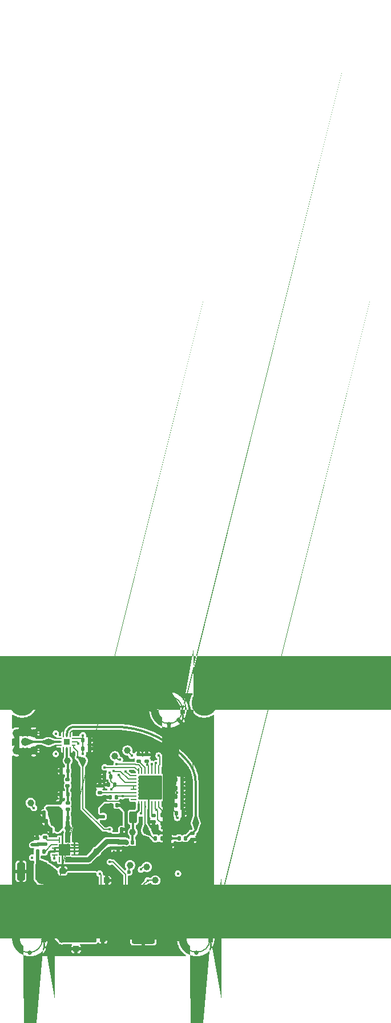
<source format=gbr>
%TF.GenerationSoftware,KiCad,Pcbnew,9.0.0*%
%TF.CreationDate,2025-11-27T12:56:11-07:00*%
%TF.ProjectId,OSS-Radio_2M70CM,4f53532d-5261-4646-996f-5f324d373043,rev?*%
%TF.SameCoordinates,Original*%
%TF.FileFunction,Copper,L1,Top*%
%TF.FilePolarity,Positive*%
%FSLAX46Y46*%
G04 Gerber Fmt 4.6, Leading zero omitted, Abs format (unit mm)*
G04 Created by KiCad (PCBNEW 9.0.0) date 2025-11-27 12:56:11*
%MOMM*%
%LPD*%
G01*
G04 APERTURE LIST*
G04 Aperture macros list*
%AMRoundRect*
0 Rectangle with rounded corners*
0 $1 Rounding radius*
0 $2 $3 $4 $5 $6 $7 $8 $9 X,Y pos of 4 corners*
0 Add a 4 corners polygon primitive as box body*
4,1,4,$2,$3,$4,$5,$6,$7,$8,$9,$2,$3,0*
0 Add four circle primitives for the rounded corners*
1,1,$1+$1,$2,$3*
1,1,$1+$1,$4,$5*
1,1,$1+$1,$6,$7*
1,1,$1+$1,$8,$9*
0 Add four rect primitives between the rounded corners*
20,1,$1+$1,$2,$3,$4,$5,0*
20,1,$1+$1,$4,$5,$6,$7,0*
20,1,$1+$1,$6,$7,$8,$9,0*
20,1,$1+$1,$8,$9,$2,$3,0*%
%AMFreePoly0*
4,1,100,-1.631109,2.612558,-1.341386,2.546431,-1.060889,2.448281,-0.793145,2.319342,-0.541521,2.161236,-0.309182,1.975952,-0.099048,1.765818,0.086236,1.533479,0.244342,1.281855,0.373281,1.014111,0.471431,0.733614,0.537558,0.443891,0.570831,0.148587,0.570831,-0.148587,0.537558,-0.443891,0.471431,-0.733614,0.373281,-1.014111,0.244342,-1.281855,0.086236,-1.533479,-0.099048,-1.765818,
-0.309182,-1.975952,-0.541521,-2.161236,-0.793145,-2.319342,-1.060889,-2.448281,-1.341386,-2.546431,-1.631109,-2.612558,-1.926413,-2.645831,-2.223587,-2.645831,-2.518891,-2.612558,-2.808614,-2.546431,-3.089111,-2.448281,-3.356855,-2.319342,-3.608479,-2.161236,-3.840818,-1.975952,-4.050952,-1.765818,-4.236236,-1.533479,-4.394342,-1.281855,-4.523281,-1.014111,-4.621431,-0.733614,-4.687558,-0.443891,
-4.720831,-0.148587,-4.720831,0.118053,-3.575000,0.118053,-3.575000,-0.118053,-3.538065,-0.351251,-3.465104,-0.575800,-3.357915,-0.786171,-3.219136,-0.977184,-3.052184,-1.144136,-2.861171,-1.282915,-2.650800,-1.390104,-2.426251,-1.463065,-2.193053,-1.500000,-1.956947,-1.500000,-1.723749,-1.463065,-1.499200,-1.390104,-1.288829,-1.282915,-1.097816,-1.144136,-0.930864,-0.977184,-0.792085,-0.786171,
-0.684896,-0.575800,-0.611935,-0.351251,-0.575000,-0.118053,-0.575000,0.118053,-0.611935,0.351251,-0.684896,0.575800,-0.792085,0.786171,-0.930864,0.977184,-1.097816,1.144136,-1.288829,1.282915,-1.499200,1.390104,-1.723749,1.463065,-1.956947,1.500000,-2.193053,1.500000,-2.426251,1.463065,-2.650800,1.390104,-2.861171,1.282915,-3.052184,1.144136,-3.219136,0.977184,-3.357915,0.786171,
-3.465104,0.575800,-3.538065,0.351251,-3.575000,0.118053,-4.720831,0.118053,-4.720831,0.148587,-4.687558,0.443891,-4.621431,0.733614,-4.523281,1.014111,-4.394342,1.281855,-4.236236,1.533479,-4.050952,1.765818,-3.840818,1.975952,-3.608479,2.161236,-3.356855,2.319342,-3.089111,2.448281,-2.808614,2.546431,-2.518891,2.612558,-2.223587,2.645831,-1.926413,2.645831,-1.631109,2.612558,
-1.631109,2.612558,$1*%
G04 Aperture macros list end*
%TA.AperFunction,Conductor*%
%ADD10C,0.200000*%
%TD*%
%TA.AperFunction,SMDPad,CuDef*%
%ADD11RoundRect,0.140000X0.170000X-0.140000X0.170000X0.140000X-0.170000X0.140000X-0.170000X-0.140000X0*%
%TD*%
%TA.AperFunction,SMDPad,CuDef*%
%ADD12RoundRect,0.147500X-0.147500X-0.172500X0.147500X-0.172500X0.147500X0.172500X-0.147500X0.172500X0*%
%TD*%
%TA.AperFunction,SMDPad,CuDef*%
%ADD13C,1.000000*%
%TD*%
%TA.AperFunction,SMDPad,CuDef*%
%ADD14RoundRect,0.140000X0.140000X0.170000X-0.140000X0.170000X-0.140000X-0.170000X0.140000X-0.170000X0*%
%TD*%
%TA.AperFunction,ComponentPad*%
%ADD15C,3.800000*%
%TD*%
%TA.AperFunction,SMDPad,CuDef*%
%ADD16RoundRect,0.135000X-0.185000X0.135000X-0.185000X-0.135000X0.185000X-0.135000X0.185000X0.135000X0*%
%TD*%
%TA.AperFunction,SMDPad,CuDef*%
%ADD17RoundRect,0.140000X-0.140000X-0.170000X0.140000X-0.170000X0.140000X0.170000X-0.140000X0.170000X0*%
%TD*%
%TA.AperFunction,SMDPad,CuDef*%
%ADD18RoundRect,0.135000X0.185000X-0.135000X0.185000X0.135000X-0.185000X0.135000X-0.185000X-0.135000X0*%
%TD*%
%TA.AperFunction,SMDPad,CuDef*%
%ADD19RoundRect,0.147500X0.172500X-0.147500X0.172500X0.147500X-0.172500X0.147500X-0.172500X-0.147500X0*%
%TD*%
%TA.AperFunction,SMDPad,CuDef*%
%ADD20RoundRect,0.225000X-0.250000X0.225000X-0.250000X-0.225000X0.250000X-0.225000X0.250000X0.225000X0*%
%TD*%
%TA.AperFunction,SMDPad,CuDef*%
%ADD21RoundRect,0.140000X-0.170000X0.140000X-0.170000X-0.140000X0.170000X-0.140000X0.170000X0.140000X0*%
%TD*%
%TA.AperFunction,SMDPad,CuDef*%
%ADD22RoundRect,0.225000X-0.225000X-0.250000X0.225000X-0.250000X0.225000X0.250000X-0.225000X0.250000X0*%
%TD*%
%TA.AperFunction,SMDPad,CuDef*%
%ADD23RoundRect,0.250000X-1.450000X-0.650000X1.450000X-0.650000X1.450000X0.650000X-1.450000X0.650000X0*%
%TD*%
%TA.AperFunction,SMDPad,CuDef*%
%ADD24RoundRect,0.147500X-0.172500X0.147500X-0.172500X-0.147500X0.172500X-0.147500X0.172500X0.147500X0*%
%TD*%
%TA.AperFunction,SMDPad,CuDef*%
%ADD25R,0.609600X0.203200*%
%TD*%
%TA.AperFunction,SMDPad,CuDef*%
%ADD26R,0.203200X0.609600*%
%TD*%
%TA.AperFunction,SMDPad,CuDef*%
%ADD27R,0.863600X0.863600*%
%TD*%
%TA.AperFunction,SMDPad,CuDef*%
%ADD28RoundRect,0.147500X0.147500X0.172500X-0.147500X0.172500X-0.147500X-0.172500X0.147500X-0.172500X0*%
%TD*%
%TA.AperFunction,SMDPad,CuDef*%
%ADD29C,0.642000*%
%TD*%
%TA.AperFunction,SMDPad,CuDef*%
%ADD30FreePoly0,0.000000*%
%TD*%
%TA.AperFunction,SMDPad,CuDef*%
%ADD31RoundRect,0.250000X0.312500X0.625000X-0.312500X0.625000X-0.312500X-0.625000X0.312500X-0.625000X0*%
%TD*%
%TA.AperFunction,SMDPad,CuDef*%
%ADD32RoundRect,0.062500X0.062500X-0.350000X0.062500X0.350000X-0.062500X0.350000X-0.062500X-0.350000X0*%
%TD*%
%TA.AperFunction,SMDPad,CuDef*%
%ADD33RoundRect,0.062500X0.350000X-0.062500X0.350000X0.062500X-0.350000X0.062500X-0.350000X-0.062500X0*%
%TD*%
%TA.AperFunction,HeatsinkPad*%
%ADD34R,1.700000X1.700000*%
%TD*%
%TA.AperFunction,SMDPad,CuDef*%
%ADD35RoundRect,0.250000X-0.325000X-1.100000X0.325000X-1.100000X0.325000X1.100000X-0.325000X1.100000X0*%
%TD*%
%TA.AperFunction,SMDPad,CuDef*%
%ADD36RoundRect,0.225000X0.250000X-0.225000X0.250000X0.225000X-0.250000X0.225000X-0.250000X-0.225000X0*%
%TD*%
%TA.AperFunction,SMDPad,CuDef*%
%ADD37RoundRect,0.087500X-0.087500X0.425000X-0.087500X-0.425000X0.087500X-0.425000X0.087500X0.425000X0*%
%TD*%
%TA.AperFunction,SMDPad,CuDef*%
%ADD38RoundRect,0.087500X-0.425000X0.087500X-0.425000X-0.087500X0.425000X-0.087500X0.425000X0.087500X0*%
%TD*%
%TA.AperFunction,HeatsinkPad*%
%ADD39C,0.500000*%
%TD*%
%TA.AperFunction,HeatsinkPad*%
%ADD40R,3.150000X3.150000*%
%TD*%
%TA.AperFunction,ComponentPad*%
%ADD41C,1.240000*%
%TD*%
%TA.AperFunction,SMDPad,CuDef*%
%ADD42RoundRect,0.062500X-0.062500X0.375000X-0.062500X-0.375000X0.062500X-0.375000X0.062500X0.375000X0*%
%TD*%
%TA.AperFunction,SMDPad,CuDef*%
%ADD43RoundRect,0.062500X-0.375000X0.062500X-0.375000X-0.062500X0.375000X-0.062500X0.375000X0.062500X0*%
%TD*%
%TA.AperFunction,HeatsinkPad*%
%ADD44R,3.450000X3.450000*%
%TD*%
%TA.AperFunction,ViaPad*%
%ADD45C,0.450000*%
%TD*%
%TA.AperFunction,ViaPad*%
%ADD46C,0.600000*%
%TD*%
%TA.AperFunction,Conductor*%
%ADD47C,0.340000*%
%TD*%
%TA.AperFunction,Conductor*%
%ADD48C,0.500000*%
%TD*%
%TA.AperFunction,Conductor*%
%ADD49C,0.750000*%
%TD*%
%TA.AperFunction,Conductor*%
%ADD50C,0.160000*%
%TD*%
G04 APERTURE END LIST*
D10*
%TO.N,GND*%
X139500000Y-116925000D02*
G75*
G02*
X135500000Y-116925000I-2000000J0D01*
G01*
X135500000Y-116925000D02*
G75*
G02*
X139500000Y-116925000I2000000J0D01*
G01*
X164375000Y-116875000D02*
G75*
G02*
X160375000Y-116875000I-2000000J0D01*
G01*
X160375000Y-116875000D02*
G75*
G02*
X164375000Y-116875000I2000000J0D01*
G01*
X160250000Y-83000000D02*
G75*
G02*
X156250000Y-83000000I-2000000J0D01*
G01*
X156250000Y-83000000D02*
G75*
G02*
X160250000Y-83000000I2000000J0D01*
G01*
%TD*%
D11*
%TO.P,C54,1*%
%TO.N,GND*%
X155990000Y-99565000D03*
%TO.P,C54,2*%
%TO.N,Net-(U5-DCPL_VCO)*%
X155990000Y-98605000D03*
%TD*%
D12*
%TO.P,L3,1*%
%TO.N,5V_RF*%
X142285000Y-99020000D03*
%TO.P,L3,2*%
%TO.N,Net-(C41-Pad1)*%
X143255000Y-99020000D03*
%TD*%
D13*
%TO.P,TP16,1,1*%
%TO.N,RF_SDI*%
X150000000Y-110000000D03*
%TD*%
D14*
%TO.P,C47,1*%
%TO.N,GND*%
X160220000Y-94585000D03*
%TO.P,C47,2*%
%TO.N,3V3*%
X159260000Y-94585000D03*
%TD*%
%TO.P,C45,1*%
%TO.N,GND*%
X158580000Y-90700000D03*
%TO.P,C45,2*%
%TO.N,3V3*%
X157620000Y-90700000D03*
%TD*%
D13*
%TO.P,TP7,1,1*%
%TO.N,Net-(C62-Pad2)*%
X147500000Y-104000000D03*
%TD*%
D15*
%TO.P,H3,1*%
%TO.N,N/C*%
X137500000Y-111000000D03*
%TD*%
D14*
%TO.P,C49,1*%
%TO.N,GND*%
X160220000Y-95835000D03*
%TO.P,C49,2*%
%TO.N,3V3*%
X159260000Y-95835000D03*
%TD*%
D15*
%TO.P,H2,1*%
%TO.N,N/C*%
X136500000Y-82000000D03*
%TD*%
D11*
%TO.P,C41,1*%
%TO.N,Net-(C41-Pad1)*%
X143270000Y-97750000D03*
%TO.P,C41,2*%
%TO.N,Net-(C41-Pad2)*%
X143270000Y-96790000D03*
%TD*%
D15*
%TO.P,H1,1*%
%TO.N,N/C*%
X163500000Y-82000000D03*
%TD*%
D16*
%TO.P,R12,1*%
%TO.N,GND*%
X148000000Y-94240000D03*
%TO.P,R12,2*%
%TO.N,Net-(U5-RBIAS)*%
X148000000Y-95260000D03*
%TD*%
D17*
%TO.P,C44,1*%
%TO.N,GND*%
X149270000Y-94100000D03*
%TO.P,C44,2*%
%TO.N,3V3*%
X150230000Y-94100000D03*
%TD*%
D13*
%TO.P,TP8,1,1*%
%TO.N,Net-(U5-PA)*%
X152900000Y-101100000D03*
%TD*%
D12*
%TO.P,L15,1*%
%TO.N,GND*%
X142285000Y-95520000D03*
%TO.P,L15,2*%
%TO.N,Net-(C41-Pad2)*%
X143255000Y-95520000D03*
%TD*%
D18*
%TO.P,R16,1*%
%TO.N,GND*%
X149500000Y-103510000D03*
%TO.P,R16,2*%
%TO.N,Net-(C62-Pad2)*%
X149500000Y-102490000D03*
%TD*%
D13*
%TO.P,TP10,1,1*%
%TO.N,Net-(U5-LNA_P)*%
X154900000Y-100900000D03*
%TD*%
%TO.P,TP9,1,1*%
%TO.N,TX_SW*%
X145500000Y-90500000D03*
%TD*%
D14*
%TO.P,C39,1*%
%TO.N,5V_RF*%
X141000000Y-99500000D03*
%TO.P,C39,2*%
%TO.N,GND*%
X140040000Y-99500000D03*
%TD*%
%TO.P,C37,1*%
%TO.N,5V_RF*%
X141750000Y-100750000D03*
%TO.P,C37,2*%
%TO.N,GND*%
X140790000Y-100750000D03*
%TD*%
D19*
%TO.P,L12,1*%
%TO.N,GND*%
X161750000Y-102235000D03*
%TO.P,L12,2*%
%TO.N,RF_RX*%
X161750000Y-101265000D03*
%TD*%
D17*
%TO.P,C66,1*%
%TO.N,3V3*%
X149620000Y-97100000D03*
%TO.P,C66,2*%
%TO.N,GND*%
X150580000Y-97100000D03*
%TD*%
%TO.P,C60,1*%
%TO.N,3V3*%
X150320000Y-100700000D03*
%TO.P,C60,2*%
%TO.N,GND*%
X151280000Y-100700000D03*
%TD*%
D13*
%TO.P,TP17,1,1*%
%TO.N,I2C_SCL*%
X156250000Y-110250000D03*
%TD*%
D20*
%TO.P,C17,1*%
%TO.N,V_BAT*%
X144500000Y-116825000D03*
%TO.P,C17,2*%
%TO.N,GND*%
X144500000Y-118375000D03*
%TD*%
D13*
%TO.P,TP2,1,1*%
%TO.N,3V3*%
X158000000Y-114250000D03*
%TD*%
D21*
%TO.P,C43,1*%
%TO.N,GND*%
X138750000Y-102020000D03*
%TO.P,C43,2*%
%TO.N,5V_RF*%
X138750000Y-102980000D03*
%TD*%
%TO.P,C46,1*%
%TO.N,GND*%
X155000000Y-89620000D03*
%TO.P,C46,2*%
%TO.N,3V3*%
X155000000Y-90580000D03*
%TD*%
D13*
%TO.P,TP19,1,1*%
%TO.N,RF_SCLK*%
X149000000Y-114500000D03*
%TD*%
D22*
%TO.P,C16,1*%
%TO.N,V_BAT*%
X146925000Y-116900000D03*
%TO.P,C16,2*%
%TO.N,GND*%
X148475000Y-116900000D03*
%TD*%
D23*
%TO.P,TP23,1,1*%
%TO.N,GND*%
X154500000Y-116750000D03*
%TD*%
D11*
%TO.P,C38,1*%
%TO.N,5V_RF*%
X142020000Y-97750000D03*
%TO.P,C38,2*%
%TO.N,GND*%
X142020000Y-96790000D03*
%TD*%
D21*
%TO.P,C61,1*%
%TO.N,3V3*%
X148500000Y-97820000D03*
%TO.P,C61,2*%
%TO.N,GND*%
X148500000Y-98780000D03*
%TD*%
D24*
%TO.P,L13,1*%
%TO.N,Net-(C65-Pad2)*%
X158500000Y-102030000D03*
%TO.P,L13,2*%
%TO.N,GND*%
X158500000Y-103000000D03*
%TD*%
D13*
%TO.P,TP12,1,1*%
%TO.N,Net-(Y4-OUT)*%
X152125000Y-89000000D03*
%TD*%
D25*
%TO.P,U7,1,GND*%
%TO.N,GND*%
X142146574Y-87249874D03*
%TO.P,U7,2,RF1*%
%TO.N,Net-(AE2-A)*%
X142146574Y-87750000D03*
%TO.P,U7,3,GND*%
%TO.N,GND*%
X142146574Y-88250126D03*
D26*
%TO.P,U7,4,GND*%
X142649748Y-88753300D03*
%TO.P,U7,5,RF3*%
%TO.N,RF_TX_AMP_OUT*%
X143149874Y-88753300D03*
%TO.P,U7,6,GND*%
%TO.N,GND*%
X143650000Y-88753300D03*
D25*
%TO.P,U7,7,CTRL*%
%TO.N,TX_SW*%
X144153174Y-88250126D03*
%TO.P,U7,8,ENABLE*%
%TO.N,Net-(U7-ENABLE)*%
X144153174Y-87750000D03*
%TO.P,U7,9,VBATT*%
%TO.N,3V3*%
X144153174Y-87249874D03*
D26*
%TO.P,U7,10,GND*%
%TO.N,GND*%
X143650000Y-86746700D03*
%TO.P,U7,11,RF2*%
%TO.N,RF_RX*%
X143149874Y-86746700D03*
%TO.P,U7,12,GND*%
%TO.N,GND*%
X142649748Y-86746700D03*
D27*
%TO.P,U7,13,13*%
%TO.N,unconnected-(U7-Pad13)*%
X143149874Y-87750000D03*
%TD*%
D13*
%TO.P,TP20,1,1*%
%TO.N,RF_SDO*%
X152000000Y-111250000D03*
%TD*%
D14*
%TO.P,C40,1*%
%TO.N,5V_RF*%
X140730000Y-98250000D03*
%TO.P,C40,2*%
%TO.N,GND*%
X139770000Y-98250000D03*
%TD*%
D13*
%TO.P,TP18,1,1*%
%TO.N,I2C_SDA*%
X156250000Y-108250000D03*
%TD*%
D11*
%TO.P,C42,1*%
%TO.N,Net-(C41-Pad2)*%
X143250000Y-94250000D03*
%TO.P,C42,2*%
%TO.N,RF_TX_AMP_OUT*%
X143250000Y-93290000D03*
%TD*%
D13*
%TO.P,TP15,1,1*%
%TO.N,RF_SEL*%
X152000000Y-113750000D03*
%TD*%
D28*
%TO.P,L14,1*%
%TO.N,Net-(C65-Pad2)*%
X157235000Y-102015000D03*
%TO.P,L14,2*%
%TO.N,Net-(U5-LNA_P)*%
X156265000Y-102015000D03*
%TD*%
D13*
%TO.P,TP6,1,1*%
%TO.N,Net-(C41-Pad1)*%
X143270000Y-100500000D03*
%TD*%
%TO.P,TP14,1,1*%
%TO.N,RF_GPIO1*%
X137750000Y-96750000D03*
%TD*%
%TO.P,TP21,1,1*%
%TO.N,RF_GPIO0*%
X150250000Y-89850000D03*
%TD*%
D29*
%TO.P,MP1,1*%
%TO.N,GND*%
X135550000Y-116875000D03*
X137625000Y-114800000D03*
X137625000Y-118950000D03*
D30*
X139700000Y-116875000D03*
%TD*%
D13*
%TO.P,TP4,1,1*%
%TO.N,Net-(AE2-A)*%
X140399874Y-87750000D03*
%TD*%
%TO.P,TP3,1,1*%
%TO.N,V_BAT*%
X142400000Y-117000000D03*
%TD*%
D31*
%TO.P,R15,1*%
%TO.N,Net-(U5-PA)*%
X152962500Y-98900000D03*
%TO.P,R15,2*%
%TO.N,3V3*%
X150037500Y-98900000D03*
%TD*%
D32*
%TO.P,U3,1,VENABLE1*%
%TO.N,Net-(Q1-D)*%
X142020000Y-105175000D03*
%TO.P,U3,2,GND/NC*%
%TO.N,GND*%
X142520000Y-105175000D03*
%TO.P,U3,3,RF_IN*%
%TO.N,Net-(C62-Pad2)*%
X143020000Y-105175000D03*
%TO.P,U3,4,RF_IN*%
X143520000Y-105175000D03*
D33*
%TO.P,U3,5,GND/NC*%
%TO.N,GND*%
X144232500Y-104462500D03*
%TO.P,U3,6,GND/NC*%
X144232500Y-103962500D03*
%TO.P,U3,7,GND/NC*%
X144232500Y-103462500D03*
%TO.P,U3,8,GND/NC*%
X144232500Y-102962500D03*
D32*
%TO.P,U3,9,RF_OUT/VCC2*%
%TO.N,Net-(C41-Pad1)*%
X143520000Y-102250000D03*
%TO.P,U3,10,RF_OUT/VCC2*%
X143020000Y-102250000D03*
%TO.P,U3,11,GND/NC*%
%TO.N,GND*%
X142520000Y-102250000D03*
%TO.P,U3,12,BIAS*%
%TO.N,Net-(U3-BIAS)*%
X142020000Y-102250000D03*
D33*
%TO.P,U3,13,VCC1*%
%TO.N,Net-(U3-VCC1)*%
X141307500Y-102962500D03*
%TO.P,U3,14,GND/NC*%
%TO.N,GND*%
X141307500Y-103462500D03*
%TO.P,U3,15,GND/NC*%
X141307500Y-103962500D03*
%TO.P,U3,16,VENABLE2*%
%TO.N,Net-(Q2-D)*%
X141307500Y-104462500D03*
D34*
%TO.P,U3,17,GND*%
%TO.N,GND*%
X142770000Y-103712500D03*
%TD*%
D17*
%TO.P,C51,1*%
%TO.N,GND*%
X149520000Y-95900000D03*
%TO.P,C51,2*%
%TO.N,3V3*%
X150480000Y-95900000D03*
%TD*%
D14*
%TO.P,C65,1*%
%TO.N,RF_RX*%
X160730000Y-102015000D03*
%TO.P,C65,2*%
%TO.N,Net-(C65-Pad2)*%
X159770000Y-102015000D03*
%TD*%
D21*
%TO.P,C53,1*%
%TO.N,GND*%
X153750000Y-89620000D03*
%TO.P,C53,2*%
%TO.N,Net-(U5-DCPL)*%
X153750000Y-90580000D03*
%TD*%
D13*
%TO.P,TP5,1,1*%
%TO.N,RF_TX_AMP_OUT*%
X143250000Y-90500000D03*
%TD*%
D17*
%TO.P,C57,1*%
%TO.N,Net-(U5-LPF0)*%
X157260000Y-98585000D03*
%TO.P,C57,2*%
%TO.N,Net-(U5-LPF1)*%
X158220000Y-98585000D03*
%TD*%
D13*
%TO.P,TP13,1,1*%
%TO.N,RF_GPIO3*%
X155000000Y-106250000D03*
%TD*%
D22*
%TO.P,C18,1*%
%TO.N,5V_RF*%
X147475000Y-108250000D03*
%TO.P,C18,2*%
%TO.N,GND*%
X149025000Y-108250000D03*
%TD*%
D17*
%TO.P,C64,1*%
%TO.N,3V3*%
X145520000Y-88750000D03*
%TO.P,C64,2*%
%TO.N,GND*%
X146480000Y-88750000D03*
%TD*%
D29*
%TO.P,MP2,1*%
%TO.N,GND*%
X156175000Y-83000000D03*
X158250000Y-80925000D03*
X158250000Y-85075000D03*
D30*
X160325000Y-83000000D03*
%TD*%
D15*
%TO.P,H4,1*%
%TO.N,N/C*%
X162500000Y-111000000D03*
%TD*%
D35*
%TO.P,C14,1*%
%TO.N,GND*%
X136325000Y-106900000D03*
%TO.P,C14,2*%
%TO.N,5V_RF*%
X139275000Y-106900000D03*
%TD*%
D14*
%TO.P,C56,1*%
%TO.N,GND*%
X160220000Y-93335000D03*
%TO.P,C56,2*%
%TO.N,Net-(U5-DCPL_XOSC)*%
X159260000Y-93335000D03*
%TD*%
%TO.P,C62,1*%
%TO.N,Net-(U5-PA)*%
X152880000Y-102600000D03*
%TO.P,C62,2*%
%TO.N,Net-(C62-Pad2)*%
X151920000Y-102600000D03*
%TD*%
D29*
%TO.P,MP3,1*%
%TO.N,GND*%
X160300000Y-116875000D03*
X162375000Y-114800000D03*
X162375000Y-118950000D03*
D30*
X164450000Y-116875000D03*
%TD*%
D36*
%TO.P,C19,1*%
%TO.N,5V_RF*%
X142500000Y-108400000D03*
%TO.P,C19,2*%
%TO.N,GND*%
X142500000Y-106850000D03*
%TD*%
D17*
%TO.P,C52,1*%
%TO.N,GND*%
X148717500Y-92850000D03*
%TO.P,C52,2*%
%TO.N,3V3*%
X149677500Y-92850000D03*
%TD*%
D13*
%TO.P,TP22,1,1*%
%TO.N,RF_GPIO2*%
X152500000Y-106000000D03*
%TD*%
D19*
%TO.P,L11,1*%
%TO.N,GND*%
X150750000Y-103485000D03*
%TO.P,L11,2*%
%TO.N,Net-(C62-Pad2)*%
X150750000Y-102515000D03*
%TD*%
D17*
%TO.P,C63,1*%
%TO.N,3V3*%
X145520000Y-87500000D03*
%TO.P,C63,2*%
%TO.N,GND*%
X146480000Y-87500000D03*
%TD*%
D37*
%TO.P,U4,1,OUT*%
%TO.N,5V_RF*%
X146000000Y-110375000D03*
%TO.P,U4,2*%
%TO.N,N/C*%
X145350000Y-110375000D03*
%TO.P,U4,3,SENSE/FB*%
%TO.N,5V_RF*%
X144700000Y-110375000D03*
%TO.P,U4,4,6.4V*%
%TO.N,unconnected-(U4-6.4V-Pad4)*%
X144050000Y-110375000D03*
%TO.P,U4,5,6.4V*%
%TO.N,unconnected-(U4-6.4V-Pad5)*%
X143400000Y-110375000D03*
D38*
%TO.P,U4,6,3.2V*%
%TO.N,GND*%
X142337500Y-111437500D03*
%TO.P,U4,7,GND*%
X142337500Y-112087500D03*
%TO.P,U4,8,1.6V*%
%TO.N,unconnected-(U4-1.6V-Pad8)*%
X142337500Y-112737500D03*
%TO.P,U4,9,0.8V*%
%TO.N,unconnected-(U4-0.8V-Pad9)*%
X142337500Y-113387500D03*
%TO.P,U4,10,0.4V*%
%TO.N,GND*%
X142337500Y-114037500D03*
D37*
%TO.P,U4,11,0.2V*%
%TO.N,unconnected-(U4-0.2V-Pad11)*%
X143400000Y-115100000D03*
%TO.P,U4,12,0.1V*%
%TO.N,unconnected-(U4-0.1V-Pad12)*%
X144050000Y-115100000D03*
%TO.P,U4,13,EN*%
%TO.N,ENABLE_5V_RF*%
X144700000Y-115100000D03*
%TO.P,U4,14,NR*%
%TO.N,Net-(U4-NR)*%
X145350000Y-115100000D03*
%TO.P,U4,15,IN*%
%TO.N,V_BAT*%
X146000000Y-115100000D03*
D38*
%TO.P,U4,16,IN*%
X147062500Y-114037500D03*
%TO.P,U4,17*%
%TO.N,N/C*%
X147062500Y-113387500D03*
%TO.P,U4,18*%
X147062500Y-112737500D03*
%TO.P,U4,19*%
X147062500Y-112087500D03*
%TO.P,U4,20,OUT*%
%TO.N,5V_RF*%
X147062500Y-111437500D03*
D39*
%TO.P,U4,21,EP*%
%TO.N,GND*%
X145700000Y-111737500D03*
X144700000Y-111737500D03*
X143700000Y-111737500D03*
X145700000Y-112737500D03*
X144700000Y-112737500D03*
D40*
X144700000Y-112737500D03*
D39*
X143700000Y-112737500D03*
X145700000Y-113737500D03*
X144700000Y-113737500D03*
X143700000Y-113737500D03*
%TD*%
D13*
%TO.P,TP11,1,1*%
%TO.N,RF_RX*%
X162250000Y-99750000D03*
%TD*%
D14*
%TO.P,C50,1*%
%TO.N,GND*%
X160380000Y-98335000D03*
%TO.P,C50,2*%
%TO.N,3V3*%
X159420000Y-98335000D03*
%TD*%
D12*
%TO.P,L10,1*%
%TO.N,5V_RF*%
X138765000Y-104000000D03*
%TO.P,L10,2*%
%TO.N,Net-(U3-VCC1)*%
X139735000Y-104000000D03*
%TD*%
D13*
%TO.P,TP1,1,1*%
%TO.N,5V_RF*%
X144375000Y-108125000D03*
%TD*%
D12*
%TO.P,L16,1*%
%TO.N,GND*%
X142285000Y-92020000D03*
%TO.P,L16,2*%
%TO.N,RF_TX_AMP_OUT*%
X143255000Y-92020000D03*
%TD*%
D16*
%TO.P,R24,1*%
%TO.N,Net-(U3-BIAS)*%
X139875000Y-101865000D03*
%TO.P,R24,2*%
%TO.N,5V_RF*%
X139875000Y-102885000D03*
%TD*%
D41*
%TO.P,AE2,1,A*%
%TO.N,Net-(AE2-A)*%
X136919874Y-87750000D03*
%TO.P,AE2,2,Shield*%
%TO.N,GND*%
X138189874Y-89020000D03*
X138189874Y-86480000D03*
X135649874Y-89020000D03*
X135649874Y-86480000D03*
%TD*%
D42*
%TO.P,U5,1,VDD_GUARD*%
%TO.N,3V3*%
X157250000Y-92062500D03*
%TO.P,U5,2,~{RESET}*%
%TO.N,Net-(U5-~{RESET})*%
X156750000Y-92062500D03*
%TO.P,U5,3,GPIO3*%
%TO.N,RF_GPIO3*%
X156250000Y-92062500D03*
%TO.P,U5,4,GPIO2*%
%TO.N,RF_GPIO2*%
X155750000Y-92062500D03*
%TO.P,U5,5,DVDD*%
%TO.N,3V3*%
X155250000Y-92062500D03*
%TO.P,U5,6,DCPL*%
%TO.N,Net-(U5-DCPL)*%
X154750000Y-92062500D03*
%TO.P,U5,7,SI*%
%TO.N,RF_SDI*%
X154250000Y-92062500D03*
%TO.P,U5,8,SCLK*%
%TO.N,RF_SCLK*%
X153750000Y-92062500D03*
D43*
%TO.P,U5,9,SO(GPIO1)*%
%TO.N,RF_SDO*%
X153062500Y-92750000D03*
%TO.P,U5,10,GPIO0*%
%TO.N,RF_GPIO0*%
X153062500Y-93250000D03*
%TO.P,U5,11,~{CS}*%
%TO.N,RF_SEL*%
X153062500Y-93750000D03*
%TO.P,U5,12,DVDD*%
%TO.N,3V3*%
X153062500Y-94250000D03*
%TO.P,U5,13,AVDD_IF*%
X153062500Y-94750000D03*
%TO.P,U5,14,RBIAS*%
%TO.N,Net-(U5-RBIAS)*%
X153062500Y-95250000D03*
%TO.P,U5,15,AVDD_RF*%
%TO.N,3V3*%
X153062500Y-95750000D03*
%TO.P,U5,16*%
%TO.N,N/C*%
X153062500Y-96250000D03*
D42*
%TO.P,U5,17,PA*%
%TO.N,Net-(U5-PA)*%
X153750000Y-96937500D03*
%TO.P,U5,18,TRX_SW*%
%TO.N,TX_SW*%
X154250000Y-96937500D03*
%TO.P,U5,19,LNA_P*%
%TO.N,Net-(U5-LNA_P)*%
X154750000Y-96937500D03*
%TO.P,U5,20,LNA_N*%
%TO.N,GND*%
X155250000Y-96937500D03*
%TO.P,U5,21,DCPL_VCO*%
%TO.N,Net-(U5-DCPL_VCO)*%
X155750000Y-96937500D03*
%TO.P,U5,22,AVDD_SYNTH1*%
%TO.N,3V3*%
X156250000Y-96937500D03*
%TO.P,U5,23,LPF0*%
%TO.N,Net-(U5-LPF0)*%
X156750000Y-96937500D03*
%TO.P,U5,24,LPF1*%
%TO.N,Net-(U5-LPF1)*%
X157250000Y-96937500D03*
D43*
%TO.P,U5,25,AVDD_PFD_CHP*%
%TO.N,3V3*%
X157937500Y-96250000D03*
%TO.P,U5,26,DCPL_PFD_CHP*%
%TO.N,Net-(U5-DCPL_PFD_CHP)*%
X157937500Y-95750000D03*
%TO.P,U5,27,AVDD_SYNTH2*%
%TO.N,3V3*%
X157937500Y-95250000D03*
%TO.P,U5,28,AVDD_XOSC*%
X157937500Y-94750000D03*
%TO.P,U5,29,DCPL_XOSC*%
%TO.N,Net-(U5-DCPL_XOSC)*%
X157937500Y-94250000D03*
%TO.P,U5,30,XOSC_Q1*%
%TO.N,unconnected-(U5-XOSC_Q1-Pad30)*%
X157937500Y-93750000D03*
%TO.P,U5,31,XOSC_Q2*%
%TO.N,unconnected-(U5-XOSC_Q2-Pad31)*%
X157937500Y-93250000D03*
%TO.P,U5,32,EXT_XOSC*%
%TO.N,Net-(U5-EXT_XOSC)*%
X157937500Y-92750000D03*
D44*
%TO.P,U5,33,GND_EP*%
%TO.N,GND*%
X155500000Y-94500000D03*
%TD*%
D14*
%TO.P,C55,1*%
%TO.N,GND*%
X160220000Y-97085000D03*
%TO.P,C55,2*%
%TO.N,Net-(U5-DCPL_PFD_CHP)*%
X159260000Y-97085000D03*
%TD*%
%TO.P,C48,1*%
%TO.N,GND*%
X158200000Y-99835000D03*
%TO.P,C48,2*%
%TO.N,3V3*%
X157240000Y-99835000D03*
%TD*%
D45*
%TO.N,GND*%
X135250000Y-103000000D03*
X164500000Y-93000000D03*
X135250000Y-91000000D03*
X146500000Y-86500000D03*
X150500000Y-84500000D03*
X142375000Y-110375000D03*
X144250000Y-97500000D03*
X139000000Y-95000000D03*
X141000000Y-110000000D03*
X151000000Y-81000000D03*
X148500000Y-86500000D03*
X137000000Y-89000000D03*
X139000000Y-93000000D03*
X152500000Y-97250000D03*
X161000000Y-113500000D03*
X139500000Y-101000000D03*
X141000000Y-83000000D03*
X160200000Y-100750000D03*
X153000000Y-81000000D03*
X161000000Y-106000000D03*
X143000000Y-119000000D03*
X146500000Y-99500000D03*
X156500000Y-119000000D03*
X149750000Y-111250000D03*
X161000000Y-92000000D03*
X135250000Y-109250000D03*
X140000000Y-86000000D03*
X161250000Y-96000000D03*
X135500000Y-87750000D03*
X153432089Y-108032089D03*
X156300000Y-88100000D03*
X159500000Y-103000000D03*
X164500000Y-87000000D03*
X150250000Y-104250000D03*
X144250000Y-95500000D03*
X139000000Y-81000000D03*
X163000000Y-92500000D03*
X155000000Y-83000000D03*
X137000000Y-85000000D03*
X163000000Y-106000000D03*
X154250000Y-105500000D03*
X162500000Y-103000000D03*
X160000000Y-91000000D03*
X137000000Y-91000000D03*
X135250000Y-97000000D03*
X158500000Y-115500000D03*
X163000000Y-102000000D03*
X151900000Y-99700000D03*
X144250000Y-91500000D03*
X137000000Y-95000000D03*
X153500000Y-109750000D03*
X140477901Y-104312280D03*
X163000000Y-108000000D03*
X145250000Y-98250000D03*
X163000000Y-96250000D03*
X162625000Y-91250000D03*
X137500000Y-106900000D03*
X155000000Y-102500000D03*
X152526710Y-92004999D03*
X146500000Y-84500000D03*
X149125000Y-88500000D03*
X155500000Y-119000000D03*
X163250000Y-101000000D03*
X154500000Y-118250000D03*
X139000000Y-114000000D03*
X151750000Y-103500000D03*
X139250000Y-99000000D03*
X163000000Y-87000000D03*
X152500000Y-84500000D03*
X139000000Y-85000000D03*
X145250000Y-102500000D03*
X147000000Y-101000000D03*
X135250000Y-105000000D03*
X163000000Y-93750000D03*
X147600000Y-98800000D03*
X142500000Y-106000000D03*
X147750000Y-109375000D03*
X147000000Y-97000000D03*
X160985000Y-103000000D03*
X154500000Y-119000000D03*
X151500000Y-119275000D03*
X162000000Y-90250000D03*
X164500000Y-103000000D03*
X136000000Y-114000000D03*
X149500000Y-109125000D03*
X141000000Y-96000000D03*
X151000000Y-83000000D03*
X154500000Y-85000000D03*
X147000000Y-93000000D03*
X145000000Y-83000000D03*
X151750000Y-112250000D03*
X141000000Y-89000000D03*
X135250000Y-101000000D03*
X161250000Y-97500000D03*
X141000000Y-94000000D03*
X156500000Y-93500000D03*
X142125000Y-90500000D03*
X164500000Y-101000000D03*
X147000000Y-103000000D03*
X143250000Y-84750000D03*
X164500000Y-89000000D03*
X139000000Y-91000000D03*
X142250000Y-103125000D03*
X153500000Y-119000000D03*
X161250000Y-89250000D03*
X141000000Y-92000000D03*
X135250000Y-107000000D03*
X155000000Y-81000000D03*
X153250000Y-113250000D03*
X159000000Y-106000000D03*
X158250000Y-89250000D03*
X156000000Y-100750000D03*
X161000000Y-85000000D03*
X135250000Y-93000000D03*
X157500000Y-119000000D03*
X156750000Y-103000000D03*
X141000000Y-119000000D03*
X161250000Y-93000000D03*
X156500000Y-86000000D03*
X158500000Y-87000000D03*
X158500000Y-101250000D03*
X144500000Y-106375000D03*
X140000000Y-89000000D03*
X137000000Y-103000000D03*
X164500000Y-97000000D03*
X156500000Y-94500000D03*
X161000000Y-87000000D03*
X141000000Y-114000000D03*
X164500000Y-99000000D03*
X137000000Y-105000000D03*
X156500000Y-115500000D03*
X153000000Y-83000000D03*
X144500000Y-84500000D03*
X164000000Y-113500000D03*
X163000000Y-104000000D03*
X154500000Y-95500000D03*
X164500000Y-95000000D03*
X156500000Y-95500000D03*
X163000000Y-89000000D03*
X163000000Y-97500000D03*
X163000000Y-95000000D03*
X155500000Y-95500000D03*
X164500000Y-91000000D03*
X152500000Y-86600000D03*
X153750000Y-103750000D03*
X148500000Y-84500000D03*
X161250000Y-98750000D03*
X144250000Y-90500000D03*
X149600000Y-101500000D03*
X137000000Y-101000000D03*
X163000000Y-98750000D03*
X157000000Y-106000000D03*
X143000000Y-83000000D03*
X141000000Y-112000000D03*
X137000000Y-86500000D03*
X147375000Y-106125000D03*
X152500000Y-105000000D03*
X159500000Y-119000000D03*
X150500000Y-86500000D03*
X164500000Y-85000000D03*
X137000000Y-99000000D03*
X139969423Y-89997634D03*
X158500000Y-119000000D03*
X147500000Y-90250000D03*
X140625000Y-105425000D03*
X155900000Y-90100000D03*
X151400000Y-97100000D03*
X141250000Y-101625000D03*
X139000000Y-83000000D03*
X135250000Y-99000000D03*
X142500000Y-85500000D03*
X144800000Y-86500000D03*
X135250000Y-95000000D03*
X142770000Y-103712500D03*
X144250000Y-93500000D03*
X161250000Y-94500000D03*
X160875000Y-99750000D03*
X150000000Y-119275000D03*
X147800000Y-114600000D03*
X154400000Y-87100000D03*
X153500000Y-118250000D03*
X147000000Y-83000000D03*
X152750000Y-90495000D03*
X149000000Y-83000000D03*
X151300000Y-101500000D03*
X137000000Y-93000000D03*
X153900000Y-100300000D03*
X145250000Y-104000000D03*
X147000000Y-95000000D03*
X161000000Y-81000000D03*
X148000000Y-111750000D03*
X163000000Y-85000000D03*
X154134000Y-99200000D03*
X159900000Y-88000000D03*
X147750000Y-102500000D03*
X149500000Y-106250000D03*
%TO.N,5V_RF*%
X140800000Y-106400000D03*
X146700000Y-110900000D03*
X138000000Y-103000000D03*
X140250000Y-97500000D03*
X146750000Y-109750000D03*
X138000000Y-104875000D03*
X147125000Y-110375000D03*
X143186500Y-107624014D03*
X143750000Y-108875000D03*
X141250000Y-97500000D03*
X141750000Y-100000000D03*
X140800000Y-108500000D03*
X141500000Y-99000000D03*
%TO.N,Net-(U4-NR)*%
X145793652Y-116023896D03*
%TO.N,V_BAT*%
X142250000Y-115500000D03*
X143250000Y-116000000D03*
X141500000Y-116250000D03*
X141500000Y-115500000D03*
%TO.N,3V3*%
X159625000Y-107250000D03*
X151100000Y-99000000D03*
X141500000Y-86500000D03*
X141500000Y-89500000D03*
X158000000Y-112500000D03*
X149800000Y-100100000D03*
X149504999Y-92250000D03*
X151100000Y-99700000D03*
X159500000Y-95250000D03*
X151400000Y-95775000D03*
X149500000Y-97800000D03*
X155750000Y-112500000D03*
X151100000Y-98200000D03*
X158875000Y-111500000D03*
X157600000Y-90000000D03*
X155087654Y-91095190D03*
X145500000Y-89500000D03*
X156433369Y-97816631D03*
X149750000Y-94725000D03*
X155125000Y-110750000D03*
X158875000Y-110625000D03*
X159511000Y-99000000D03*
X157240000Y-100500000D03*
X158126000Y-97037500D03*
X145500000Y-86750000D03*
%TO.N,Net-(Y4-OUT)*%
X152750000Y-89775000D03*
%TO.N,Net-(U5-EXT_XOSC)*%
X158125000Y-92250000D03*
%TO.N,RF_GPIO2*%
X155736628Y-91000000D03*
D46*
X152350468Y-107000000D03*
D45*
%TO.N,RF_SEL*%
X150500000Y-112000000D03*
X150769649Y-109486901D03*
X150812000Y-92605000D03*
%TO.N,RF_GPIO1*%
X138250000Y-97500000D03*
X148001000Y-107250000D03*
X150750000Y-113250000D03*
%TO.N,RF_GPIO0*%
X151845468Y-109750000D03*
X149504999Y-105500000D03*
X150107059Y-92005000D03*
X151000000Y-90350000D03*
%TO.N,RF_SDI*%
X149105000Y-110000000D03*
X150500000Y-91000000D03*
%TO.N,RF_SCLK*%
X148250000Y-112750000D03*
X148750000Y-91500000D03*
%TO.N,RF_GPIO3*%
X154125000Y-106625000D03*
X156372436Y-90864911D03*
%TO.N,I2C_SCL*%
X153975000Y-111000000D03*
X155362500Y-109612500D03*
X153750000Y-114925000D03*
%TO.N,I2C_SDA*%
X155137500Y-108255756D03*
X154500000Y-115250000D03*
%TO.N,RF_SDO*%
X151375000Y-110625000D03*
X151885459Y-92114541D03*
%TO.N,Net-(Q2-D)*%
X141250000Y-105000000D03*
%TO.N,ENABLE_5V_RF*%
X144700000Y-115900000D03*
%TO.N,TX_SW*%
X154112645Y-98337355D03*
X144772153Y-90000866D03*
X149477000Y-100709796D03*
%TO.N,Net-(U7-ENABLE)*%
X144835090Y-87952542D03*
%TO.N,Net-(U5-~{RESET})*%
X156750000Y-89750000D03*
%TD*%
D47*
%TO.N,Net-(AE2-A)*%
X140399874Y-87750000D02*
X136919874Y-87750000D01*
X142146574Y-87750000D02*
X140399874Y-87750000D01*
D10*
%TO.N,GND*%
X141524874Y-88250126D02*
X140975000Y-88800000D01*
D48*
X149290000Y-103510000D02*
X148700000Y-104100000D01*
D10*
X144232500Y-104462500D02*
X145287500Y-104462500D01*
X149946550Y-96489000D02*
X147511000Y-96489000D01*
D47*
X141307500Y-103962500D02*
X140780206Y-103962500D01*
D48*
X150750000Y-103485000D02*
X153485000Y-103485000D01*
D10*
X140975000Y-88800000D02*
X140600000Y-88800000D01*
X142649748Y-86149748D02*
X142500000Y-86000000D01*
D47*
X141307500Y-103462500D02*
X141307500Y-103962500D01*
X140477901Y-104264805D02*
X140477901Y-104312280D01*
D10*
X142649748Y-86746700D02*
X142649748Y-86149748D01*
D48*
X140040000Y-100000000D02*
X140040000Y-99500000D01*
X156175000Y-83000000D02*
X155000000Y-83000000D01*
X140040000Y-99500000D02*
X139770000Y-99230000D01*
X142285000Y-92020000D02*
X142285000Y-95520000D01*
D10*
X143650000Y-89650000D02*
X143750000Y-89750000D01*
X143650000Y-88753300D02*
X143650000Y-89650000D01*
D48*
X139770000Y-99230000D02*
X139770000Y-98250000D01*
D10*
X142649748Y-88753300D02*
X142649748Y-89600252D01*
D48*
X158250000Y-85075000D02*
X158250000Y-86000000D01*
D10*
X142146574Y-88250126D02*
X141524874Y-88250126D01*
D48*
X140790000Y-100750000D02*
X140040000Y-100000000D01*
D10*
X149968550Y-96511000D02*
X149946550Y-96489000D01*
X147511000Y-96489000D02*
X147000000Y-97000000D01*
X142520000Y-105175000D02*
X142520000Y-105980000D01*
D48*
X160985000Y-103000000D02*
X161750000Y-102235000D01*
D47*
X140780206Y-103962500D02*
X140477901Y-104264805D01*
D48*
X160425000Y-117000000D02*
X159250000Y-117000000D01*
D10*
X142146574Y-87249874D02*
X141505997Y-87249874D01*
X141505997Y-87249874D02*
X140736123Y-86480000D01*
X143650000Y-86746700D02*
X143650000Y-86350000D01*
X140600000Y-88800000D02*
X140380000Y-89020000D01*
D48*
X142285000Y-96525000D02*
X142020000Y-96790000D01*
D10*
X143650000Y-86350000D02*
X143900000Y-86100000D01*
D49*
X138189874Y-86480000D02*
X135649874Y-86480000D01*
D48*
X149500000Y-103510000D02*
X149290000Y-103510000D01*
X149525000Y-103485000D02*
X149500000Y-103510000D01*
X158500000Y-103000000D02*
X160985000Y-103000000D01*
X139575000Y-117000000D02*
X140500000Y-117000000D01*
X142285000Y-95520000D02*
X142285000Y-96525000D01*
D10*
X151400000Y-97100000D02*
X151400000Y-96900000D01*
D48*
X153485000Y-103485000D02*
X153750000Y-103750000D01*
D49*
X135649874Y-86480000D02*
X135649874Y-89020000D01*
D10*
X142520000Y-105980000D02*
X142500000Y-106000000D01*
D49*
X135649874Y-89020000D02*
X138189874Y-89020000D01*
D10*
X151011000Y-96511000D02*
X149968550Y-96511000D01*
D48*
X137500000Y-114925000D02*
X137500000Y-114000000D01*
X150750000Y-103485000D02*
X149525000Y-103485000D01*
D10*
X143900000Y-86100000D02*
X144000000Y-86100000D01*
X151400000Y-96900000D02*
X151011000Y-96511000D01*
X140736123Y-86480000D02*
X138189874Y-86480000D01*
D48*
X162500000Y-114925000D02*
X162500000Y-113750000D01*
D10*
X145287500Y-104462500D02*
X145500000Y-104250000D01*
X140380000Y-89020000D02*
X138189874Y-89020000D01*
X142649748Y-89600252D02*
X142500000Y-89750000D01*
D48*
%TO.N,5V_RF*%
X138020000Y-102980000D02*
X138000000Y-103000000D01*
X139865000Y-102875000D02*
X138855000Y-102875000D01*
X138765000Y-104000000D02*
X138765000Y-106390000D01*
X139875000Y-102885000D02*
X139865000Y-102875000D01*
X138765000Y-106390000D02*
X139275000Y-106900000D01*
X138855000Y-102875000D02*
X138750000Y-102980000D01*
X138750000Y-102980000D02*
X138020000Y-102980000D01*
D47*
%TO.N,Net-(U4-NR)*%
X145760554Y-116023896D02*
X145793652Y-116023896D01*
D10*
X145350000Y-115580244D02*
X145793652Y-116023896D01*
X145350000Y-115100000D02*
X145350000Y-115580244D01*
%TO.N,3V3*%
X156433369Y-97816631D02*
X156250000Y-97633262D01*
X155000000Y-90580000D02*
X155087654Y-90667654D01*
X158087500Y-96999000D02*
X158126000Y-97037500D01*
X157250000Y-91550000D02*
X157250000Y-92062500D01*
X150705000Y-95775000D02*
X151400000Y-95775000D01*
X150380000Y-94250000D02*
X153062500Y-94250000D01*
X157620000Y-91180000D02*
X157250000Y-91550000D01*
X149504999Y-92250000D02*
X149504999Y-92393088D01*
X157620000Y-90700000D02*
X157620000Y-90020000D01*
X157937500Y-94750000D02*
X157937500Y-95250000D01*
X159260000Y-94585000D02*
X159260000Y-95010000D01*
X159260000Y-95835000D02*
X159260000Y-95490000D01*
X157240000Y-100500000D02*
X157240000Y-99835000D01*
X159420000Y-98335000D02*
X159420000Y-98331500D01*
X157620000Y-90700000D02*
X157620000Y-91180000D01*
X144153174Y-87249874D02*
X145269874Y-87249874D01*
X153062500Y-95750000D02*
X151425000Y-95750000D01*
X145269874Y-87249874D02*
X145520000Y-87500000D01*
X156601000Y-97984262D02*
X156601000Y-99196000D01*
X159095000Y-94750000D02*
X157937500Y-94750000D01*
X151425000Y-95750000D02*
X151400000Y-95775000D01*
X156250000Y-97633262D02*
X156250000Y-96937500D01*
X149677500Y-92565589D02*
X149677500Y-92850000D01*
X150480000Y-96000000D02*
X150705000Y-95775000D01*
X157620000Y-90020000D02*
X157600000Y-90000000D01*
X156601000Y-99196000D02*
X157240000Y-99835000D01*
X159420000Y-98335000D02*
X159420000Y-98909000D01*
X159420000Y-98909000D02*
X159511000Y-99000000D01*
X155250000Y-91257536D02*
X155250000Y-92062500D01*
X149677500Y-93547500D02*
X150230000Y-94100000D01*
X157937500Y-96849000D02*
X157937500Y-96250000D01*
X159510000Y-98335000D02*
X159422500Y-98335000D01*
X159260000Y-95835000D02*
X158675000Y-95250000D01*
X158087500Y-96912500D02*
X158087500Y-96999000D01*
X158000000Y-112500000D02*
X158000000Y-114250000D01*
X150230000Y-94245000D02*
X149750000Y-94725000D01*
X149504999Y-92393088D02*
X149677500Y-92565589D01*
X155087654Y-91095190D02*
X155250000Y-91257536D01*
X145520000Y-86770000D02*
X145500000Y-86750000D01*
X156433369Y-97816631D02*
X156601000Y-97984262D01*
X153062500Y-94250000D02*
X153062500Y-94750000D01*
X159260000Y-95490000D02*
X159500000Y-95250000D01*
X159420000Y-98331500D02*
X158126000Y-97037500D01*
X158126000Y-97037500D02*
X157937500Y-96849000D01*
X159260000Y-95010000D02*
X159500000Y-95250000D01*
X158675000Y-95250000D02*
X157937500Y-95250000D01*
X145520000Y-88750000D02*
X145520000Y-86770000D01*
X145520000Y-88750000D02*
X145520000Y-89480000D01*
X158087500Y-97000000D02*
X158087500Y-96912500D01*
X145520000Y-89480000D02*
X145500000Y-89500000D01*
X155087654Y-90667654D02*
X155087654Y-91095190D01*
X159260000Y-94585000D02*
X159095000Y-94750000D01*
X149677500Y-92850000D02*
X149677500Y-93547500D01*
D47*
%TO.N,Net-(C41-Pad1)*%
X143270000Y-97750000D02*
X143270000Y-100500000D01*
%TO.N,Net-(C41-Pad2)*%
X143250000Y-94250000D02*
X143250000Y-95515000D01*
X143255000Y-95520000D02*
X143255000Y-96775000D01*
%TO.N,RF_TX_AMP_OUT*%
X143255000Y-92020000D02*
X143255000Y-90505000D01*
X143149874Y-90399874D02*
X143250000Y-90500000D01*
X143255000Y-92020000D02*
X143255000Y-93285000D01*
X143149874Y-88753300D02*
X143149874Y-90399874D01*
D10*
%TO.N,Net-(U5-DCPL)*%
X154750000Y-91510001D02*
X154750000Y-92062500D01*
X153819999Y-90580000D02*
X154750000Y-91510001D01*
%TO.N,Net-(U5-DCPL_VCO)*%
X155750000Y-98365000D02*
X155990000Y-98605000D01*
X155750000Y-96937500D02*
X155750000Y-98365000D01*
%TO.N,Net-(U5-DCPL_PFD_CHP)*%
X158676000Y-96035202D02*
X158390798Y-95750000D01*
X158390798Y-95750000D02*
X157937500Y-95750000D01*
X159260000Y-97085000D02*
X158676000Y-96501000D01*
X158676000Y-96501000D02*
X158676000Y-96035202D01*
%TO.N,Net-(U5-DCPL_XOSC)*%
X158390798Y-94250000D02*
X159260000Y-93380798D01*
X159260000Y-93380798D02*
X159260000Y-93335000D01*
X157937500Y-94250000D02*
X158390798Y-94250000D01*
%TO.N,Net-(U5-LPF0)*%
X157260000Y-97900798D02*
X156750000Y-97390798D01*
X157260000Y-98585000D02*
X157260000Y-97900798D01*
X156750000Y-97390798D02*
X156750000Y-96937500D01*
%TO.N,Net-(U5-LPF1)*%
X158220000Y-97907500D02*
X158220000Y-98585000D01*
X157250000Y-96937500D02*
X158220000Y-97907500D01*
%TO.N,Net-(Y4-OUT)*%
X152750000Y-89775000D02*
X152750000Y-89750000D01*
X152750000Y-89750000D02*
X152000000Y-89000000D01*
%TO.N,Net-(U5-EXT_XOSC)*%
X158125000Y-92250000D02*
X158050000Y-92250000D01*
X158050000Y-92250000D02*
X158125000Y-92325000D01*
X158125000Y-92562500D02*
X157937500Y-92750000D01*
X158125000Y-92325000D02*
X158125000Y-92562500D01*
D47*
%TO.N,Net-(U5-PA)*%
X152962500Y-98644628D02*
X152962500Y-98900000D01*
X153750000Y-96937500D02*
X153750000Y-97857128D01*
X153750000Y-97857128D02*
X152962500Y-98644628D01*
X152962500Y-98900000D02*
X152962500Y-101037500D01*
X152900000Y-102580000D02*
X152880000Y-102600000D01*
X152900000Y-101100000D02*
X152900000Y-102580000D01*
X152962500Y-101037500D02*
X152900000Y-101100000D01*
D49*
%TO.N,Net-(C62-Pad2)*%
X150725000Y-102490000D02*
X150750000Y-102515000D01*
X149500000Y-102490000D02*
X150725000Y-102490000D01*
X150750000Y-102515000D02*
X151835000Y-102515000D01*
X147500000Y-104000000D02*
X149010000Y-102490000D01*
X146325000Y-105175000D02*
X143520000Y-105175000D01*
X151835000Y-102515000D02*
X151920000Y-102600000D01*
X147500000Y-104000000D02*
X146325000Y-105175000D01*
X149010000Y-102490000D02*
X149500000Y-102490000D01*
D47*
%TO.N,RF_RX*%
X161750000Y-101250000D02*
X162250000Y-100750000D01*
X162250000Y-100750000D02*
X162250000Y-99750000D01*
X160036830Y-89536830D02*
X160812343Y-90312337D01*
X161750000Y-101265000D02*
X161480000Y-101265000D01*
X143149874Y-86512640D02*
X143149874Y-86746700D01*
X162250000Y-99750000D02*
X162250000Y-93783129D01*
X150291059Y-85500000D02*
X144162514Y-85500000D01*
X143455407Y-85792893D02*
X143442767Y-85805533D01*
X161480000Y-101265000D02*
X160730000Y-102015000D01*
X162250000Y-93783129D02*
G75*
G03*
X160812353Y-90312327I-4908400J29D01*
G01*
X143442767Y-85805533D02*
G75*
G03*
X143149910Y-86512640I707133J-707067D01*
G01*
X144162514Y-85500000D02*
G75*
G03*
X143455400Y-85792886I-14J-1000000D01*
G01*
X160036830Y-89536830D02*
G75*
G03*
X150291059Y-85500028I-9745730J-9745770D01*
G01*
%TO.N,Net-(C65-Pad2)*%
X159770000Y-102015000D02*
X157235000Y-102015000D01*
D50*
%TO.N,RF_GPIO2*%
X155736628Y-91000000D02*
X155736628Y-92049128D01*
X152350468Y-106149532D02*
X152500000Y-106000000D01*
X152350468Y-107000000D02*
X152350468Y-106149532D01*
%TO.N,RF_SEL*%
X152000000Y-113750000D02*
X150500000Y-112250000D01*
X150769649Y-109486901D02*
X150781000Y-109498252D01*
X150781000Y-111719000D02*
X150500000Y-112000000D01*
X150781000Y-109498252D02*
X150781000Y-111719000D01*
D10*
X150995000Y-92977897D02*
X151767103Y-93750000D01*
X151767103Y-93750000D02*
X153062500Y-93750000D01*
X150995000Y-92788000D02*
X150995000Y-92977897D01*
X150812000Y-92605000D02*
X150995000Y-92788000D01*
D50*
X150500000Y-112250000D02*
X150500000Y-112000000D01*
%TO.N,RF_GPIO1*%
X148001000Y-107250000D02*
X148226000Y-107475000D01*
X148226000Y-107475000D02*
X148226000Y-110726000D01*
X148562500Y-111062500D02*
X150750000Y-113250000D01*
X148500000Y-111000000D02*
X148562500Y-111062500D01*
X138250000Y-97500000D02*
X137750000Y-97000000D01*
X148226000Y-110726000D02*
X148562500Y-111062500D01*
%TO.N,RF_GPIO0*%
X150000000Y-105500000D02*
X151845468Y-107345468D01*
D10*
X152278455Y-93250000D02*
X153062500Y-93250000D01*
D50*
X149504999Y-105500000D02*
X150000000Y-105500000D01*
D10*
X151108663Y-92080208D02*
X152278455Y-93250000D01*
X151000000Y-90350000D02*
X150750000Y-90350000D01*
X150182267Y-92080208D02*
X151108663Y-92080208D01*
X150750000Y-90350000D02*
X150250000Y-89850000D01*
D50*
X151845468Y-107345468D02*
X151845468Y-109750000D01*
D10*
X150107059Y-92005000D02*
X150182267Y-92080208D01*
D50*
%TO.N,RF_SDI*%
X153260736Y-91000000D02*
X153401736Y-91141000D01*
X154250000Y-91625001D02*
X154250000Y-92062500D01*
X150500000Y-91000000D02*
X153260736Y-91000000D01*
X153401736Y-91141000D02*
X153765999Y-91141000D01*
X153765999Y-91141000D02*
X154250000Y-91625001D01*
X150000000Y-110000000D02*
X149105000Y-110000000D01*
%TO.N,RF_SCLK*%
X148250000Y-112750000D02*
X148500000Y-112750000D01*
X150284407Y-91500000D02*
X150290407Y-91506000D01*
X150284407Y-91500000D02*
X148750000Y-91500000D01*
X150290407Y-91506000D02*
X150709593Y-91506000D01*
X148500000Y-112750000D02*
X149000000Y-113250000D01*
X150709593Y-91506000D02*
X150715593Y-91500000D01*
X153187500Y-91500000D02*
X153750000Y-92062500D01*
X149000000Y-113250000D02*
X149000000Y-114500000D01*
X150715593Y-91500000D02*
X153187500Y-91500000D01*
%TO.N,RF_GPIO3*%
X156250000Y-90985824D02*
X156250000Y-92062500D01*
X154125000Y-106625000D02*
X154500000Y-106250000D01*
X154500000Y-106250000D02*
X155000000Y-106250000D01*
X156370913Y-90864911D02*
X156250000Y-90985824D01*
X156372436Y-90864911D02*
X156370913Y-90864911D01*
D10*
%TO.N,I2C_SCL*%
X153975000Y-111000000D02*
X153975000Y-114700000D01*
X153975000Y-114700000D02*
X153750000Y-114925000D01*
X156000000Y-110250000D02*
X155362500Y-109612500D01*
%TO.N,I2C_SDA*%
X155137500Y-108255756D02*
X155244244Y-108255756D01*
X154500000Y-108893256D02*
X154500000Y-115250000D01*
X155250000Y-108250000D02*
X156250000Y-108250000D01*
X155244244Y-108255756D02*
X155250000Y-108250000D01*
X155137500Y-108255756D02*
X154500000Y-108893256D01*
D50*
%TO.N,RF_SDO*%
X152520918Y-92750000D02*
X153062500Y-92750000D01*
X151885459Y-92114541D02*
X152520918Y-92750000D01*
X151375000Y-110625000D02*
X152000000Y-111250000D01*
D10*
%TO.N,Net-(U3-VCC1)*%
X140879202Y-102962500D02*
X141307500Y-102962500D01*
X139985000Y-104000000D02*
X139985000Y-103856702D01*
X139985000Y-103856702D02*
X140879202Y-102962500D01*
%TO.N,Net-(U5-LNA_P)*%
X156015000Y-102015000D02*
X154900000Y-100900000D01*
X154750000Y-96937500D02*
X154750000Y-100750000D01*
X154750000Y-100750000D02*
X154900000Y-100900000D01*
X156265000Y-102015000D02*
X156015000Y-102015000D01*
%TO.N,Net-(Q2-D)*%
X141250000Y-105000000D02*
X141250000Y-104520000D01*
X141250000Y-104520000D02*
X141307500Y-104462500D01*
%TO.N,ENABLE_5V_RF*%
X144700000Y-115100000D02*
X144700000Y-115900000D01*
%TO.N,Net-(U5-RBIAS)*%
X153062500Y-95250000D02*
X148260000Y-95250000D01*
%TO.N,TX_SW*%
X154112645Y-98337355D02*
X154137645Y-98337355D01*
X154137645Y-98337355D02*
X154250000Y-98225000D01*
D50*
X145500000Y-97600000D02*
X148609796Y-100709796D01*
X148609796Y-100709796D02*
X149477000Y-100709796D01*
D10*
X144772153Y-90000866D02*
X144772153Y-89172153D01*
X154250000Y-98225000D02*
X154250000Y-96937500D01*
X145271287Y-90500000D02*
X144772153Y-90000866D01*
D50*
X145500000Y-90500000D02*
X145500000Y-97600000D01*
D10*
X144153174Y-88553174D02*
X144153174Y-88250126D01*
X144772153Y-89172153D02*
X144153174Y-88553174D01*
%TO.N,Net-(U7-ENABLE)*%
X144632548Y-87750000D02*
X144835090Y-87952542D01*
X144153174Y-87750000D02*
X144632548Y-87750000D01*
%TO.N,Net-(U3-BIAS)*%
X140280000Y-102250000D02*
X142020000Y-102250000D01*
X140020000Y-101990000D02*
X140280000Y-102250000D01*
%TO.N,Net-(U5-~{RESET})*%
X156898436Y-89898436D02*
X156898436Y-91082788D01*
X156750000Y-91231224D02*
X156750000Y-92062500D01*
X156750000Y-89750000D02*
X156898436Y-89898436D01*
X156898436Y-91082788D02*
X156750000Y-91231224D01*
%TD*%
%TA.AperFunction,Conductor*%
%TO.N,5V_RF*%
G36*
X141644409Y-97263514D02*
G01*
X141727825Y-97306017D01*
X141727826Y-97306017D01*
X141727828Y-97306018D01*
X141762947Y-97311579D01*
X141819265Y-97320500D01*
X142019137Y-97320499D01*
X142086176Y-97340183D01*
X142106818Y-97356818D01*
X142463681Y-97713681D01*
X142497166Y-97775004D01*
X142500000Y-97801362D01*
X142500000Y-100448638D01*
X142480315Y-100515677D01*
X142463681Y-100536319D01*
X142036319Y-100963681D01*
X141974996Y-100997166D01*
X141948638Y-101000000D01*
X141577236Y-101000000D01*
X141555780Y-100993699D01*
X141533479Y-100992023D01*
X141514535Y-100981588D01*
X141510197Y-100980315D01*
X141502564Y-100974995D01*
X141369827Y-100874871D01*
X141328160Y-100818785D01*
X141320499Y-100775879D01*
X141320499Y-100549266D01*
X141320499Y-100549260D01*
X141306018Y-100457829D01*
X141306018Y-100457828D01*
X141306017Y-100457826D01*
X141306017Y-100457825D01*
X141249859Y-100347609D01*
X141249857Y-100347607D01*
X141249854Y-100347603D01*
X141162396Y-100260145D01*
X141162393Y-100260143D01*
X141162391Y-100260141D01*
X141087484Y-100221974D01*
X141052172Y-100203981D01*
X140972700Y-100191395D01*
X140953468Y-100182278D01*
X140932671Y-100177754D01*
X140913239Y-100163207D01*
X140909566Y-100161466D01*
X140904417Y-100156603D01*
X140773593Y-100025779D01*
X140742046Y-99972165D01*
X140575270Y-99388447D01*
X140570499Y-99354382D01*
X140570499Y-99299260D01*
X140556018Y-99207829D01*
X140556018Y-99207828D01*
X140556017Y-99207826D01*
X140556017Y-99207825D01*
X140499859Y-99097609D01*
X140499857Y-99097607D01*
X140495428Y-99088914D01*
X140495641Y-99088805D01*
X140481168Y-99059091D01*
X140305269Y-98443442D01*
X140300499Y-98409389D01*
X140300499Y-98049266D01*
X140300499Y-98049265D01*
X140300499Y-98049260D01*
X140286018Y-97957829D01*
X140286018Y-97957828D01*
X140286017Y-97957826D01*
X140286017Y-97957825D01*
X140229859Y-97847609D01*
X140229857Y-97847607D01*
X140229854Y-97847603D01*
X140142392Y-97760141D01*
X140101525Y-97739318D01*
X140101012Y-97738833D01*
X140100321Y-97738696D01*
X140075676Y-97714905D01*
X140050730Y-97691344D01*
X140050390Y-97690495D01*
X140050053Y-97690169D01*
X140037139Y-97657326D01*
X140015883Y-97567282D01*
X140019639Y-97497515D01*
X140048881Y-97451118D01*
X140213683Y-97286316D01*
X140275004Y-97252834D01*
X140301362Y-97250000D01*
X141588116Y-97250000D01*
X141644409Y-97263514D01*
G37*
%TD.AperFunction*%
%TD*%
%TA.AperFunction,Conductor*%
%TO.N,Net-(C41-Pad1)*%
G36*
X143497167Y-98753368D02*
G01*
X143500521Y-98760951D01*
X143649987Y-101899727D01*
X143650000Y-101900274D01*
X143650000Y-102592892D01*
X143646632Y-102601024D01*
X143643643Y-102603178D01*
X143552428Y-102648786D01*
X143547285Y-102650000D01*
X143002715Y-102650000D01*
X142997572Y-102648786D01*
X142906357Y-102603178D01*
X142900590Y-102596529D01*
X142900000Y-102592892D01*
X142900000Y-101900176D01*
X142900006Y-101899811D01*
X142999647Y-98761135D01*
X143003271Y-98753114D01*
X143011141Y-98750000D01*
X143489035Y-98750000D01*
X143497167Y-98753368D01*
G37*
%TD.AperFunction*%
%TD*%
%TA.AperFunction,Conductor*%
%TO.N,V_BAT*%
G36*
X147493039Y-113832684D02*
G01*
X147538794Y-113885488D01*
X147550000Y-113936999D01*
X147550000Y-114126179D01*
X147530315Y-114193218D01*
X147513681Y-114213860D01*
X147419506Y-114308034D01*
X147419504Y-114308037D01*
X147356905Y-114416463D01*
X147356905Y-114416464D01*
X147324500Y-114537399D01*
X147324500Y-114662601D01*
X147331038Y-114687000D01*
X147356905Y-114783536D01*
X147419504Y-114891962D01*
X147419506Y-114891965D01*
X147513681Y-114986140D01*
X147547166Y-115047463D01*
X147550000Y-115073821D01*
X147550000Y-117198638D01*
X147541355Y-117228078D01*
X147534832Y-117258065D01*
X147531077Y-117263080D01*
X147530315Y-117265677D01*
X147513681Y-117286319D01*
X147436319Y-117363681D01*
X147374996Y-117397166D01*
X147348638Y-117400000D01*
X142251362Y-117400000D01*
X142184323Y-117380315D01*
X142163681Y-117363681D01*
X141286319Y-116486319D01*
X141252834Y-116424996D01*
X141250000Y-116398638D01*
X141250000Y-115524000D01*
X141269685Y-115456961D01*
X141322489Y-115411206D01*
X141374000Y-115400000D01*
X142850501Y-115400000D01*
X142917540Y-115419685D01*
X142963295Y-115472489D01*
X142974501Y-115524000D01*
X142974501Y-115564604D01*
X142980980Y-115613825D01*
X142980982Y-115613833D01*
X143031356Y-115721859D01*
X143115641Y-115806144D01*
X143223670Y-115856519D01*
X143272897Y-115863000D01*
X143527102Y-115862999D01*
X143527104Y-115862999D01*
X143541167Y-115861147D01*
X143576330Y-115856519D01*
X143672597Y-115811628D01*
X143741672Y-115801137D01*
X143777401Y-115811627D01*
X143873670Y-115856519D01*
X143922897Y-115863000D01*
X144102662Y-115862999D01*
X144169702Y-115882683D01*
X144215457Y-115935487D01*
X144222438Y-115954905D01*
X144224500Y-115962600D01*
X144224500Y-115962601D01*
X144256905Y-116083536D01*
X144319505Y-116191964D01*
X144408036Y-116280495D01*
X144516464Y-116343095D01*
X144637399Y-116375500D01*
X144637401Y-116375500D01*
X144762599Y-116375500D01*
X144762601Y-116375500D01*
X144883536Y-116343095D01*
X144991964Y-116280495D01*
X145080495Y-116191964D01*
X145112438Y-116136635D01*
X145163003Y-116088421D01*
X145231610Y-116075196D01*
X145296475Y-116101163D01*
X145337004Y-116158076D01*
X145339599Y-116166539D01*
X145350556Y-116207429D01*
X145350557Y-116207432D01*
X145413157Y-116315860D01*
X145501688Y-116404391D01*
X145610116Y-116466991D01*
X145731051Y-116499396D01*
X145731053Y-116499396D01*
X145856251Y-116499396D01*
X145856253Y-116499396D01*
X145977188Y-116466991D01*
X146085616Y-116404391D01*
X146174147Y-116315860D01*
X146236747Y-116207432D01*
X146269152Y-116086497D01*
X146269152Y-115961295D01*
X146236747Y-115840360D01*
X146174147Y-115731932D01*
X146085616Y-115643401D01*
X145977188Y-115580801D01*
X145977183Y-115580799D01*
X145867404Y-115551383D01*
X145807744Y-115515018D01*
X145777216Y-115452171D01*
X145775499Y-115431609D01*
X145775499Y-114687000D01*
X145795184Y-114619961D01*
X145847988Y-114574206D01*
X145899499Y-114563000D01*
X146299676Y-114563000D01*
X146299677Y-114562999D01*
X146372740Y-114548466D01*
X146455601Y-114493101D01*
X146510966Y-114410240D01*
X146525500Y-114337174D01*
X146525500Y-113936999D01*
X146545185Y-113869960D01*
X146597989Y-113824205D01*
X146649495Y-113812999D01*
X147426000Y-113812999D01*
X147493039Y-113832684D01*
G37*
%TD.AperFunction*%
%TD*%
%TA.AperFunction,Conductor*%
%TO.N,5V_RF*%
G36*
X139244234Y-105256468D02*
G01*
X140104147Y-105545674D01*
X140106962Y-105547164D01*
X140108683Y-105547298D01*
X140139552Y-105564408D01*
X140149634Y-105572055D01*
X140182086Y-105608851D01*
X140244502Y-105716960D01*
X140244504Y-105716963D01*
X140244505Y-105716964D01*
X140333036Y-105805495D01*
X140441464Y-105868095D01*
X140562399Y-105900500D01*
X140562401Y-105900500D01*
X140570249Y-105902603D01*
X140569413Y-105905719D01*
X140613133Y-105923584D01*
X141725433Y-106767183D01*
X141766951Y-106823377D01*
X141774500Y-106865981D01*
X141774500Y-107120480D01*
X141774501Y-107120490D01*
X141780587Y-107177114D01*
X141828372Y-107305225D01*
X141828372Y-107305226D01*
X141910313Y-107414687D01*
X142019774Y-107496628D01*
X142147886Y-107544412D01*
X142204515Y-107550500D01*
X142795484Y-107550499D01*
X142852114Y-107544412D01*
X142980226Y-107496628D01*
X143089687Y-107414687D01*
X143171628Y-107305226D01*
X143192600Y-107249000D01*
X143208763Y-107205666D01*
X143250634Y-107149732D01*
X143316099Y-107125316D01*
X143324944Y-107125000D01*
X147401500Y-107125000D01*
X147468539Y-107144685D01*
X147514294Y-107197489D01*
X147525500Y-107249000D01*
X147525500Y-107312601D01*
X147557905Y-107433536D01*
X147620505Y-107541964D01*
X147709036Y-107630495D01*
X147817464Y-107693095D01*
X147817468Y-107693096D01*
X147818945Y-107693708D01*
X147820003Y-107694560D01*
X147824502Y-107697158D01*
X147824097Y-107697859D01*
X147873352Y-107737545D01*
X147895421Y-107803838D01*
X147895500Y-107808272D01*
X147895500Y-108775500D01*
X147875815Y-108842539D01*
X147823011Y-108888294D01*
X147771500Y-108899500D01*
X147687399Y-108899500D01*
X147606775Y-108921103D01*
X147566463Y-108931905D01*
X147458037Y-108994504D01*
X147458034Y-108994506D01*
X147369506Y-109083034D01*
X147369504Y-109083037D01*
X147306905Y-109191463D01*
X147290702Y-109251931D01*
X147274500Y-109312399D01*
X147274500Y-109437601D01*
X147306905Y-109558536D01*
X147369505Y-109666964D01*
X147458036Y-109755495D01*
X147566464Y-109818095D01*
X147687399Y-109850500D01*
X147687401Y-109850500D01*
X147771500Y-109850500D01*
X147838539Y-109870185D01*
X147884294Y-109922989D01*
X147895500Y-109974500D01*
X147895500Y-110682489D01*
X147895500Y-110769511D01*
X147918023Y-110853568D01*
X147960148Y-110926532D01*
X147961533Y-110928930D01*
X147961535Y-110928933D01*
X148028619Y-110996017D01*
X148032957Y-111003962D01*
X148040205Y-111009388D01*
X148049439Y-111034147D01*
X148062104Y-111057340D01*
X148061458Y-111066369D01*
X148064622Y-111074852D01*
X148059005Y-111100672D01*
X148057120Y-111127032D01*
X148051301Y-111136085D01*
X148049770Y-111143125D01*
X148028619Y-111171379D01*
X147944637Y-111255361D01*
X147889051Y-111287454D01*
X147816470Y-111306902D01*
X147816463Y-111306905D01*
X147708037Y-111369504D01*
X147708034Y-111369506D01*
X147663860Y-111413681D01*
X147602537Y-111447166D01*
X147576179Y-111450000D01*
X146649500Y-111450000D01*
X146582461Y-111430315D01*
X146536706Y-111377511D01*
X146525500Y-111326000D01*
X146525500Y-111137823D01*
X146525499Y-111137821D01*
X146510967Y-111064764D01*
X146510966Y-111064760D01*
X146490511Y-111034147D01*
X146455601Y-110981899D01*
X146394619Y-110941153D01*
X146372739Y-110926533D01*
X146372735Y-110926532D01*
X146299677Y-110912000D01*
X146299674Y-110912000D01*
X145899500Y-110912000D01*
X145832461Y-110892315D01*
X145786706Y-110839511D01*
X145775500Y-110788000D01*
X145775499Y-109910395D01*
X145772721Y-109889300D01*
X145769019Y-109861170D01*
X145718644Y-109753141D01*
X145634359Y-109668856D01*
X145526330Y-109618481D01*
X145526328Y-109618480D01*
X145477113Y-109612001D01*
X145477108Y-109612000D01*
X145477103Y-109612000D01*
X145477096Y-109612000D01*
X145222895Y-109612000D01*
X145173674Y-109618480D01*
X145173666Y-109618482D01*
X145065640Y-109668856D01*
X144981356Y-109753140D01*
X144930980Y-109861171D01*
X144924501Y-109910386D01*
X144924500Y-109910403D01*
X144924501Y-110788000D01*
X144921950Y-110796686D01*
X144923239Y-110805647D01*
X144912261Y-110829683D01*
X144904817Y-110855039D01*
X144897974Y-110860967D01*
X144894214Y-110869203D01*
X144871982Y-110883489D01*
X144852013Y-110900794D01*
X144841497Y-110903081D01*
X144835436Y-110906977D01*
X144800501Y-110912000D01*
X144599500Y-110912000D01*
X144532461Y-110892315D01*
X144486706Y-110839511D01*
X144475500Y-110788000D01*
X144475499Y-109910395D01*
X144472721Y-109889300D01*
X144469019Y-109861170D01*
X144418644Y-109753141D01*
X144334359Y-109668856D01*
X144226330Y-109618481D01*
X144226328Y-109618480D01*
X144177113Y-109612001D01*
X144177108Y-109612000D01*
X144177103Y-109612000D01*
X144177096Y-109612000D01*
X143922895Y-109612000D01*
X143873674Y-109618480D01*
X143873663Y-109618483D01*
X143777403Y-109663370D01*
X143708326Y-109673862D01*
X143672594Y-109663370D01*
X143576330Y-109618481D01*
X143576328Y-109618480D01*
X143527113Y-109612001D01*
X143527108Y-109612000D01*
X143527103Y-109612000D01*
X143527096Y-109612000D01*
X143272895Y-109612000D01*
X143223667Y-109618481D01*
X143214876Y-109621043D01*
X143145007Y-109620900D01*
X143118805Y-109603985D01*
X139032108Y-108737783D01*
X138970607Y-108704626D01*
X138961475Y-108694541D01*
X138527656Y-108159132D01*
X138500746Y-108094653D01*
X138500000Y-108081069D01*
X138500000Y-105801362D01*
X138519685Y-105734323D01*
X138536319Y-105713681D01*
X138963681Y-105286319D01*
X139025004Y-105252834D01*
X139051362Y-105250000D01*
X139204707Y-105250000D01*
X139244234Y-105256468D01*
G37*
%TD.AperFunction*%
%TD*%
%TA.AperFunction,Conductor*%
%TO.N,3V3*%
G36*
X149839661Y-96841565D02*
G01*
X149850236Y-96842313D01*
X149853180Y-96842951D01*
X149922406Y-96861500D01*
X149922407Y-96861500D01*
X149938780Y-96861500D01*
X149951761Y-96864313D01*
X150013111Y-96897748D01*
X150046645Y-96959045D01*
X150049500Y-96985500D01*
X150049500Y-97300739D01*
X150063981Y-97392170D01*
X150063981Y-97392171D01*
X150063982Y-97392174D01*
X150063983Y-97392175D01*
X150108984Y-97480495D01*
X150120142Y-97502392D01*
X150120145Y-97502396D01*
X150207603Y-97589854D01*
X150207605Y-97589855D01*
X150207609Y-97589859D01*
X150317825Y-97646017D01*
X150317826Y-97646017D01*
X150317828Y-97646018D01*
X150351571Y-97651362D01*
X150409265Y-97660500D01*
X150750734Y-97660499D01*
X150750739Y-97660499D01*
X150750739Y-97660498D01*
X150808426Y-97651362D01*
X150842170Y-97646018D01*
X150842171Y-97646017D01*
X150842175Y-97646017D01*
X150842178Y-97646015D01*
X150848280Y-97644033D01*
X150918121Y-97642036D01*
X150974282Y-97674282D01*
X151363681Y-98063681D01*
X151397166Y-98125004D01*
X151400000Y-98151362D01*
X151400000Y-100015500D01*
X151380315Y-100082539D01*
X151327511Y-100128294D01*
X151276001Y-100139500D01*
X151109260Y-100139500D01*
X151109260Y-100139501D01*
X151017829Y-100153981D01*
X151017828Y-100153981D01*
X150907607Y-100210142D01*
X150907603Y-100210145D01*
X150820145Y-100297603D01*
X150820142Y-100297608D01*
X150763981Y-100407827D01*
X150763981Y-100407828D01*
X150749500Y-100499264D01*
X150749500Y-100900738D01*
X150758349Y-100956602D01*
X150749394Y-101025895D01*
X150704398Y-101079347D01*
X150637647Y-101099987D01*
X150635876Y-101100000D01*
X150015550Y-101100000D01*
X149948511Y-101080315D01*
X149902756Y-101027511D01*
X149892812Y-100958353D01*
X149908162Y-100914002D01*
X149915821Y-100900735D01*
X149920095Y-100893332D01*
X149952500Y-100772397D01*
X149952500Y-100647195D01*
X149920095Y-100526260D01*
X149857495Y-100417832D01*
X149768964Y-100329301D01*
X149660536Y-100266701D01*
X149660537Y-100266701D01*
X149620224Y-100255899D01*
X149539601Y-100234296D01*
X149414399Y-100234296D01*
X149333775Y-100255899D01*
X149293463Y-100266701D01*
X149185037Y-100329300D01*
X149185034Y-100329302D01*
X149171360Y-100342977D01*
X149110037Y-100376462D01*
X149083679Y-100379296D01*
X148798056Y-100379296D01*
X148731017Y-100359611D01*
X148710375Y-100342977D01*
X148036319Y-99668921D01*
X148021615Y-99641993D01*
X148005023Y-99616175D01*
X148004131Y-99609974D01*
X148002834Y-99607598D01*
X148000000Y-99581240D01*
X148000000Y-99392474D01*
X148019685Y-99325435D01*
X148072489Y-99279680D01*
X148141647Y-99269736D01*
X148180296Y-99281990D01*
X148207825Y-99296017D01*
X148207828Y-99296018D01*
X148242947Y-99301579D01*
X148299265Y-99310500D01*
X148700734Y-99310499D01*
X148700739Y-99310499D01*
X148700739Y-99310498D01*
X148746454Y-99303258D01*
X148792170Y-99296018D01*
X148792171Y-99296018D01*
X148792172Y-99296017D01*
X148792175Y-99296017D01*
X148902391Y-99239859D01*
X148989859Y-99152391D01*
X149046017Y-99042175D01*
X149046017Y-99042173D01*
X149046018Y-99042172D01*
X149046018Y-99042171D01*
X149049901Y-99017650D01*
X149060500Y-98950735D01*
X149060499Y-98609266D01*
X149060499Y-98609260D01*
X149046018Y-98517829D01*
X149046018Y-98517828D01*
X149046017Y-98517826D01*
X149046017Y-98517825D01*
X148989859Y-98407609D01*
X148989857Y-98407607D01*
X148989854Y-98407603D01*
X148902396Y-98320145D01*
X148902393Y-98320143D01*
X148902391Y-98320141D01*
X148792175Y-98263983D01*
X148792174Y-98263982D01*
X148792171Y-98263981D01*
X148700735Y-98249500D01*
X148299260Y-98249500D01*
X148299260Y-98249501D01*
X148207829Y-98263981D01*
X148207828Y-98263981D01*
X148197012Y-98269492D01*
X148180292Y-98278011D01*
X148111625Y-98290907D01*
X148046885Y-98264631D01*
X148006628Y-98207524D01*
X148000000Y-98167526D01*
X148000000Y-97651362D01*
X148019685Y-97584323D01*
X148036319Y-97563681D01*
X148724181Y-96875819D01*
X148785504Y-96842334D01*
X148811862Y-96839500D01*
X149823975Y-96839500D01*
X149839661Y-96841565D01*
G37*
%TD.AperFunction*%
%TD*%
%TA.AperFunction,Conductor*%
%TO.N,Net-(C62-Pad2)*%
G36*
X143751536Y-104775048D02*
G01*
X143790745Y-104776273D01*
X143806963Y-104778126D01*
X143856599Y-104788000D01*
X144164468Y-104787999D01*
X144167486Y-104788046D01*
X144447489Y-104796796D01*
X144505060Y-104817512D01*
X144539460Y-104868111D01*
X144543177Y-104902333D01*
X144505970Y-105460436D01*
X144483233Y-105517241D01*
X144431451Y-105549832D01*
X144410281Y-105552803D01*
X143002092Y-105596809D01*
X142943339Y-105579728D01*
X142905847Y-105531376D01*
X142900000Y-105497857D01*
X142900000Y-104874000D01*
X142918907Y-104815809D01*
X142968407Y-104779845D01*
X142999000Y-104775000D01*
X143748444Y-104775000D01*
X143751536Y-104775048D01*
G37*
%TD.AperFunction*%
%TD*%
%TA.AperFunction,Conductor*%
%TO.N,GND*%
G36*
X148761703Y-110329608D02*
G01*
X148768181Y-110335640D01*
X148813036Y-110380495D01*
X148921464Y-110443095D01*
X149042399Y-110475500D01*
X149042401Y-110475500D01*
X149167600Y-110475500D01*
X149167601Y-110475500D01*
X149288536Y-110443095D01*
X149288538Y-110443093D01*
X149292892Y-110441927D01*
X149362742Y-110443588D01*
X149410761Y-110476088D01*
X149412741Y-110474109D01*
X149521580Y-110582948D01*
X149521584Y-110582951D01*
X149644498Y-110665080D01*
X149644511Y-110665087D01*
X149778424Y-110720555D01*
X149781087Y-110721658D01*
X149781091Y-110721658D01*
X149781092Y-110721659D01*
X149926079Y-110750500D01*
X149926082Y-110750500D01*
X150073920Y-110750500D01*
X150184944Y-110728415D01*
X150218913Y-110721658D01*
X150279049Y-110696748D01*
X150348516Y-110689280D01*
X150410995Y-110720555D01*
X150446648Y-110780643D01*
X150450500Y-110811310D01*
X150450500Y-111425841D01*
X150430815Y-111492880D01*
X150378011Y-111538635D01*
X150358596Y-111545615D01*
X150316466Y-111556904D01*
X150316463Y-111556905D01*
X150208037Y-111619504D01*
X150208034Y-111619506D01*
X150119506Y-111708034D01*
X150119504Y-111708037D01*
X150056905Y-111816463D01*
X150056904Y-111816466D01*
X150054791Y-111824353D01*
X150018425Y-111884012D01*
X149955578Y-111914540D01*
X149886202Y-111906244D01*
X149847336Y-111879938D01*
X148592819Y-110625421D01*
X148578115Y-110598493D01*
X148561523Y-110572675D01*
X148560631Y-110566474D01*
X148559334Y-110564098D01*
X148556500Y-110537740D01*
X148556500Y-110423321D01*
X148576185Y-110356282D01*
X148628989Y-110310527D01*
X148698147Y-110300583D01*
X148761703Y-110329608D01*
G37*
%TD.AperFunction*%
%TA.AperFunction,Conductor*%
G36*
X156437684Y-80520185D02*
G01*
X156483439Y-80572989D01*
X156493383Y-80642147D01*
X156464358Y-80705703D01*
X156447957Y-80721447D01*
X156322426Y-80821553D01*
X156301077Y-80840631D01*
X156090631Y-81051077D01*
X156071553Y-81072426D01*
X155885994Y-81305110D01*
X155869449Y-81328426D01*
X155711083Y-81580465D01*
X155697259Y-81605477D01*
X155568114Y-81873648D01*
X155557176Y-81900055D01*
X155557166Y-81900080D01*
X155458875Y-82180979D01*
X155458859Y-82181029D01*
X155450949Y-82208483D01*
X155450947Y-82208494D01*
X155384718Y-82498663D01*
X155384713Y-82498690D01*
X155379926Y-82526864D01*
X155379925Y-82526874D01*
X155346604Y-82822608D01*
X155346600Y-82822660D01*
X155345000Y-82851167D01*
X155345000Y-83148832D01*
X155346600Y-83177339D01*
X155346604Y-83177391D01*
X155379925Y-83473125D01*
X155379926Y-83473135D01*
X155384713Y-83501309D01*
X155384718Y-83501336D01*
X155450947Y-83791505D01*
X155450949Y-83791516D01*
X155458859Y-83818970D01*
X155458875Y-83819020D01*
X155557166Y-84099919D01*
X155557176Y-84099944D01*
X155568114Y-84126351D01*
X155697259Y-84394522D01*
X155711083Y-84419534D01*
X155869449Y-84671573D01*
X155885994Y-84694889D01*
X156071553Y-84927573D01*
X156090631Y-84948922D01*
X156301077Y-85159368D01*
X156322426Y-85178446D01*
X156555110Y-85364005D01*
X156578426Y-85380550D01*
X156830465Y-85538916D01*
X156855477Y-85552740D01*
X157123648Y-85681885D01*
X157150055Y-85692823D01*
X157150080Y-85692833D01*
X157430979Y-85791124D01*
X157431029Y-85791140D01*
X157458483Y-85799050D01*
X157458494Y-85799052D01*
X157748663Y-85865281D01*
X157748690Y-85865286D01*
X157776864Y-85870073D01*
X157776874Y-85870074D01*
X158072608Y-85903395D01*
X158072660Y-85903399D01*
X158101167Y-85904999D01*
X158101197Y-85905000D01*
X158398803Y-85905000D01*
X158398832Y-85904999D01*
X158427339Y-85903399D01*
X158427391Y-85903395D01*
X158723125Y-85870074D01*
X158723135Y-85870073D01*
X158751309Y-85865286D01*
X158751336Y-85865281D01*
X159041505Y-85799052D01*
X159041516Y-85799050D01*
X159068970Y-85791140D01*
X159069020Y-85791124D01*
X159349919Y-85692833D01*
X159349944Y-85692823D01*
X159376351Y-85681885D01*
X159644522Y-85552740D01*
X159669534Y-85538916D01*
X159921573Y-85380550D01*
X159944889Y-85364005D01*
X160120449Y-85224001D01*
X159398361Y-84501913D01*
X159364876Y-84440590D01*
X159369860Y-84370898D01*
X159404293Y-84320996D01*
X159406663Y-84318917D01*
X159568917Y-84156663D01*
X159570996Y-84154293D01*
X159629994Y-84116863D01*
X159699862Y-84117271D01*
X159751913Y-84148361D01*
X160474001Y-84870449D01*
X160614005Y-84694889D01*
X160630550Y-84671573D01*
X160788916Y-84419534D01*
X160802740Y-84394522D01*
X160931885Y-84126351D01*
X160942823Y-84099944D01*
X160942833Y-84099919D01*
X161041124Y-83819020D01*
X161041140Y-83818970D01*
X161049050Y-83791516D01*
X161049052Y-83791505D01*
X161115281Y-83501336D01*
X161115286Y-83501309D01*
X161120073Y-83473135D01*
X161120074Y-83473125D01*
X161153395Y-83177391D01*
X161153399Y-83177339D01*
X161154999Y-83148832D01*
X161155000Y-83148803D01*
X161155000Y-82851197D01*
X161154999Y-82851167D01*
X161153399Y-82822660D01*
X161153395Y-82822608D01*
X161120074Y-82526874D01*
X161120073Y-82526864D01*
X161115286Y-82498690D01*
X161115281Y-82498663D01*
X161049052Y-82208494D01*
X161049050Y-82208483D01*
X161041140Y-82181029D01*
X161041124Y-82180979D01*
X160942833Y-81900080D01*
X160942823Y-81900055D01*
X160931885Y-81873648D01*
X160802740Y-81605477D01*
X160788916Y-81580465D01*
X160630550Y-81328426D01*
X160614005Y-81305110D01*
X160428446Y-81072426D01*
X160409368Y-81051077D01*
X160198922Y-80840631D01*
X160177573Y-80821553D01*
X160052043Y-80721447D01*
X160011902Y-80664259D01*
X160009052Y-80594448D01*
X160044397Y-80534178D01*
X160106716Y-80502584D01*
X160129355Y-80500500D01*
X161688514Y-80500500D01*
X161755553Y-80520185D01*
X161801308Y-80572989D01*
X161811252Y-80642147D01*
X161786890Y-80699986D01*
X161708094Y-80802674D01*
X161708083Y-80802690D01*
X161567140Y-81046809D01*
X161567135Y-81046820D01*
X161459259Y-81307256D01*
X161386295Y-81579560D01*
X161349500Y-81859041D01*
X161349500Y-82140958D01*
X161386295Y-82420439D01*
X161459259Y-82692743D01*
X161567135Y-82953179D01*
X161567140Y-82953190D01*
X161708083Y-83197309D01*
X161708088Y-83197317D01*
X161851349Y-83384017D01*
X161879704Y-83420970D01*
X162079029Y-83620295D01*
X162079033Y-83620298D01*
X162079035Y-83620300D01*
X162302683Y-83791912D01*
X162302690Y-83791916D01*
X162546809Y-83932859D01*
X162546814Y-83932861D01*
X162546817Y-83932863D01*
X162807261Y-84040742D01*
X163079558Y-84113704D01*
X163359049Y-84150500D01*
X163359056Y-84150500D01*
X163640944Y-84150500D01*
X163640951Y-84150500D01*
X163920442Y-84113704D01*
X164192739Y-84040742D01*
X164453183Y-83932863D01*
X164697317Y-83791912D01*
X164800013Y-83713109D01*
X164865182Y-83687915D01*
X164933627Y-83701953D01*
X164983617Y-83750767D01*
X164999500Y-83811485D01*
X164999500Y-115161256D01*
X164979815Y-115228295D01*
X164927011Y-115274050D01*
X164857853Y-115283994D01*
X164794297Y-115254969D01*
X164770507Y-115227230D01*
X164755548Y-115203424D01*
X164739005Y-115180110D01*
X164553446Y-114947426D01*
X164534368Y-114926077D01*
X164323922Y-114715631D01*
X164302573Y-114696553D01*
X164069889Y-114510994D01*
X164046573Y-114494449D01*
X163794534Y-114336083D01*
X163769522Y-114322259D01*
X163501351Y-114193114D01*
X163474944Y-114182176D01*
X163474919Y-114182166D01*
X163194020Y-114083875D01*
X163193970Y-114083859D01*
X163166516Y-114075949D01*
X163166505Y-114075947D01*
X162876336Y-114009718D01*
X162876309Y-114009713D01*
X162848135Y-114004926D01*
X162848125Y-114004925D01*
X162552391Y-113971604D01*
X162552339Y-113971600D01*
X162523832Y-113970000D01*
X162226167Y-113970000D01*
X162197660Y-113971600D01*
X162197608Y-113971604D01*
X161901874Y-114004925D01*
X161901864Y-114004926D01*
X161873690Y-114009713D01*
X161873663Y-114009718D01*
X161583494Y-114075947D01*
X161583483Y-114075949D01*
X161556029Y-114083859D01*
X161555979Y-114083875D01*
X161275080Y-114182166D01*
X161275055Y-114182176D01*
X161248648Y-114193114D01*
X160980477Y-114322259D01*
X160955465Y-114336083D01*
X160703426Y-114494449D01*
X160680122Y-114510986D01*
X160504549Y-114650997D01*
X161226638Y-115373086D01*
X161260123Y-115434409D01*
X161255139Y-115504101D01*
X161220734Y-115553979D01*
X161218345Y-115556074D01*
X161056074Y-115718345D01*
X161053979Y-115720734D01*
X160994970Y-115758147D01*
X160925101Y-115757717D01*
X160873086Y-115726638D01*
X160150997Y-115004549D01*
X160010986Y-115180122D01*
X159994449Y-115203426D01*
X159836083Y-115455465D01*
X159822259Y-115480477D01*
X159693114Y-115748648D01*
X159682176Y-115775055D01*
X159682166Y-115775080D01*
X159583875Y-116055979D01*
X159583859Y-116056029D01*
X159575949Y-116083483D01*
X159575947Y-116083494D01*
X159509718Y-116373663D01*
X159509713Y-116373690D01*
X159504926Y-116401864D01*
X159504925Y-116401874D01*
X159471604Y-116697608D01*
X159471600Y-116697660D01*
X159470000Y-116726167D01*
X159470000Y-117023832D01*
X159471600Y-117052339D01*
X159471604Y-117052391D01*
X159504925Y-117348125D01*
X159504926Y-117348135D01*
X159509713Y-117376309D01*
X159509718Y-117376336D01*
X159575947Y-117666505D01*
X159575949Y-117666516D01*
X159583859Y-117693970D01*
X159583875Y-117694020D01*
X159682166Y-117974919D01*
X159682176Y-117974944D01*
X159693114Y-118001351D01*
X159822259Y-118269522D01*
X159836083Y-118294534D01*
X159994449Y-118546573D01*
X160010994Y-118569889D01*
X160196553Y-118802573D01*
X160215631Y-118823922D01*
X160426077Y-119034368D01*
X160447426Y-119053446D01*
X160680110Y-119239005D01*
X160703426Y-119255550D01*
X160727229Y-119270506D01*
X160773520Y-119322841D01*
X160784168Y-119391894D01*
X160755793Y-119455743D01*
X160697404Y-119494115D01*
X160661257Y-119499500D01*
X139338743Y-119499500D01*
X139271704Y-119479815D01*
X139225949Y-119427011D01*
X139216005Y-119357853D01*
X139245030Y-119294297D01*
X139272771Y-119270506D01*
X139296573Y-119255550D01*
X139319889Y-119239005D01*
X139552573Y-119053446D01*
X139573922Y-119034368D01*
X139784368Y-118823922D01*
X139803446Y-118802573D01*
X139928756Y-118645439D01*
X143775001Y-118645439D01*
X143781081Y-118702007D01*
X143828813Y-118829981D01*
X143828815Y-118829984D01*
X143910670Y-118939329D01*
X144020015Y-119021184D01*
X144020016Y-119021185D01*
X144147991Y-119068917D01*
X144147994Y-119068918D01*
X144204555Y-119074999D01*
X144249999Y-119074999D01*
X144750000Y-119074999D01*
X144795433Y-119074999D01*
X144795439Y-119074998D01*
X144852007Y-119068918D01*
X144979981Y-119021186D01*
X144979984Y-119021184D01*
X145089329Y-118939329D01*
X145171184Y-118829984D01*
X145171185Y-118829983D01*
X145218916Y-118702010D01*
X145224999Y-118645428D01*
X145225000Y-118645427D01*
X145225000Y-118625000D01*
X144750000Y-118625000D01*
X144750000Y-119074999D01*
X144249999Y-119074999D01*
X144250000Y-119074998D01*
X144250000Y-118625000D01*
X143775001Y-118625000D01*
X143775001Y-118645439D01*
X139928756Y-118645439D01*
X139989005Y-118569889D01*
X140005550Y-118546573D01*
X140029997Y-118507666D01*
X140163916Y-118294534D01*
X140177740Y-118269522D01*
X140306885Y-118001351D01*
X140317823Y-117974944D01*
X140317833Y-117974919D01*
X140416124Y-117694020D01*
X140416140Y-117693970D01*
X140424050Y-117666516D01*
X140424052Y-117666505D01*
X140490281Y-117376336D01*
X140490286Y-117376309D01*
X140495073Y-117348135D01*
X140495074Y-117348125D01*
X140528395Y-117052391D01*
X140528399Y-117052339D01*
X140529999Y-117023832D01*
X140530000Y-117023803D01*
X140530000Y-116726197D01*
X140529999Y-116726167D01*
X140528399Y-116697660D01*
X140528395Y-116697608D01*
X140495074Y-116401874D01*
X140495073Y-116401864D01*
X140490286Y-116373690D01*
X140490281Y-116373663D01*
X140424052Y-116083494D01*
X140424050Y-116083483D01*
X140416140Y-116056029D01*
X140416124Y-116055979D01*
X140317833Y-115775080D01*
X140317823Y-115775055D01*
X140306885Y-115748648D01*
X140177740Y-115480477D01*
X140163916Y-115455465D01*
X140005550Y-115203426D01*
X139989013Y-115180122D01*
X139849000Y-115004550D01*
X139126912Y-115726638D01*
X139065589Y-115760123D01*
X138995897Y-115755139D01*
X138946002Y-115720715D01*
X138943924Y-115718345D01*
X138943919Y-115718339D01*
X138781661Y-115556081D01*
X138781658Y-115556079D01*
X138779281Y-115553994D01*
X138741858Y-115494992D01*
X138742274Y-115425123D01*
X138773360Y-115373086D01*
X139495448Y-114650998D01*
X139319877Y-114510986D01*
X139296573Y-114494449D01*
X139044534Y-114336083D01*
X139019522Y-114322259D01*
X138941559Y-114284714D01*
X138791606Y-114212500D01*
X141581313Y-114212500D01*
X141581471Y-114213699D01*
X141631773Y-114321569D01*
X141715931Y-114405727D01*
X141823803Y-114456029D01*
X141823802Y-114456029D01*
X141872952Y-114462499D01*
X142162499Y-114462499D01*
X142162500Y-114462498D01*
X142162500Y-114212500D01*
X141581313Y-114212500D01*
X138791606Y-114212500D01*
X138751351Y-114193114D01*
X138724944Y-114182176D01*
X138724919Y-114182166D01*
X138444020Y-114083875D01*
X138443970Y-114083859D01*
X138416516Y-114075949D01*
X138416505Y-114075947D01*
X138126336Y-114009718D01*
X138126309Y-114009713D01*
X138098135Y-114004926D01*
X138098125Y-114004925D01*
X137802391Y-113971604D01*
X137802339Y-113971600D01*
X137773832Y-113970000D01*
X137476167Y-113970000D01*
X137447660Y-113971600D01*
X137447608Y-113971604D01*
X137151874Y-114004925D01*
X137151864Y-114004926D01*
X137123690Y-114009713D01*
X137123663Y-114009718D01*
X136833494Y-114075947D01*
X136833483Y-114075949D01*
X136806029Y-114083859D01*
X136805979Y-114083875D01*
X136525080Y-114182166D01*
X136525055Y-114182176D01*
X136498648Y-114193114D01*
X136230477Y-114322259D01*
X136205465Y-114336083D01*
X135953426Y-114494449D01*
X135930110Y-114510994D01*
X135697426Y-114696553D01*
X135676077Y-114715631D01*
X135465631Y-114926077D01*
X135446553Y-114947426D01*
X135260994Y-115180110D01*
X135244451Y-115203424D01*
X135229493Y-115227230D01*
X135177157Y-115273520D01*
X135108104Y-115284167D01*
X135044256Y-115255791D01*
X135005885Y-115197401D01*
X135000500Y-115161256D01*
X135000500Y-110859041D01*
X135349500Y-110859041D01*
X135349500Y-111140958D01*
X135386295Y-111420439D01*
X135459259Y-111692743D01*
X135567135Y-111953179D01*
X135567140Y-111953190D01*
X135708083Y-112197309D01*
X135708088Y-112197317D01*
X135859959Y-112395238D01*
X135879704Y-112420970D01*
X136079029Y-112620295D01*
X136079033Y-112620298D01*
X136079035Y-112620300D01*
X136302683Y-112791912D01*
X136302690Y-112791916D01*
X136546809Y-112932859D01*
X136546814Y-112932861D01*
X136546817Y-112932863D01*
X136807261Y-113040742D01*
X137079558Y-113113704D01*
X137359049Y-113150500D01*
X137359056Y-113150500D01*
X137640944Y-113150500D01*
X137640951Y-113150500D01*
X137920442Y-113113704D01*
X138192739Y-113040742D01*
X138453183Y-112932863D01*
X138697317Y-112791912D01*
X138920965Y-112620300D01*
X138930868Y-112610397D01*
X141574500Y-112610397D01*
X141574500Y-112626002D01*
X141574500Y-112626003D01*
X141574500Y-112864604D01*
X141580980Y-112913825D01*
X141580982Y-112913833D01*
X141625870Y-113010095D01*
X141636362Y-113079173D01*
X141625870Y-113114904D01*
X141580980Y-113211169D01*
X141580980Y-113211171D01*
X141574501Y-113260386D01*
X141574500Y-113260403D01*
X141574500Y-113514604D01*
X141580980Y-113563825D01*
X141580982Y-113563833D01*
X141626146Y-113660686D01*
X141636638Y-113729763D01*
X141626146Y-113765497D01*
X141581471Y-113861300D01*
X141581313Y-113862500D01*
X143115570Y-113862500D01*
X143125245Y-113856362D01*
X143195113Y-113856771D01*
X143206309Y-113862500D01*
X143221447Y-113862500D01*
X143346445Y-113737500D01*
X143316608Y-113707663D01*
X143550000Y-113707663D01*
X143550000Y-113767337D01*
X143572836Y-113822468D01*
X143615032Y-113864664D01*
X143670163Y-113887500D01*
X143729837Y-113887500D01*
X143784968Y-113864664D01*
X143827164Y-113822468D01*
X143850000Y-113767337D01*
X143850000Y-113737500D01*
X144053553Y-113737500D01*
X144053553Y-113737501D01*
X144186995Y-113870943D01*
X144213003Y-113870943D01*
X144346446Y-113737500D01*
X144316609Y-113707663D01*
X144550000Y-113707663D01*
X144550000Y-113767337D01*
X144572836Y-113822468D01*
X144615032Y-113864664D01*
X144670163Y-113887500D01*
X144729837Y-113887500D01*
X144784968Y-113864664D01*
X144827164Y-113822468D01*
X144850000Y-113767337D01*
X144850000Y-113737500D01*
X145053553Y-113737500D01*
X145053553Y-113737501D01*
X145186995Y-113870943D01*
X145213003Y-113870943D01*
X145346446Y-113737500D01*
X145316609Y-113707663D01*
X145550000Y-113707663D01*
X145550000Y-113767337D01*
X145572836Y-113822468D01*
X145615032Y-113864664D01*
X145670163Y-113887500D01*
X145729837Y-113887500D01*
X145784968Y-113864664D01*
X145827164Y-113822468D01*
X145850000Y-113767337D01*
X145850000Y-113707663D01*
X145827164Y-113652532D01*
X145784968Y-113610336D01*
X145729837Y-113587500D01*
X145670163Y-113587500D01*
X145615032Y-113610336D01*
X145572836Y-113652532D01*
X145550000Y-113707663D01*
X145316609Y-113707663D01*
X145213003Y-113604056D01*
X145186996Y-113604056D01*
X145053553Y-113737500D01*
X144850000Y-113737500D01*
X144850000Y-113707663D01*
X144827164Y-113652532D01*
X144784968Y-113610336D01*
X144729837Y-113587500D01*
X144670163Y-113587500D01*
X144615032Y-113610336D01*
X144572836Y-113652532D01*
X144550000Y-113707663D01*
X144316609Y-113707663D01*
X144213003Y-113604056D01*
X144186996Y-113604056D01*
X144053553Y-113737500D01*
X143850000Y-113737500D01*
X143850000Y-113707663D01*
X143827164Y-113652532D01*
X143784968Y-113610336D01*
X143729837Y-113587500D01*
X143670163Y-113587500D01*
X143615032Y-113610336D01*
X143572836Y-113652532D01*
X143550000Y-113707663D01*
X143316608Y-113707663D01*
X143205213Y-113596267D01*
X143186741Y-113595827D01*
X143128879Y-113556664D01*
X143101376Y-113492435D01*
X143100499Y-113477730D01*
X143100499Y-113260398D01*
X143100497Y-113260386D01*
X143097873Y-113240448D01*
X143095773Y-113224496D01*
X143566556Y-113224496D01*
X143566556Y-113250502D01*
X143700000Y-113383946D01*
X143832703Y-113251242D01*
X143829253Y-113240448D01*
X143831160Y-113224496D01*
X144566556Y-113224496D01*
X144566556Y-113250502D01*
X144700000Y-113383946D01*
X144832703Y-113251242D01*
X144829253Y-113240448D01*
X144831160Y-113224496D01*
X145566556Y-113224496D01*
X145566556Y-113250502D01*
X145700000Y-113383946D01*
X145833443Y-113250503D01*
X145833443Y-113224495D01*
X145700001Y-113091053D01*
X145566556Y-113224496D01*
X144831160Y-113224496D01*
X144831404Y-113222456D01*
X144700001Y-113091053D01*
X144566556Y-113224496D01*
X143831160Y-113224496D01*
X143831404Y-113222456D01*
X143700001Y-113091053D01*
X143566556Y-113224496D01*
X143095773Y-113224496D01*
X143094019Y-113211170D01*
X143048613Y-113113797D01*
X143048142Y-113112734D01*
X143043709Y-113079220D01*
X143038637Y-113045827D01*
X143039088Y-113044289D01*
X143038980Y-113043468D01*
X143039910Y-113041489D01*
X143049127Y-113010098D01*
X143083160Y-112937116D01*
X143129330Y-112884679D01*
X143196523Y-112865527D01*
X143215803Y-112868142D01*
X143346446Y-112737500D01*
X143316609Y-112707663D01*
X143550000Y-112707663D01*
X143550000Y-112767337D01*
X143572836Y-112822468D01*
X143615032Y-112864664D01*
X143670163Y-112887500D01*
X143729837Y-112887500D01*
X143784968Y-112864664D01*
X143827164Y-112822468D01*
X143850000Y-112767337D01*
X143850000Y-112737500D01*
X144053553Y-112737500D01*
X144053553Y-112737501D01*
X144186995Y-112870943D01*
X144213003Y-112870943D01*
X144346446Y-112737500D01*
X144316609Y-112707663D01*
X144550000Y-112707663D01*
X144550000Y-112767337D01*
X144572836Y-112822468D01*
X144615032Y-112864664D01*
X144670163Y-112887500D01*
X144729837Y-112887500D01*
X144784968Y-112864664D01*
X144827164Y-112822468D01*
X144850000Y-112767337D01*
X144850000Y-112737500D01*
X145053553Y-112737500D01*
X145053553Y-112737501D01*
X145186995Y-112870943D01*
X145213003Y-112870943D01*
X145346446Y-112737500D01*
X145316609Y-112707663D01*
X145550000Y-112707663D01*
X145550000Y-112767337D01*
X145572836Y-112822468D01*
X145615032Y-112864664D01*
X145670163Y-112887500D01*
X145729837Y-112887500D01*
X145784968Y-112864664D01*
X145827164Y-112822468D01*
X145850000Y-112767337D01*
X145850000Y-112707663D01*
X145827164Y-112652532D01*
X145784968Y-112610336D01*
X145729837Y-112587500D01*
X145670163Y-112587500D01*
X145615032Y-112610336D01*
X145572836Y-112652532D01*
X145550000Y-112707663D01*
X145316609Y-112707663D01*
X145213003Y-112604056D01*
X145186996Y-112604056D01*
X145053553Y-112737500D01*
X144850000Y-112737500D01*
X144850000Y-112707663D01*
X144827164Y-112652532D01*
X144784968Y-112610336D01*
X144729837Y-112587500D01*
X144670163Y-112587500D01*
X144615032Y-112610336D01*
X144572836Y-112652532D01*
X144550000Y-112707663D01*
X144316609Y-112707663D01*
X144213003Y-112604056D01*
X144186996Y-112604056D01*
X144053553Y-112737500D01*
X143850000Y-112737500D01*
X143850000Y-112707663D01*
X143827164Y-112652532D01*
X143784968Y-112610336D01*
X143729837Y-112587500D01*
X143670163Y-112587500D01*
X143615032Y-112610336D01*
X143572836Y-112652532D01*
X143550000Y-112707663D01*
X143316609Y-112707663D01*
X143213868Y-112604922D01*
X143194598Y-112604463D01*
X143161553Y-112604726D01*
X143159826Y-112603635D01*
X143157783Y-112603587D01*
X143130408Y-112585058D01*
X143102477Y-112567420D01*
X143100990Y-112565146D01*
X143099921Y-112564423D01*
X143083160Y-112537882D01*
X143073000Y-112516094D01*
X143048853Y-112464312D01*
X143038361Y-112395238D01*
X143048854Y-112359503D01*
X143093528Y-112263702D01*
X143093528Y-112263701D01*
X143093687Y-112262500D01*
X141581313Y-112262500D01*
X141581471Y-112263699D01*
X141626146Y-112359502D01*
X141630445Y-112387809D01*
X141637712Y-112415501D01*
X141636080Y-112424906D01*
X141636638Y-112428579D01*
X141633717Y-112438525D01*
X141631679Y-112450275D01*
X141629339Y-112457466D01*
X141580981Y-112561170D01*
X141574500Y-112610397D01*
X138930868Y-112610397D01*
X138956207Y-112585058D01*
X139022609Y-112518657D01*
X139120295Y-112420970D01*
X139120300Y-112420965D01*
X139271057Y-112224496D01*
X143566556Y-112224496D01*
X143566556Y-112250502D01*
X143700000Y-112383946D01*
X143832703Y-112251242D01*
X143829253Y-112240448D01*
X143831160Y-112224496D01*
X144566556Y-112224496D01*
X144566556Y-112250502D01*
X144700000Y-112383946D01*
X144832703Y-112251242D01*
X144829253Y-112240448D01*
X144831160Y-112224496D01*
X145566556Y-112224496D01*
X145566556Y-112250502D01*
X145700000Y-112383946D01*
X145833443Y-112250503D01*
X145833443Y-112224495D01*
X145700001Y-112091053D01*
X145566556Y-112224496D01*
X144831160Y-112224496D01*
X144831404Y-112222456D01*
X144700001Y-112091053D01*
X144566556Y-112224496D01*
X143831160Y-112224496D01*
X143831404Y-112222456D01*
X143700001Y-112091053D01*
X143566556Y-112224496D01*
X139271057Y-112224496D01*
X139291912Y-112197317D01*
X139432863Y-111953183D01*
X139449714Y-111912500D01*
X141581313Y-111912500D01*
X142162500Y-111912500D01*
X142512500Y-111912500D01*
X143093686Y-111912500D01*
X143098684Y-111906800D01*
X143121392Y-111892394D01*
X143141956Y-111875063D01*
X143150450Y-111873960D01*
X143157683Y-111869372D01*
X143187870Y-111869101D01*
X143211244Y-111866067D01*
X143215747Y-111868198D01*
X143346446Y-111737500D01*
X143316609Y-111707663D01*
X143550000Y-111707663D01*
X143550000Y-111767337D01*
X143572836Y-111822468D01*
X143615032Y-111864664D01*
X143670163Y-111887500D01*
X143729837Y-111887500D01*
X143784968Y-111864664D01*
X143827164Y-111822468D01*
X143850000Y-111767337D01*
X143850000Y-111737500D01*
X144053553Y-111737500D01*
X144053553Y-111737501D01*
X144186995Y-111870943D01*
X144213003Y-111870943D01*
X144346446Y-111737500D01*
X144316609Y-111707663D01*
X144550000Y-111707663D01*
X144550000Y-111767337D01*
X144572836Y-111822468D01*
X144615032Y-111864664D01*
X144670163Y-111887500D01*
X144729837Y-111887500D01*
X144784968Y-111864664D01*
X144827164Y-111822468D01*
X144850000Y-111767337D01*
X144850000Y-111737500D01*
X145053553Y-111737500D01*
X145053553Y-111737501D01*
X145186995Y-111870943D01*
X145213003Y-111870943D01*
X145346446Y-111737500D01*
X145316609Y-111707663D01*
X145550000Y-111707663D01*
X145550000Y-111767337D01*
X145572836Y-111822468D01*
X145615032Y-111864664D01*
X145670163Y-111887500D01*
X145729837Y-111887500D01*
X145784968Y-111864664D01*
X145827164Y-111822468D01*
X145850000Y-111767337D01*
X145850000Y-111707663D01*
X145827164Y-111652532D01*
X145784968Y-111610336D01*
X145729837Y-111587500D01*
X145670163Y-111587500D01*
X145615032Y-111610336D01*
X145572836Y-111652532D01*
X145550000Y-111707663D01*
X145316609Y-111707663D01*
X145213003Y-111604056D01*
X145186996Y-111604056D01*
X145053553Y-111737500D01*
X144850000Y-111737500D01*
X144850000Y-111707663D01*
X144827164Y-111652532D01*
X144784968Y-111610336D01*
X144729837Y-111587500D01*
X144670163Y-111587500D01*
X144615032Y-111610336D01*
X144572836Y-111652532D01*
X144550000Y-111707663D01*
X144316609Y-111707663D01*
X144213003Y-111604056D01*
X144186996Y-111604056D01*
X144053553Y-111737500D01*
X143850000Y-111737500D01*
X143850000Y-111707663D01*
X143827164Y-111652532D01*
X143784968Y-111610336D01*
X143729837Y-111587500D01*
X143670163Y-111587500D01*
X143615032Y-111610336D01*
X143572836Y-111652532D01*
X143550000Y-111707663D01*
X143316609Y-111707663D01*
X143221447Y-111612500D01*
X143197030Y-111612500D01*
X143169794Y-111623028D01*
X143118478Y-111612500D01*
X142512500Y-111612500D01*
X142512500Y-111912500D01*
X142162500Y-111912500D01*
X142162500Y-111612500D01*
X141594843Y-111612500D01*
X141631707Y-111723379D01*
X141632699Y-111751423D01*
X141636914Y-111779171D01*
X141634029Y-111788996D01*
X141634178Y-111793205D01*
X141631439Y-111797817D01*
X141626422Y-111814906D01*
X141581471Y-111911300D01*
X141581313Y-111912500D01*
X139449714Y-111912500D01*
X139540742Y-111692739D01*
X139613704Y-111420442D01*
X139634498Y-111262500D01*
X141581313Y-111262500D01*
X142162500Y-111262500D01*
X142162500Y-111012500D01*
X141872961Y-111012500D01*
X141823799Y-111018971D01*
X141715930Y-111069273D01*
X141631773Y-111153430D01*
X141581471Y-111261300D01*
X141581313Y-111262500D01*
X139634498Y-111262500D01*
X139650500Y-111140951D01*
X139650500Y-110859049D01*
X139613704Y-110579558D01*
X139540742Y-110307261D01*
X139432863Y-110046817D01*
X139432861Y-110046814D01*
X139432859Y-110046809D01*
X139291916Y-109802690D01*
X139291912Y-109802683D01*
X139120300Y-109579035D01*
X139120298Y-109579033D01*
X139120295Y-109579029D01*
X138920970Y-109379704D01*
X138920965Y-109379700D01*
X138697317Y-109208088D01*
X138697311Y-109208084D01*
X138697309Y-109208083D01*
X138453190Y-109067140D01*
X138453179Y-109067135D01*
X138192743Y-108959259D01*
X137920439Y-108886295D01*
X137640958Y-108849500D01*
X137640951Y-108849500D01*
X137359049Y-108849500D01*
X137359041Y-108849500D01*
X137079560Y-108886295D01*
X136807256Y-108959259D01*
X136546820Y-109067135D01*
X136546809Y-109067140D01*
X136302690Y-109208083D01*
X136302682Y-109208089D01*
X136079029Y-109379704D01*
X135879704Y-109579029D01*
X135755814Y-109740485D01*
X135713189Y-109796036D01*
X135708089Y-109802682D01*
X135708083Y-109802690D01*
X135567140Y-110046809D01*
X135567135Y-110046820D01*
X135459259Y-110307256D01*
X135386295Y-110579560D01*
X135349500Y-110859041D01*
X135000500Y-110859041D01*
X135000500Y-108047844D01*
X135500000Y-108047844D01*
X135506401Y-108107372D01*
X135506403Y-108107379D01*
X135556645Y-108242086D01*
X135556649Y-108242093D01*
X135642809Y-108357187D01*
X135642812Y-108357190D01*
X135757906Y-108443350D01*
X135757913Y-108443354D01*
X135892620Y-108493596D01*
X135892627Y-108493598D01*
X135952155Y-108499999D01*
X135952172Y-108500000D01*
X136075000Y-108500000D01*
X136575000Y-108500000D01*
X136697828Y-108500000D01*
X136697844Y-108499999D01*
X136757372Y-108493598D01*
X136757379Y-108493596D01*
X136892086Y-108443354D01*
X136892093Y-108443350D01*
X137007187Y-108357190D01*
X137007190Y-108357187D01*
X137093350Y-108242093D01*
X137093354Y-108242086D01*
X137143596Y-108107379D01*
X137143598Y-108107372D01*
X137149999Y-108047844D01*
X137150000Y-108047827D01*
X137150000Y-107150000D01*
X136575000Y-107150000D01*
X136575000Y-108500000D01*
X136075000Y-108500000D01*
X136075000Y-107150000D01*
X135500000Y-107150000D01*
X135500000Y-108047844D01*
X135000500Y-108047844D01*
X135000500Y-105752155D01*
X135500000Y-105752155D01*
X135500000Y-106650000D01*
X136075000Y-106650000D01*
X136575000Y-106650000D01*
X137150000Y-106650000D01*
X137150000Y-105752172D01*
X137149999Y-105752155D01*
X137143598Y-105692627D01*
X137143596Y-105692620D01*
X137093354Y-105557913D01*
X137093350Y-105557906D01*
X137007190Y-105442812D01*
X137007187Y-105442809D01*
X136892093Y-105356649D01*
X136892086Y-105356645D01*
X136757379Y-105306403D01*
X136757372Y-105306401D01*
X136697844Y-105300000D01*
X136575000Y-105300000D01*
X136575000Y-106650000D01*
X136075000Y-106650000D01*
X136075000Y-105300000D01*
X135952155Y-105300000D01*
X135892627Y-105306401D01*
X135892620Y-105306403D01*
X135757913Y-105356645D01*
X135757906Y-105356649D01*
X135642812Y-105442809D01*
X135642809Y-105442812D01*
X135556649Y-105557906D01*
X135556645Y-105557913D01*
X135506403Y-105692620D01*
X135506401Y-105692627D01*
X135500000Y-105752155D01*
X135000500Y-105752155D01*
X135000500Y-102934108D01*
X137499500Y-102934108D01*
X137499500Y-103065892D01*
X137512792Y-103115500D01*
X137533608Y-103193187D01*
X137556971Y-103233652D01*
X137599500Y-103307314D01*
X137692686Y-103400500D01*
X137806814Y-103466392D01*
X137934108Y-103500500D01*
X137934110Y-103500500D01*
X138065890Y-103500500D01*
X138065892Y-103500500D01*
X138111345Y-103488321D01*
X138181194Y-103489984D01*
X138239056Y-103529147D01*
X138266560Y-103593375D01*
X138254973Y-103662278D01*
X138253922Y-103664390D01*
X138234260Y-103702977D01*
X138234259Y-103702980D01*
X138219500Y-103796171D01*
X138219500Y-104203822D01*
X138228950Y-104263486D01*
X138219994Y-104332779D01*
X138174997Y-104386230D01*
X138108245Y-104406869D01*
X138074383Y-104402657D01*
X138062601Y-104399500D01*
X137937399Y-104399500D01*
X137856775Y-104421103D01*
X137816463Y-104431905D01*
X137708037Y-104494504D01*
X137708034Y-104494506D01*
X137619506Y-104583034D01*
X137619504Y-104583037D01*
X137556905Y-104691463D01*
X137556905Y-104691464D01*
X137524500Y-104812399D01*
X137524500Y-104937601D01*
X137556905Y-105058536D01*
X137619505Y-105166964D01*
X137708036Y-105255495D01*
X137816464Y-105318095D01*
X137937399Y-105350500D01*
X137937401Y-105350500D01*
X138062600Y-105350500D01*
X138062601Y-105350500D01*
X138108407Y-105338226D01*
X138133399Y-105338820D01*
X138158147Y-105335262D01*
X138167726Y-105339636D01*
X138178254Y-105339887D01*
X138198960Y-105353900D01*
X138221703Y-105364287D01*
X138227396Y-105373145D01*
X138236117Y-105379048D01*
X138245960Y-105402031D01*
X138259477Y-105423065D01*
X138261756Y-105438916D01*
X138263623Y-105443276D01*
X138264500Y-105458000D01*
X138264500Y-105678683D01*
X138259477Y-105713619D01*
X138254850Y-105729375D01*
X138254848Y-105729383D01*
X138244500Y-105801360D01*
X138244500Y-108081087D01*
X138244883Y-108095076D01*
X138245628Y-108108653D01*
X138245630Y-108108666D01*
X138264956Y-108193057D01*
X138264957Y-108193059D01*
X138291867Y-108257538D01*
X138291869Y-108257541D01*
X138291871Y-108257546D01*
X138329137Y-108319975D01*
X138329139Y-108319978D01*
X138511811Y-108545427D01*
X138758188Y-108849500D01*
X138762962Y-108855391D01*
X138772086Y-108866042D01*
X138781210Y-108876118D01*
X138781221Y-108876128D01*
X138849351Y-108929519D01*
X138849352Y-108929520D01*
X138849358Y-108929524D01*
X138910859Y-108962681D01*
X138979130Y-108987730D01*
X138979133Y-108987730D01*
X138979134Y-108987731D01*
X139469896Y-109091751D01*
X142876213Y-109813741D01*
X142937712Y-109846897D01*
X142971524Y-109908041D01*
X142974500Y-109935045D01*
X142974500Y-110839599D01*
X142979613Y-110878440D01*
X142968844Y-110947475D01*
X142922462Y-110999729D01*
X142855193Y-111018612D01*
X142840491Y-111017561D01*
X142802042Y-111012500D01*
X142512500Y-111012500D01*
X142512500Y-111262500D01*
X143093687Y-111262500D01*
X143097018Y-111258700D01*
X143097835Y-111253454D01*
X143095678Y-111234779D01*
X143103104Y-111219644D01*
X143105699Y-111202991D01*
X143118174Y-111188930D01*
X143126456Y-111172054D01*
X143140884Y-111163337D01*
X143152072Y-111150729D01*
X143170169Y-111145645D01*
X143186260Y-111135925D01*
X143210191Y-111134404D01*
X143219338Y-111131835D01*
X143221320Y-111131874D01*
X143227715Y-111132051D01*
X143272897Y-111138000D01*
X143441940Y-111137999D01*
X143443657Y-111138047D01*
X143475317Y-111148305D01*
X143507255Y-111157683D01*
X143508424Y-111159033D01*
X143510125Y-111159584D01*
X143531220Y-111185340D01*
X143553010Y-111210487D01*
X143553264Y-111212254D01*
X143554397Y-111213638D01*
X143557624Y-111241571D01*
X143700000Y-111383946D01*
X143841231Y-111242714D01*
X143841671Y-111224242D01*
X143880834Y-111166380D01*
X143945063Y-111138876D01*
X143959768Y-111137999D01*
X144177102Y-111137999D01*
X144177104Y-111137999D01*
X144192858Y-111135925D01*
X144226330Y-111131519D01*
X144288552Y-111102503D01*
X144289314Y-111102388D01*
X144289901Y-111101884D01*
X144323831Y-111097144D01*
X144357629Y-111092011D01*
X144358587Y-111092290D01*
X144359100Y-111092219D01*
X144365647Y-111094348D01*
X144392924Y-111102299D01*
X144395693Y-111103577D01*
X144460476Y-111137465D01*
X144484214Y-111144435D01*
X144492492Y-111148256D01*
X144512212Y-111165483D01*
X144534237Y-111179637D01*
X144538102Y-111188100D01*
X144545111Y-111194223D01*
X144552387Y-111219378D01*
X144563263Y-111243192D01*
X144563037Y-111246983D01*
X144700000Y-111383946D01*
X144841889Y-111242056D01*
X144842261Y-111226452D01*
X144881423Y-111168589D01*
X144908312Y-111151666D01*
X144917646Y-111147347D01*
X144932712Y-111143215D01*
X144959240Y-111128106D01*
X144963993Y-111125908D01*
X144965020Y-111125755D01*
X144970649Y-111123061D01*
X144973591Y-111121904D01*
X144979652Y-111118008D01*
X144979651Y-111118006D01*
X144991537Y-111110367D01*
X145058574Y-111090674D01*
X145110989Y-111102290D01*
X145173670Y-111131519D01*
X145222897Y-111138000D01*
X145440215Y-111137999D01*
X145507255Y-111157683D01*
X145553010Y-111210487D01*
X145557455Y-111241401D01*
X145700000Y-111383946D01*
X145880032Y-111203914D01*
X145881548Y-111205430D01*
X145883068Y-111204452D01*
X145889167Y-111195529D01*
X145911946Y-111185894D01*
X145932753Y-111172523D01*
X145949128Y-111170168D01*
X145953518Y-111168312D01*
X145967688Y-111167500D01*
X146146000Y-111167500D01*
X146213039Y-111187185D01*
X146258794Y-111239989D01*
X146270000Y-111291500D01*
X146270000Y-111326002D01*
X146275838Y-111380312D01*
X146287043Y-111431818D01*
X146287045Y-111431827D01*
X146290282Y-111443623D01*
X146289036Y-111513482D01*
X146250219Y-111571577D01*
X146195777Y-111595274D01*
X146053553Y-111737500D01*
X146053553Y-111737501D01*
X146194781Y-111878729D01*
X146213254Y-111879169D01*
X146271118Y-111918331D01*
X146298623Y-111982559D01*
X146299500Y-111997281D01*
X146299500Y-112214604D01*
X146305980Y-112263825D01*
X146305982Y-112263833D01*
X146350870Y-112360095D01*
X146351023Y-112361105D01*
X146351688Y-112361885D01*
X146356261Y-112395589D01*
X146361362Y-112429173D01*
X146360989Y-112430440D01*
X146361082Y-112431120D01*
X146350870Y-112464905D01*
X146316841Y-112537880D01*
X146270669Y-112590319D01*
X146203475Y-112609471D01*
X146184197Y-112606855D01*
X146053553Y-112737500D01*
X146053553Y-112737501D01*
X146186127Y-112870075D01*
X146205399Y-112870534D01*
X146238448Y-112870272D01*
X146240174Y-112871362D01*
X146242214Y-112871411D01*
X146269572Y-112889927D01*
X146297524Y-112907579D01*
X146299009Y-112909850D01*
X146300077Y-112910573D01*
X146316840Y-112937118D01*
X146350870Y-113010095D01*
X146361362Y-113079172D01*
X146350870Y-113114904D01*
X146305980Y-113211169D01*
X146305980Y-113211171D01*
X146299501Y-113260386D01*
X146299500Y-113260403D01*
X146299500Y-113477716D01*
X146279815Y-113544755D01*
X146227011Y-113590510D01*
X146196097Y-113594954D01*
X146053553Y-113737500D01*
X146053553Y-113737501D01*
X146233584Y-113917532D01*
X146232069Y-113919046D01*
X146232894Y-113920329D01*
X146241612Y-113926229D01*
X146251457Y-113949215D01*
X146264977Y-113970252D01*
X146267255Y-113986096D01*
X146269122Y-113990455D01*
X146270000Y-114005187D01*
X146270000Y-114183500D01*
X146250315Y-114250539D01*
X146197511Y-114296294D01*
X146146000Y-114307500D01*
X145967687Y-114307500D01*
X145900648Y-114287815D01*
X145883310Y-114267805D01*
X145880032Y-114271084D01*
X145700001Y-114091053D01*
X145558767Y-114232285D01*
X145558327Y-114250758D01*
X145519164Y-114308620D01*
X145454935Y-114336123D01*
X145440217Y-114337000D01*
X145222895Y-114337000D01*
X145173674Y-114343480D01*
X145173663Y-114343483D01*
X145077403Y-114388370D01*
X145076392Y-114388523D01*
X145075613Y-114389188D01*
X145041913Y-114393760D01*
X145008326Y-114398862D01*
X145007058Y-114398489D01*
X145006378Y-114398582D01*
X144972596Y-114388371D01*
X144899616Y-114354339D01*
X144847178Y-114308167D01*
X144828027Y-114240973D01*
X144830642Y-114221694D01*
X144700001Y-114091053D01*
X144567422Y-114223630D01*
X144566963Y-114242900D01*
X144567226Y-114275947D01*
X144566135Y-114277673D01*
X144566087Y-114279716D01*
X144547559Y-114307088D01*
X144529919Y-114335023D01*
X144527646Y-114336509D01*
X144526923Y-114337578D01*
X144500381Y-114354340D01*
X144427405Y-114388370D01*
X144358327Y-114398862D01*
X144322594Y-114388370D01*
X144226330Y-114343481D01*
X144226328Y-114343480D01*
X144177113Y-114337001D01*
X144177108Y-114337000D01*
X144177103Y-114337000D01*
X144177096Y-114337000D01*
X143959782Y-114337000D01*
X143892743Y-114317315D01*
X143846988Y-114264511D01*
X143842542Y-114233594D01*
X143700001Y-114091053D01*
X143563085Y-114227966D01*
X143558618Y-114238513D01*
X143558327Y-114250758D01*
X143545249Y-114270080D01*
X143536147Y-114291571D01*
X143526028Y-114298477D01*
X143519164Y-114308620D01*
X143497714Y-114317804D01*
X143478439Y-114330962D01*
X143460293Y-114333828D01*
X143454935Y-114336123D01*
X143443657Y-114336952D01*
X143441916Y-114337000D01*
X143272898Y-114337001D01*
X143227725Y-114342947D01*
X143221320Y-114343125D01*
X143193474Y-114335781D01*
X143165025Y-114331344D01*
X143160113Y-114326984D01*
X143153760Y-114325309D01*
X143134302Y-114304073D01*
X143112771Y-114284962D01*
X143110995Y-114278638D01*
X143106558Y-114273795D01*
X143101670Y-114245418D01*
X143093888Y-114217693D01*
X143094216Y-114213103D01*
X143093687Y-114212500D01*
X142512500Y-114212500D01*
X142512500Y-114462499D01*
X142802044Y-114462499D01*
X142840489Y-114457438D01*
X142909524Y-114468204D01*
X142961779Y-114514585D01*
X142980664Y-114581854D01*
X142979612Y-114596561D01*
X142974501Y-114635384D01*
X142974500Y-114635403D01*
X142974500Y-115020500D01*
X142971949Y-115029185D01*
X142973238Y-115038147D01*
X142962259Y-115062187D01*
X142954815Y-115087539D01*
X142947974Y-115093466D01*
X142944213Y-115101703D01*
X142921978Y-115115992D01*
X142902011Y-115133294D01*
X142891496Y-115135581D01*
X142885435Y-115139477D01*
X142850500Y-115144500D01*
X142616630Y-115144500D01*
X142549591Y-115124815D01*
X142542380Y-115119745D01*
X142433536Y-115056905D01*
X142433537Y-115056905D01*
X142363531Y-115038147D01*
X142312601Y-115024500D01*
X142187399Y-115024500D01*
X142136469Y-115038147D01*
X142066463Y-115056905D01*
X141950997Y-115123569D01*
X141950215Y-115122215D01*
X141937537Y-115127116D01*
X141918305Y-115139477D01*
X141898031Y-115142391D01*
X141893694Y-115144069D01*
X141883370Y-115144500D01*
X141866630Y-115144500D01*
X141799591Y-115124815D01*
X141792380Y-115119745D01*
X141683536Y-115056905D01*
X141683537Y-115056905D01*
X141613531Y-115038147D01*
X141562601Y-115024500D01*
X141437399Y-115024500D01*
X141386469Y-115038147D01*
X141316463Y-115056905D01*
X141208037Y-115119504D01*
X141208034Y-115119506D01*
X141119506Y-115208034D01*
X141119502Y-115208039D01*
X141056905Y-115316462D01*
X141056902Y-115316468D01*
X141056805Y-115316833D01*
X141046912Y-115342195D01*
X141024535Y-115384975D01*
X141024534Y-115384976D01*
X141004850Y-115452013D01*
X141004848Y-115452021D01*
X140994500Y-115523998D01*
X140994500Y-116398639D01*
X140995963Y-116425934D01*
X140995967Y-116425988D01*
X140998797Y-116452310D01*
X140998798Y-116452312D01*
X141028586Y-116547441D01*
X141028590Y-116547451D01*
X141062068Y-116608761D01*
X141062073Y-116608769D01*
X141105649Y-116666980D01*
X141105665Y-116666998D01*
X141675580Y-117236912D01*
X141702460Y-117277140D01*
X141734914Y-117355491D01*
X141734919Y-117355501D01*
X141817048Y-117478415D01*
X141817051Y-117478419D01*
X141921580Y-117582948D01*
X141921584Y-117582951D01*
X142044498Y-117665080D01*
X142044511Y-117665087D01*
X142177263Y-117720074D01*
X142181087Y-117721658D01*
X142181091Y-117721658D01*
X142181092Y-117721659D01*
X142326079Y-117750500D01*
X142326082Y-117750500D01*
X142473920Y-117750500D01*
X142571462Y-117731096D01*
X142618913Y-117721658D01*
X142755495Y-117665084D01*
X142755495Y-117665083D01*
X142755845Y-117664939D01*
X142803298Y-117655500D01*
X143779109Y-117655500D01*
X143846148Y-117675185D01*
X143891903Y-117727989D01*
X143901847Y-117797147D01*
X143878376Y-117853811D01*
X143828815Y-117920016D01*
X143828814Y-117920016D01*
X143781083Y-118047989D01*
X143775000Y-118104571D01*
X143775000Y-118125000D01*
X145224999Y-118125000D01*
X145224999Y-118104566D01*
X145224998Y-118104560D01*
X145218918Y-118047992D01*
X145171186Y-117920018D01*
X145171184Y-117920016D01*
X145121624Y-117853811D01*
X145097207Y-117788347D01*
X145112059Y-117720074D01*
X145161464Y-117670668D01*
X145220891Y-117655500D01*
X147348639Y-117655500D01*
X147350075Y-117655422D01*
X147375952Y-117654036D01*
X147402310Y-117651202D01*
X147497444Y-117621413D01*
X147558767Y-117587928D01*
X147616985Y-117544347D01*
X147694347Y-117466985D01*
X147702241Y-117458195D01*
X147761678Y-117421474D01*
X147831537Y-117422715D01*
X147889635Y-117461528D01*
X147893760Y-117466741D01*
X147910669Y-117489328D01*
X148020015Y-117571184D01*
X148020016Y-117571185D01*
X148147991Y-117618917D01*
X148147995Y-117618918D01*
X148204554Y-117624999D01*
X148725000Y-117624999D01*
X148745433Y-117624999D01*
X148745439Y-117624998D01*
X148802007Y-117618918D01*
X148929981Y-117571186D01*
X148929984Y-117571184D01*
X149039329Y-117489329D01*
X149070384Y-117447844D01*
X152550000Y-117447844D01*
X152556401Y-117507372D01*
X152556403Y-117507379D01*
X152606645Y-117642086D01*
X152606649Y-117642093D01*
X152692809Y-117757187D01*
X152692812Y-117757190D01*
X152807906Y-117843350D01*
X152807913Y-117843354D01*
X152942620Y-117893596D01*
X152942627Y-117893598D01*
X153002155Y-117899999D01*
X153002172Y-117900000D01*
X154250000Y-117900000D01*
X154750000Y-117900000D01*
X155997828Y-117900000D01*
X155997844Y-117899999D01*
X156057372Y-117893598D01*
X156057379Y-117893596D01*
X156192086Y-117843354D01*
X156192093Y-117843350D01*
X156307187Y-117757190D01*
X156307190Y-117757187D01*
X156393350Y-117642093D01*
X156393354Y-117642086D01*
X156443596Y-117507379D01*
X156443598Y-117507372D01*
X156449999Y-117447844D01*
X156450000Y-117447827D01*
X156450000Y-117000000D01*
X154750000Y-117000000D01*
X154750000Y-117900000D01*
X154250000Y-117900000D01*
X154250000Y-117000000D01*
X152550000Y-117000000D01*
X152550000Y-117447844D01*
X149070384Y-117447844D01*
X149121184Y-117379984D01*
X149121185Y-117379983D01*
X149168916Y-117252010D01*
X149174999Y-117195428D01*
X149175000Y-117195427D01*
X149175000Y-117150000D01*
X148725000Y-117150000D01*
X148725000Y-117624999D01*
X148204554Y-117624999D01*
X148225000Y-117624998D01*
X148225000Y-116650000D01*
X148725000Y-116650000D01*
X149174999Y-116650000D01*
X149174999Y-116604566D01*
X149174998Y-116604560D01*
X149168918Y-116547992D01*
X149121186Y-116420018D01*
X149121184Y-116420015D01*
X149039329Y-116310670D01*
X148929984Y-116228815D01*
X148929983Y-116228814D01*
X148802010Y-116181083D01*
X148745428Y-116175000D01*
X148725000Y-116175000D01*
X148725000Y-116650000D01*
X148225000Y-116650000D01*
X148225000Y-116174999D01*
X148204579Y-116175000D01*
X148204560Y-116175001D01*
X148147993Y-116181081D01*
X148020018Y-116228813D01*
X148020013Y-116228816D01*
X148003808Y-116240947D01*
X147938343Y-116265362D01*
X147870070Y-116250509D01*
X147820666Y-116201102D01*
X147805500Y-116141678D01*
X147805500Y-116052155D01*
X152550000Y-116052155D01*
X152550000Y-116500000D01*
X156450000Y-116500000D01*
X156450000Y-116052172D01*
X156449999Y-116052155D01*
X156443598Y-115992627D01*
X156443596Y-115992620D01*
X156393354Y-115857913D01*
X156393350Y-115857906D01*
X156307190Y-115742812D01*
X156307187Y-115742809D01*
X156192093Y-115656649D01*
X156192086Y-115656645D01*
X156057379Y-115606403D01*
X156057372Y-115606401D01*
X155997844Y-115600000D01*
X155059722Y-115600000D01*
X154992683Y-115580315D01*
X154946928Y-115527511D01*
X154936984Y-115458353D01*
X154941594Y-115441547D01*
X154940991Y-115441386D01*
X154943093Y-115433537D01*
X154943095Y-115433536D01*
X154975500Y-115312601D01*
X154975500Y-115187399D01*
X154943095Y-115066464D01*
X154880495Y-114958036D01*
X154880494Y-114958034D01*
X154876123Y-114952338D01*
X154850930Y-114887169D01*
X154850500Y-114876853D01*
X154850500Y-114323920D01*
X157249499Y-114323920D01*
X157278340Y-114468907D01*
X157278343Y-114468917D01*
X157334912Y-114605488D01*
X157334919Y-114605501D01*
X157417048Y-114728415D01*
X157417051Y-114728419D01*
X157521580Y-114832948D01*
X157521584Y-114832951D01*
X157644498Y-114915080D01*
X157644511Y-114915087D01*
X157781082Y-114971656D01*
X157781087Y-114971658D01*
X157781091Y-114971658D01*
X157781092Y-114971659D01*
X157926079Y-115000500D01*
X157926082Y-115000500D01*
X158073920Y-115000500D01*
X158184944Y-114978415D01*
X158218913Y-114971658D01*
X158324547Y-114927902D01*
X158355488Y-114915087D01*
X158355488Y-114915086D01*
X158355495Y-114915084D01*
X158478416Y-114832951D01*
X158582951Y-114728416D01*
X158665084Y-114605495D01*
X158721658Y-114468913D01*
X158732366Y-114415080D01*
X158750500Y-114323920D01*
X158750500Y-114176079D01*
X158721659Y-114031092D01*
X158721658Y-114031091D01*
X158721658Y-114031087D01*
X158710822Y-114004926D01*
X158665087Y-113894511D01*
X158665080Y-113894498D01*
X158582951Y-113771584D01*
X158582948Y-113771580D01*
X158478419Y-113667051D01*
X158478415Y-113667048D01*
X158405609Y-113618400D01*
X158360804Y-113564787D01*
X158350500Y-113515298D01*
X158350500Y-112873146D01*
X158370185Y-112806107D01*
X158376126Y-112797657D01*
X158380488Y-112791970D01*
X158380495Y-112791964D01*
X158443095Y-112683536D01*
X158475500Y-112562601D01*
X158475500Y-112437399D01*
X158443095Y-112316464D01*
X158380495Y-112208036D01*
X158291964Y-112119505D01*
X158183536Y-112056905D01*
X158183537Y-112056905D01*
X158143224Y-112046103D01*
X158062601Y-112024500D01*
X157937399Y-112024500D01*
X157856775Y-112046103D01*
X157816463Y-112056905D01*
X157708037Y-112119504D01*
X157708034Y-112119506D01*
X157619506Y-112208034D01*
X157619504Y-112208037D01*
X157556905Y-112316463D01*
X157545214Y-112360095D01*
X157524500Y-112437399D01*
X157524500Y-112562601D01*
X157556905Y-112683536D01*
X157619505Y-112791964D01*
X157619506Y-112791965D01*
X157623874Y-112797657D01*
X157649070Y-112862825D01*
X157649500Y-112873146D01*
X157649500Y-113515298D01*
X157629815Y-113582337D01*
X157594391Y-113618400D01*
X157521584Y-113667048D01*
X157521580Y-113667051D01*
X157417051Y-113771580D01*
X157417048Y-113771584D01*
X157334919Y-113894498D01*
X157334912Y-113894511D01*
X157278343Y-114031082D01*
X157278340Y-114031092D01*
X157249500Y-114176079D01*
X157249500Y-114176082D01*
X157249500Y-114323918D01*
X157249500Y-114323920D01*
X157249499Y-114323920D01*
X154850500Y-114323920D01*
X154850500Y-112437399D01*
X155274500Y-112437399D01*
X155274500Y-112562601D01*
X155306905Y-112683536D01*
X155369505Y-112791964D01*
X155458036Y-112880495D01*
X155566464Y-112943095D01*
X155687399Y-112975500D01*
X155687401Y-112975500D01*
X155812599Y-112975500D01*
X155812601Y-112975500D01*
X155933536Y-112943095D01*
X156041964Y-112880495D01*
X156130495Y-112791964D01*
X156193095Y-112683536D01*
X156225500Y-112562601D01*
X156225500Y-112437399D01*
X156193095Y-112316464D01*
X156130495Y-112208036D01*
X156041964Y-112119505D01*
X155933536Y-112056905D01*
X155933537Y-112056905D01*
X155893224Y-112046103D01*
X155812601Y-112024500D01*
X155687399Y-112024500D01*
X155606775Y-112046103D01*
X155566463Y-112056905D01*
X155458037Y-112119504D01*
X155458034Y-112119506D01*
X155369506Y-112208034D01*
X155369504Y-112208037D01*
X155306905Y-112316463D01*
X155295214Y-112360095D01*
X155274500Y-112437399D01*
X154850500Y-112437399D01*
X154850500Y-111330321D01*
X154870185Y-111263282D01*
X154922989Y-111217527D01*
X154992147Y-111207583D01*
X155006593Y-111210546D01*
X155062399Y-111225500D01*
X155062400Y-111225500D01*
X155187599Y-111225500D01*
X155187601Y-111225500D01*
X155308536Y-111193095D01*
X155416964Y-111130495D01*
X155505495Y-111041964D01*
X155568095Y-110933536D01*
X155577094Y-110899950D01*
X155613457Y-110840292D01*
X155676304Y-110809762D01*
X155745679Y-110818056D01*
X155765971Y-110830386D01*
X155766519Y-110829567D01*
X155894498Y-110915080D01*
X155894511Y-110915087D01*
X156031082Y-110971656D01*
X156031087Y-110971658D01*
X156031091Y-110971658D01*
X156031092Y-110971659D01*
X156176079Y-111000500D01*
X156176082Y-111000500D01*
X156323920Y-111000500D01*
X156421462Y-110981096D01*
X156468913Y-110971658D01*
X156605495Y-110915084D01*
X156728416Y-110832951D01*
X156832951Y-110728416D01*
X156915084Y-110605495D01*
X156925827Y-110579560D01*
X156932935Y-110562399D01*
X158399500Y-110562399D01*
X158399500Y-110687601D01*
X158431905Y-110808536D01*
X158481538Y-110894505D01*
X158494504Y-110916962D01*
X158494506Y-110916965D01*
X158552360Y-110974819D01*
X158585845Y-111036142D01*
X158580861Y-111105834D01*
X158552360Y-111150181D01*
X158494506Y-111208034D01*
X158494504Y-111208037D01*
X158431905Y-111316463D01*
X158429907Y-111323920D01*
X158399500Y-111437399D01*
X158399500Y-111562601D01*
X158431905Y-111683536D01*
X158494505Y-111791964D01*
X158583036Y-111880495D01*
X158691464Y-111943095D01*
X158812399Y-111975500D01*
X158812401Y-111975500D01*
X158937599Y-111975500D01*
X158937601Y-111975500D01*
X159058536Y-111943095D01*
X159166964Y-111880495D01*
X159255495Y-111791964D01*
X159318095Y-111683536D01*
X159350500Y-111562601D01*
X159350500Y-111437399D01*
X159318095Y-111316464D01*
X159255495Y-111208036D01*
X159197640Y-111150181D01*
X159164155Y-111088858D01*
X159169139Y-111019166D01*
X159197640Y-110974819D01*
X159224984Y-110947475D01*
X159255495Y-110916964D01*
X159288936Y-110859041D01*
X160349500Y-110859041D01*
X160349500Y-111140958D01*
X160386295Y-111420439D01*
X160459259Y-111692743D01*
X160567135Y-111953179D01*
X160567140Y-111953190D01*
X160708083Y-112197309D01*
X160708088Y-112197317D01*
X160859959Y-112395238D01*
X160879704Y-112420970D01*
X161079029Y-112620295D01*
X161079033Y-112620298D01*
X161079035Y-112620300D01*
X161302683Y-112791912D01*
X161302690Y-112791916D01*
X161546809Y-112932859D01*
X161546814Y-112932861D01*
X161546817Y-112932863D01*
X161807261Y-113040742D01*
X162079558Y-113113704D01*
X162359049Y-113150500D01*
X162359056Y-113150500D01*
X162640944Y-113150500D01*
X162640951Y-113150500D01*
X162920442Y-113113704D01*
X163192739Y-113040742D01*
X163453183Y-112932863D01*
X163697317Y-112791912D01*
X163920965Y-112620300D01*
X164120300Y-112420965D01*
X164291912Y-112197317D01*
X164432863Y-111953183D01*
X164540742Y-111692739D01*
X164613704Y-111420442D01*
X164650500Y-111140951D01*
X164650500Y-110859049D01*
X164613704Y-110579558D01*
X164540742Y-110307261D01*
X164432863Y-110046817D01*
X164432861Y-110046814D01*
X164432859Y-110046809D01*
X164291916Y-109802690D01*
X164291912Y-109802683D01*
X164120300Y-109579035D01*
X164120298Y-109579033D01*
X164120295Y-109579029D01*
X163920970Y-109379704D01*
X163920965Y-109379700D01*
X163697317Y-109208088D01*
X163697311Y-109208084D01*
X163697309Y-109208083D01*
X163453190Y-109067140D01*
X163453179Y-109067135D01*
X163192743Y-108959259D01*
X162920439Y-108886295D01*
X162640958Y-108849500D01*
X162640951Y-108849500D01*
X162359049Y-108849500D01*
X162359041Y-108849500D01*
X162079560Y-108886295D01*
X161807256Y-108959259D01*
X161546820Y-109067135D01*
X161546809Y-109067140D01*
X161302690Y-109208083D01*
X161302682Y-109208089D01*
X161079029Y-109379704D01*
X160879704Y-109579029D01*
X160755814Y-109740485D01*
X160713189Y-109796036D01*
X160708089Y-109802682D01*
X160708083Y-109802690D01*
X160567140Y-110046809D01*
X160567135Y-110046820D01*
X160459259Y-110307256D01*
X160386295Y-110579560D01*
X160349500Y-110859041D01*
X159288936Y-110859041D01*
X159318095Y-110808536D01*
X159350500Y-110687601D01*
X159350500Y-110562399D01*
X159318095Y-110441464D01*
X159255495Y-110333036D01*
X159166964Y-110244505D01*
X159058536Y-110181905D01*
X159058537Y-110181905D01*
X159018224Y-110171103D01*
X158937601Y-110149500D01*
X158812399Y-110149500D01*
X158731775Y-110171103D01*
X158691463Y-110181905D01*
X158583037Y-110244504D01*
X158583034Y-110244506D01*
X158494506Y-110333034D01*
X158494504Y-110333037D01*
X158431905Y-110441463D01*
X158416354Y-110499500D01*
X158399500Y-110562399D01*
X156932935Y-110562399D01*
X156955957Y-110506819D01*
X156955957Y-110506818D01*
X156958988Y-110499500D01*
X156971658Y-110468913D01*
X156993438Y-110359422D01*
X157000500Y-110323920D01*
X157000500Y-110176079D01*
X156971659Y-110031092D01*
X156971658Y-110031091D01*
X156971658Y-110031087D01*
X156955880Y-109992995D01*
X156915087Y-109894511D01*
X156915080Y-109894498D01*
X156832951Y-109771584D01*
X156832948Y-109771580D01*
X156728419Y-109667051D01*
X156728415Y-109667048D01*
X156605501Y-109584919D01*
X156605488Y-109584912D01*
X156468917Y-109528343D01*
X156468907Y-109528340D01*
X156323920Y-109499500D01*
X156323918Y-109499500D01*
X156176082Y-109499500D01*
X156176080Y-109499500D01*
X156031092Y-109528340D01*
X156031086Y-109528342D01*
X155982719Y-109548376D01*
X155913249Y-109555843D01*
X155850771Y-109524568D01*
X155815494Y-109465908D01*
X155805595Y-109428964D01*
X155742995Y-109320536D01*
X155654464Y-109232005D01*
X155546036Y-109169405D01*
X155546037Y-109169405D01*
X155505724Y-109158603D01*
X155425101Y-109137000D01*
X155299899Y-109137000D01*
X155219275Y-109158603D01*
X155178963Y-109169405D01*
X155070537Y-109232004D01*
X155070534Y-109232006D01*
X155062181Y-109240360D01*
X155042744Y-109250972D01*
X155026011Y-109265473D01*
X155012679Y-109267389D01*
X155000858Y-109273845D01*
X154978771Y-109272265D01*
X154956853Y-109275417D01*
X154944601Y-109269821D01*
X154931166Y-109268861D01*
X154913439Y-109255590D01*
X154893297Y-109246392D01*
X154886014Y-109235060D01*
X154875233Y-109226989D01*
X154867495Y-109206243D01*
X154855523Y-109187614D01*
X154852371Y-109165695D01*
X154850816Y-109161525D01*
X154850500Y-109152679D01*
X154850500Y-109089800D01*
X154870185Y-109022761D01*
X154886819Y-109002119D01*
X155002643Y-108886295D01*
X155121488Y-108767449D01*
X155182809Y-108733966D01*
X155192984Y-108732193D01*
X155200096Y-108731256D01*
X155200101Y-108731256D01*
X155321036Y-108698851D01*
X155429464Y-108636251D01*
X155429470Y-108636244D01*
X155435909Y-108631305D01*
X155437009Y-108632739D01*
X155489438Y-108604103D01*
X155559130Y-108609079D01*
X155615069Y-108650944D01*
X155618912Y-108656375D01*
X155667048Y-108728415D01*
X155667051Y-108728419D01*
X155771580Y-108832948D01*
X155771584Y-108832951D01*
X155894498Y-108915080D01*
X155894511Y-108915087D01*
X156023371Y-108968462D01*
X156031087Y-108971658D01*
X156031091Y-108971658D01*
X156031092Y-108971659D01*
X156176079Y-109000500D01*
X156176082Y-109000500D01*
X156323920Y-109000500D01*
X156432219Y-108978957D01*
X156468913Y-108971658D01*
X156574547Y-108927902D01*
X156605488Y-108915087D01*
X156605488Y-108915086D01*
X156605495Y-108915084D01*
X156728416Y-108832951D01*
X156832951Y-108728416D01*
X156915084Y-108605495D01*
X156971658Y-108468913D01*
X157000500Y-108323918D01*
X157000500Y-108176082D01*
X157000500Y-108176079D01*
X156971659Y-108031092D01*
X156971658Y-108031091D01*
X156971658Y-108031087D01*
X156971656Y-108031082D01*
X156915087Y-107894511D01*
X156915080Y-107894498D01*
X156832951Y-107771584D01*
X156832948Y-107771580D01*
X156728419Y-107667051D01*
X156728415Y-107667048D01*
X156605501Y-107584919D01*
X156605488Y-107584912D01*
X156468917Y-107528343D01*
X156468907Y-107528340D01*
X156323920Y-107499500D01*
X156323918Y-107499500D01*
X156176082Y-107499500D01*
X156176080Y-107499500D01*
X156031092Y-107528340D01*
X156031082Y-107528343D01*
X155894511Y-107584912D01*
X155894498Y-107584919D01*
X155771584Y-107667048D01*
X155771580Y-107667051D01*
X155667051Y-107771580D01*
X155667048Y-107771584D01*
X155618400Y-107844391D01*
X155612309Y-107849481D01*
X155609011Y-107856703D01*
X155585880Y-107871568D01*
X155564787Y-107889196D01*
X155555413Y-107891147D01*
X155550233Y-107894477D01*
X155515298Y-107899500D01*
X155503145Y-107899500D01*
X155436106Y-107879815D01*
X155430387Y-107875794D01*
X155321036Y-107812661D01*
X155321037Y-107812661D01*
X155280724Y-107801859D01*
X155200101Y-107780256D01*
X155074899Y-107780256D01*
X154994275Y-107801859D01*
X154953963Y-107812661D01*
X154845537Y-107875260D01*
X154845534Y-107875262D01*
X154757006Y-107963790D01*
X154757004Y-107963793D01*
X154694405Y-108072219D01*
X154661998Y-108193162D01*
X154661061Y-108200280D01*
X154632791Y-108264175D01*
X154625804Y-108271769D01*
X154219531Y-108678042D01*
X154219529Y-108678045D01*
X154191200Y-108727114D01*
X154173385Y-108757969D01*
X154149500Y-108847112D01*
X154149500Y-110400500D01*
X154129815Y-110467539D01*
X154077011Y-110513294D01*
X154025500Y-110524500D01*
X153912399Y-110524500D01*
X153862988Y-110537740D01*
X153791463Y-110556905D01*
X153683037Y-110619504D01*
X153683034Y-110619506D01*
X153594506Y-110708034D01*
X153594504Y-110708037D01*
X153531905Y-110816463D01*
X153515702Y-110876931D01*
X153499500Y-110937399D01*
X153499500Y-111062601D01*
X153531905Y-111183536D01*
X153594505Y-111291964D01*
X153594507Y-111291966D01*
X153598874Y-111297657D01*
X153624070Y-111362825D01*
X153624500Y-111373146D01*
X153624500Y-114376806D01*
X153604815Y-114443845D01*
X153562499Y-114484193D01*
X153458042Y-114544500D01*
X153458034Y-114544506D01*
X153369506Y-114633034D01*
X153369504Y-114633037D01*
X153306905Y-114741463D01*
X153306905Y-114741464D01*
X153274500Y-114862399D01*
X153274500Y-114987601D01*
X153306905Y-115108536D01*
X153369505Y-115216964D01*
X153458036Y-115305495D01*
X153566464Y-115368095D01*
X153567360Y-115368612D01*
X153615576Y-115419179D01*
X153628800Y-115487786D01*
X153602832Y-115552651D01*
X153545918Y-115593180D01*
X153505361Y-115600000D01*
X153002155Y-115600000D01*
X152942627Y-115606401D01*
X152942620Y-115606403D01*
X152807913Y-115656645D01*
X152807906Y-115656649D01*
X152692812Y-115742809D01*
X152692809Y-115742812D01*
X152606649Y-115857906D01*
X152606645Y-115857913D01*
X152556403Y-115992620D01*
X152556401Y-115992627D01*
X152550000Y-116052155D01*
X147805500Y-116052155D01*
X147805500Y-115073819D01*
X147805106Y-115066464D01*
X147804036Y-115046507D01*
X147801202Y-115020149D01*
X147771413Y-114925015D01*
X147765990Y-114915084D01*
X147737931Y-114863697D01*
X147737926Y-114863689D01*
X147694350Y-114805478D01*
X147694349Y-114805477D01*
X147694347Y-114805474D01*
X147635494Y-114746621D01*
X147615794Y-114720946D01*
X147603153Y-114699052D01*
X147590768Y-114669149D01*
X147584225Y-114644729D01*
X147580000Y-114612637D01*
X147580000Y-114587360D01*
X147584225Y-114555268D01*
X147590767Y-114530852D01*
X147603154Y-114500945D01*
X147612826Y-114484193D01*
X147615794Y-114479050D01*
X147635496Y-114453375D01*
X147671249Y-114417622D01*
X147681375Y-114409127D01*
X147684357Y-114406144D01*
X147684359Y-114406144D01*
X147768644Y-114321859D01*
X147819019Y-114213830D01*
X147825500Y-114164603D01*
X147825499Y-113910398D01*
X147819019Y-113861170D01*
X147774128Y-113764903D01*
X147763637Y-113695827D01*
X147774126Y-113660102D01*
X147819019Y-113563830D01*
X147825500Y-113514603D01*
X147825499Y-113268747D01*
X147845183Y-113201709D01*
X147897987Y-113155954D01*
X147967146Y-113146010D01*
X148011497Y-113161360D01*
X148066464Y-113193095D01*
X148187399Y-113225500D01*
X148187401Y-113225500D01*
X148312598Y-113225500D01*
X148312601Y-113225500D01*
X148397637Y-113202714D01*
X148409636Y-113202999D01*
X148420883Y-113198805D01*
X148443917Y-113203815D01*
X148467484Y-113204377D01*
X148479131Y-113211476D01*
X148489156Y-113213657D01*
X148517410Y-113234808D01*
X148633181Y-113350579D01*
X148666666Y-113411902D01*
X148669500Y-113438260D01*
X148669500Y-113751935D01*
X148649815Y-113818974D01*
X148614391Y-113855037D01*
X148521584Y-113917048D01*
X148521580Y-113917051D01*
X148417051Y-114021580D01*
X148417048Y-114021584D01*
X148334919Y-114144498D01*
X148334912Y-114144511D01*
X148278343Y-114281082D01*
X148278340Y-114281092D01*
X148249500Y-114426079D01*
X148249500Y-114426082D01*
X148249500Y-114573918D01*
X148249500Y-114573920D01*
X148249499Y-114573920D01*
X148278340Y-114718907D01*
X148278343Y-114718917D01*
X148334912Y-114855488D01*
X148334919Y-114855501D01*
X148417048Y-114978415D01*
X148417051Y-114978419D01*
X148521580Y-115082948D01*
X148521584Y-115082951D01*
X148644498Y-115165080D01*
X148644511Y-115165087D01*
X148769757Y-115216965D01*
X148781087Y-115221658D01*
X148781091Y-115221658D01*
X148781092Y-115221659D01*
X148926079Y-115250500D01*
X148926082Y-115250500D01*
X149073920Y-115250500D01*
X149190901Y-115227230D01*
X149218913Y-115221658D01*
X149355495Y-115165084D01*
X149478416Y-115082951D01*
X149582951Y-114978416D01*
X149665084Y-114855495D01*
X149721658Y-114718913D01*
X149731557Y-114669149D01*
X149750500Y-114573920D01*
X149750500Y-114426079D01*
X149721659Y-114281092D01*
X149721658Y-114281091D01*
X149721658Y-114281087D01*
X149717099Y-114270080D01*
X149665087Y-114144511D01*
X149665080Y-114144498D01*
X149582951Y-114021584D01*
X149582948Y-114021580D01*
X149478419Y-113917051D01*
X149478415Y-113917048D01*
X149385609Y-113855037D01*
X149340804Y-113801425D01*
X149330500Y-113751935D01*
X149330500Y-113206491D01*
X149330500Y-113206489D01*
X149307977Y-113122432D01*
X149264466Y-113047068D01*
X149202932Y-112985534D01*
X148702932Y-112485534D01*
X148627568Y-112442023D01*
X148627566Y-112442022D01*
X148620530Y-112437960D01*
X148620843Y-112437416D01*
X148587787Y-112415328D01*
X148541965Y-112369506D01*
X148541964Y-112369505D01*
X148433536Y-112306905D01*
X148433537Y-112306905D01*
X148393224Y-112296103D01*
X148312601Y-112274500D01*
X148187399Y-112274500D01*
X148126931Y-112290702D01*
X148066462Y-112306905D01*
X148066459Y-112306907D01*
X148010284Y-112339339D01*
X147942384Y-112355810D01*
X147876357Y-112332957D01*
X147833168Y-112278035D01*
X147825714Y-112218686D01*
X147825234Y-112218655D01*
X147825397Y-112216163D01*
X147825347Y-112215763D01*
X147825500Y-112214603D01*
X147825499Y-111960398D01*
X147825219Y-111958273D01*
X147822472Y-111937399D01*
X147819019Y-111911170D01*
X147774128Y-111814902D01*
X147773975Y-111813894D01*
X147773311Y-111813115D01*
X147768739Y-111779420D01*
X147763637Y-111745828D01*
X147764009Y-111744560D01*
X147763917Y-111743880D01*
X147774127Y-111710099D01*
X147806144Y-111641438D01*
X147841630Y-111597767D01*
X147841179Y-111597247D01*
X147844134Y-111594685D01*
X147844230Y-111594567D01*
X147844528Y-111594345D01*
X147853372Y-111585499D01*
X147879050Y-111565794D01*
X147900950Y-111553150D01*
X147930847Y-111540766D01*
X147955179Y-111534248D01*
X148016802Y-111508723D01*
X148016809Y-111508718D01*
X148016813Y-111508717D01*
X148039576Y-111495574D01*
X148072388Y-111476630D01*
X148125303Y-111436027D01*
X148209285Y-111352045D01*
X148209285Y-111352043D01*
X148270607Y-111318560D01*
X148340299Y-111323544D01*
X148384647Y-111352045D01*
X150238181Y-113205579D01*
X150271666Y-113266902D01*
X150274500Y-113293260D01*
X150274500Y-113312601D01*
X150306905Y-113433536D01*
X150369505Y-113541964D01*
X150458036Y-113630495D01*
X150566464Y-113693095D01*
X150687399Y-113725500D01*
X150687401Y-113725500D01*
X150812599Y-113725500D01*
X150812601Y-113725500D01*
X150933536Y-113693095D01*
X151041964Y-113630495D01*
X151041970Y-113630488D01*
X151048409Y-113625549D01*
X151050198Y-113627880D01*
X151099142Y-113601155D01*
X151168834Y-113606139D01*
X151224767Y-113648011D01*
X151249184Y-113713475D01*
X151249500Y-113722321D01*
X151249500Y-113823918D01*
X151249500Y-113823920D01*
X151249499Y-113823920D01*
X151278340Y-113968907D01*
X151278343Y-113968917D01*
X151334912Y-114105488D01*
X151334919Y-114105501D01*
X151417048Y-114228415D01*
X151417051Y-114228419D01*
X151521580Y-114332948D01*
X151521584Y-114332951D01*
X151644498Y-114415080D01*
X151644511Y-114415087D01*
X151781082Y-114471656D01*
X151781087Y-114471658D01*
X151781091Y-114471658D01*
X151781092Y-114471659D01*
X151926079Y-114500500D01*
X151926082Y-114500500D01*
X152073920Y-114500500D01*
X152181737Y-114479053D01*
X152218913Y-114471658D01*
X152355495Y-114415084D01*
X152478416Y-114332951D01*
X152582951Y-114228416D01*
X152665084Y-114105495D01*
X152721658Y-113968913D01*
X152736459Y-113894505D01*
X152750500Y-113823920D01*
X152750500Y-113676079D01*
X152721659Y-113531092D01*
X152721658Y-113531091D01*
X152721658Y-113531087D01*
X152683208Y-113438260D01*
X152665087Y-113394511D01*
X152665080Y-113394498D01*
X152582951Y-113271584D01*
X152582948Y-113271580D01*
X152478419Y-113167051D01*
X152478415Y-113167048D01*
X152355501Y-113084919D01*
X152355488Y-113084912D01*
X152218917Y-113028343D01*
X152218907Y-113028340D01*
X152073920Y-112999500D01*
X152073918Y-112999500D01*
X151926082Y-112999500D01*
X151926077Y-112999500D01*
X151816608Y-113021275D01*
X151747017Y-113015048D01*
X151704736Y-112987339D01*
X150984808Y-112267410D01*
X150981032Y-112260495D01*
X150974636Y-112255892D01*
X150964524Y-112230263D01*
X150951323Y-112206087D01*
X150951233Y-112196577D01*
X150948993Y-112190898D01*
X150950964Y-112167972D01*
X150950849Y-112155653D01*
X150951647Y-112151616D01*
X150975500Y-112062601D01*
X150975500Y-112031107D01*
X150977860Y-112019184D01*
X150988628Y-111998549D01*
X150995185Y-111976221D01*
X151009647Y-111958273D01*
X151010186Y-111957242D01*
X151010728Y-111956932D01*
X151011819Y-111955579D01*
X151024304Y-111943094D01*
X151045466Y-111921932D01*
X151088977Y-111846568D01*
X151111500Y-111762511D01*
X151111500Y-111679903D01*
X151131185Y-111612864D01*
X151183989Y-111567109D01*
X151253147Y-111557165D01*
X151316703Y-111586190D01*
X151338602Y-111611012D01*
X151417048Y-111728416D01*
X151521580Y-111832948D01*
X151521584Y-111832951D01*
X151644498Y-111915080D01*
X151644511Y-111915087D01*
X151753900Y-111960397D01*
X151781087Y-111971658D01*
X151781091Y-111971658D01*
X151781092Y-111971659D01*
X151926079Y-112000500D01*
X151926082Y-112000500D01*
X152073920Y-112000500D01*
X152171462Y-111981096D01*
X152218913Y-111971658D01*
X152338960Y-111921933D01*
X152355488Y-111915087D01*
X152355488Y-111915086D01*
X152355495Y-111915084D01*
X152478416Y-111832951D01*
X152582951Y-111728416D01*
X152665084Y-111605495D01*
X152668501Y-111597247D01*
X152705168Y-111508723D01*
X152721658Y-111468913D01*
X152731300Y-111420439D01*
X152750500Y-111323920D01*
X152750500Y-111176079D01*
X152721659Y-111031092D01*
X152721658Y-111031091D01*
X152721658Y-111031087D01*
X152716720Y-111019166D01*
X152665087Y-110894511D01*
X152665080Y-110894498D01*
X152582951Y-110771584D01*
X152582948Y-110771580D01*
X152478419Y-110667051D01*
X152478415Y-110667048D01*
X152355501Y-110584919D01*
X152355488Y-110584912D01*
X152218917Y-110528343D01*
X152218907Y-110528340D01*
X152073920Y-110499500D01*
X152073918Y-110499500D01*
X151926082Y-110499500D01*
X151923194Y-110499500D01*
X151911676Y-110496117D01*
X151899726Y-110497259D01*
X151878770Y-110486455D01*
X151856155Y-110479815D01*
X151846743Y-110469944D01*
X151837624Y-110465243D01*
X151815807Y-110437500D01*
X151800796Y-110411500D01*
X151784323Y-110343599D01*
X151807176Y-110277573D01*
X151862097Y-110234382D01*
X151900076Y-110227062D01*
X151900010Y-110226561D01*
X151908066Y-110225500D01*
X151908069Y-110225500D01*
X152029004Y-110193095D01*
X152137432Y-110130495D01*
X152225963Y-110041964D01*
X152288563Y-109933536D01*
X152320968Y-109812601D01*
X152320968Y-109687399D01*
X152288563Y-109566464D01*
X152225963Y-109458036D01*
X152212287Y-109444360D01*
X152178802Y-109383037D01*
X152175968Y-109356679D01*
X152175968Y-107674500D01*
X152195653Y-107607461D01*
X152248457Y-107561706D01*
X152299968Y-107550500D01*
X152422940Y-107550500D01*
X152422943Y-107550500D01*
X152562953Y-107512984D01*
X152688483Y-107440509D01*
X152790977Y-107338015D01*
X152863452Y-107212485D01*
X152870174Y-107187399D01*
X159149500Y-107187399D01*
X159149500Y-107312601D01*
X159181905Y-107433536D01*
X159244505Y-107541964D01*
X159333036Y-107630495D01*
X159441464Y-107693095D01*
X159562399Y-107725500D01*
X159562401Y-107725500D01*
X159687599Y-107725500D01*
X159687601Y-107725500D01*
X159808536Y-107693095D01*
X159916964Y-107630495D01*
X160005495Y-107541964D01*
X160068095Y-107433536D01*
X160100500Y-107312601D01*
X160100500Y-107187399D01*
X160068095Y-107066464D01*
X160005495Y-106958036D01*
X159916964Y-106869505D01*
X159808536Y-106806905D01*
X159808537Y-106806905D01*
X159768224Y-106796103D01*
X159687601Y-106774500D01*
X159562399Y-106774500D01*
X159481775Y-106796103D01*
X159441463Y-106806905D01*
X159333037Y-106869504D01*
X159333034Y-106869506D01*
X159244506Y-106958034D01*
X159244504Y-106958037D01*
X159181905Y-107066463D01*
X159175014Y-107092182D01*
X159149500Y-107187399D01*
X152870174Y-107187399D01*
X152900968Y-107072475D01*
X152900968Y-106927525D01*
X152863452Y-106787515D01*
X152863450Y-106787512D01*
X152863450Y-106787510D01*
X152860950Y-106781474D01*
X152853483Y-106712005D01*
X152884759Y-106649526D01*
X152906615Y-106630926D01*
X152978416Y-106582951D01*
X152998968Y-106562399D01*
X153649500Y-106562399D01*
X153649500Y-106687601D01*
X153681905Y-106808536D01*
X153744505Y-106916964D01*
X153833036Y-107005495D01*
X153941464Y-107068095D01*
X154062399Y-107100500D01*
X154062401Y-107100500D01*
X154187599Y-107100500D01*
X154187601Y-107100500D01*
X154308536Y-107068095D01*
X154416964Y-107005495D01*
X154490343Y-106932116D01*
X154551666Y-106898631D01*
X154621358Y-106903615D01*
X154638920Y-106912603D01*
X154639130Y-106912211D01*
X154644511Y-106915087D01*
X154781082Y-106971656D01*
X154781087Y-106971658D01*
X154781091Y-106971658D01*
X154781092Y-106971659D01*
X154926079Y-107000500D01*
X154926082Y-107000500D01*
X155073920Y-107000500D01*
X155171462Y-106981096D01*
X155218913Y-106971658D01*
X155355495Y-106915084D01*
X155478416Y-106832951D01*
X155582951Y-106728416D01*
X155665084Y-106605495D01*
X155721658Y-106468913D01*
X155731417Y-106419854D01*
X155750500Y-106323920D01*
X155750500Y-106176079D01*
X155721659Y-106031092D01*
X155721658Y-106031091D01*
X155721658Y-106031087D01*
X155709913Y-106002731D01*
X155665087Y-105894511D01*
X155665080Y-105894498D01*
X155582951Y-105771584D01*
X155582948Y-105771580D01*
X155478419Y-105667051D01*
X155478415Y-105667048D01*
X155355501Y-105584919D01*
X155355488Y-105584912D01*
X155218917Y-105528343D01*
X155218907Y-105528340D01*
X155073920Y-105499500D01*
X155073918Y-105499500D01*
X154926082Y-105499500D01*
X154926080Y-105499500D01*
X154781092Y-105528340D01*
X154781082Y-105528343D01*
X154644511Y-105584912D01*
X154644498Y-105584919D01*
X154521584Y-105667048D01*
X154521580Y-105667051D01*
X154417051Y-105771580D01*
X154417048Y-105771584D01*
X154334919Y-105894498D01*
X154334913Y-105894510D01*
X154306747Y-105962506D01*
X154302116Y-105969435D01*
X154301020Y-105974477D01*
X154279869Y-106002731D01*
X154169422Y-106113180D01*
X154108099Y-106146666D01*
X154081740Y-106149500D01*
X154062399Y-106149500D01*
X153981775Y-106171103D01*
X153941463Y-106181905D01*
X153833037Y-106244504D01*
X153833034Y-106244506D01*
X153744506Y-106333034D01*
X153744504Y-106333037D01*
X153681905Y-106441463D01*
X153670584Y-106483715D01*
X153649500Y-106562399D01*
X152998968Y-106562399D01*
X153082951Y-106478416D01*
X153165084Y-106355495D01*
X153221658Y-106218913D01*
X153235366Y-106150000D01*
X153250500Y-106073920D01*
X153250500Y-105926079D01*
X153221659Y-105781092D01*
X153221658Y-105781091D01*
X153221658Y-105781087D01*
X153200212Y-105729312D01*
X153165087Y-105644511D01*
X153165080Y-105644498D01*
X153082951Y-105521584D01*
X153082948Y-105521580D01*
X152978419Y-105417051D01*
X152978415Y-105417048D01*
X152855501Y-105334919D01*
X152855488Y-105334912D01*
X152718917Y-105278343D01*
X152718907Y-105278340D01*
X152573920Y-105249500D01*
X152573918Y-105249500D01*
X152426082Y-105249500D01*
X152426080Y-105249500D01*
X152281092Y-105278340D01*
X152281082Y-105278343D01*
X152144511Y-105334912D01*
X152144498Y-105334919D01*
X152021584Y-105417048D01*
X152021580Y-105417051D01*
X151917051Y-105521580D01*
X151917048Y-105521584D01*
X151834919Y-105644498D01*
X151834912Y-105644511D01*
X151778343Y-105781082D01*
X151778340Y-105781092D01*
X151749500Y-105926079D01*
X151749500Y-105926082D01*
X151749500Y-106073918D01*
X151749500Y-106073920D01*
X151749499Y-106073920D01*
X151778340Y-106218907D01*
X151778343Y-106218917D01*
X151834912Y-106355488D01*
X151834919Y-106355501D01*
X151917048Y-106478415D01*
X151917051Y-106478419D01*
X151917606Y-106478974D01*
X151917803Y-106479335D01*
X151920914Y-106483126D01*
X151920195Y-106483715D01*
X151951091Y-106540297D01*
X151946107Y-106609989D01*
X151931931Y-106637159D01*
X151925543Y-106646400D01*
X151909959Y-106661985D01*
X151885547Y-106704266D01*
X151882679Y-106708417D01*
X151859277Y-106727356D01*
X151837490Y-106748130D01*
X151832398Y-106749111D01*
X151828368Y-106752373D01*
X151798443Y-106755654D01*
X151768882Y-106761351D01*
X151764068Y-106759423D01*
X151758915Y-106759989D01*
X151731965Y-106746570D01*
X151704018Y-106735381D01*
X151697023Y-106729172D01*
X151696370Y-106728847D01*
X151696047Y-106728306D01*
X151692992Y-106725594D01*
X150202933Y-105235535D01*
X150202932Y-105235534D01*
X150127568Y-105192023D01*
X150043511Y-105169500D01*
X150043510Y-105169500D01*
X149898320Y-105169500D01*
X149831281Y-105149815D01*
X149810639Y-105133181D01*
X149796964Y-105119506D01*
X149796963Y-105119505D01*
X149688535Y-105056905D01*
X149688536Y-105056905D01*
X149648223Y-105046103D01*
X149567600Y-105024500D01*
X149442398Y-105024500D01*
X149361774Y-105046103D01*
X149321462Y-105056905D01*
X149213036Y-105119504D01*
X149213033Y-105119506D01*
X149124505Y-105208034D01*
X149124503Y-105208037D01*
X149061904Y-105316463D01*
X149047964Y-105368487D01*
X149029499Y-105437399D01*
X149029499Y-105562601D01*
X149061904Y-105683536D01*
X149124504Y-105791964D01*
X149213035Y-105880495D01*
X149321463Y-105943095D01*
X149442398Y-105975500D01*
X149442400Y-105975500D01*
X149567598Y-105975500D01*
X149567600Y-105975500D01*
X149688535Y-105943095D01*
X149788188Y-105885560D01*
X149856089Y-105869088D01*
X149922116Y-105891941D01*
X149937869Y-105905267D01*
X151478649Y-107446047D01*
X151512134Y-107507370D01*
X151514968Y-107533728D01*
X151514968Y-109356679D01*
X151507039Y-109383680D01*
X151502236Y-109411409D01*
X151496575Y-109419317D01*
X151495283Y-109423718D01*
X151482310Y-109440540D01*
X151480527Y-109442481D01*
X151464973Y-109458036D01*
X151462814Y-109461774D01*
X151454780Y-109470526D01*
X151429358Y-109485849D01*
X151405374Y-109503359D01*
X151399757Y-109503692D01*
X151394941Y-109506596D01*
X151365267Y-109505743D01*
X151335628Y-109507506D01*
X151330724Y-109504751D01*
X151325100Y-109504590D01*
X151300592Y-109487826D01*
X151274711Y-109473288D01*
X151271758Y-109468102D01*
X151267432Y-109465143D01*
X151259839Y-109447168D01*
X151243664Y-109418761D01*
X151212744Y-109303365D01*
X151150144Y-109194937D01*
X151061613Y-109106406D01*
X150953185Y-109043806D01*
X150953186Y-109043806D01*
X150881926Y-109024712D01*
X150832250Y-109011401D01*
X150707048Y-109011401D01*
X150657372Y-109024712D01*
X150586112Y-109043806D01*
X150477686Y-109106405D01*
X150477683Y-109106407D01*
X150389155Y-109194935D01*
X150389149Y-109194943D01*
X150371809Y-109224977D01*
X150321242Y-109273192D01*
X150252635Y-109286414D01*
X150224915Y-109279517D01*
X150224736Y-109280109D01*
X150218906Y-109278340D01*
X150073920Y-109249500D01*
X150073918Y-109249500D01*
X149926082Y-109249500D01*
X149926080Y-109249500D01*
X149781092Y-109278340D01*
X149781082Y-109278343D01*
X149644511Y-109334912D01*
X149644498Y-109334919D01*
X149521584Y-109417048D01*
X149521580Y-109417051D01*
X149412741Y-109525891D01*
X149410799Y-109523949D01*
X149362472Y-109556497D01*
X149292893Y-109558073D01*
X149288537Y-109556905D01*
X149288536Y-109556905D01*
X149167601Y-109524500D01*
X149042399Y-109524500D01*
X148961775Y-109546103D01*
X148921463Y-109556905D01*
X148813037Y-109619504D01*
X148813034Y-109619506D01*
X148768181Y-109664360D01*
X148706858Y-109697845D01*
X148637166Y-109692861D01*
X148581233Y-109650989D01*
X148556816Y-109585525D01*
X148556500Y-109576679D01*
X148556500Y-109091751D01*
X148576185Y-109024712D01*
X148628989Y-108978957D01*
X148693758Y-108968462D01*
X148754556Y-108974999D01*
X149275000Y-108974999D01*
X149295433Y-108974999D01*
X149295439Y-108974998D01*
X149352007Y-108968918D01*
X149479981Y-108921186D01*
X149479984Y-108921184D01*
X149589329Y-108839329D01*
X149671184Y-108729984D01*
X149671185Y-108729983D01*
X149718916Y-108602010D01*
X149724999Y-108545428D01*
X149725000Y-108545427D01*
X149725000Y-108500000D01*
X149275000Y-108500000D01*
X149275000Y-108974999D01*
X148754556Y-108974999D01*
X148775000Y-108974998D01*
X148775000Y-108000000D01*
X149275000Y-108000000D01*
X149724999Y-108000000D01*
X149724999Y-107954566D01*
X149724998Y-107954560D01*
X149718918Y-107897992D01*
X149671186Y-107770018D01*
X149671184Y-107770015D01*
X149589329Y-107660670D01*
X149479984Y-107578815D01*
X149479983Y-107578814D01*
X149352010Y-107531083D01*
X149295428Y-107525000D01*
X149275000Y-107525000D01*
X149275000Y-108000000D01*
X148775000Y-108000000D01*
X148775000Y-107566283D01*
X148643381Y-107527370D01*
X148634007Y-107521321D01*
X148623028Y-107519340D01*
X148605172Y-107502714D01*
X148584673Y-107489486D01*
X148580057Y-107479328D01*
X148571893Y-107471727D01*
X148560514Y-107438826D01*
X148558603Y-107439339D01*
X148556500Y-107431489D01*
X148533977Y-107347432D01*
X148493112Y-107276651D01*
X148476500Y-107214652D01*
X148476500Y-107187400D01*
X148474924Y-107181517D01*
X148444095Y-107066464D01*
X148381495Y-106958036D01*
X148292964Y-106869505D01*
X148184536Y-106806905D01*
X148184537Y-106806905D01*
X148144224Y-106796103D01*
X148063601Y-106774500D01*
X147938399Y-106774500D01*
X147857775Y-106796103D01*
X147817463Y-106806905D01*
X147709035Y-106869505D01*
X147695867Y-106882673D01*
X147634543Y-106916156D01*
X147564851Y-106911170D01*
X147550713Y-106904864D01*
X147540527Y-106899536D01*
X147540522Y-106899533D01*
X147473490Y-106879851D01*
X147473478Y-106879848D01*
X147401501Y-106869500D01*
X147401500Y-106869500D01*
X143324944Y-106869500D01*
X143324939Y-106869500D01*
X143319876Y-106869590D01*
X143315822Y-106869663D01*
X143314515Y-106869709D01*
X143306982Y-106869978D01*
X143306970Y-106869980D01*
X143226820Y-106885922D01*
X143226808Y-106885926D01*
X143190318Y-106899536D01*
X143161350Y-106910340D01*
X143161348Y-106910341D01*
X143161342Y-106910343D01*
X143120258Y-106929998D01*
X143120257Y-106929999D01*
X143046098Y-106996614D01*
X143046092Y-106996621D01*
X143005902Y-107050310D01*
X142949969Y-107092182D01*
X142906635Y-107100000D01*
X142624000Y-107100000D01*
X142556961Y-107080315D01*
X142511206Y-107027511D01*
X142500000Y-106976000D01*
X142500000Y-106850000D01*
X142374000Y-106850000D01*
X142306961Y-106830315D01*
X142261206Y-106777511D01*
X142250000Y-106726000D01*
X142250000Y-106600000D01*
X142750000Y-106600000D01*
X143224999Y-106600000D01*
X143224999Y-106579566D01*
X143224998Y-106579560D01*
X143218918Y-106522992D01*
X143171186Y-106395018D01*
X143171184Y-106395015D01*
X143089329Y-106285670D01*
X142979984Y-106203815D01*
X142979983Y-106203814D01*
X142852010Y-106156083D01*
X142795428Y-106150000D01*
X142750000Y-106150000D01*
X142750000Y-106600000D01*
X142250000Y-106600000D01*
X142250000Y-106150000D01*
X142204567Y-106150000D01*
X142204558Y-106150001D01*
X142147992Y-106156081D01*
X142020018Y-106203813D01*
X142020015Y-106203815D01*
X141910670Y-106285670D01*
X141841565Y-106377983D01*
X141785631Y-106419854D01*
X141715939Y-106424838D01*
X141667366Y-106402471D01*
X141259202Y-106092908D01*
X140767529Y-105720010D01*
X140767528Y-105720009D01*
X140767525Y-105720007D01*
X140709775Y-105687066D01*
X140709772Y-105687065D01*
X140655381Y-105664839D01*
X140655379Y-105664838D01*
X140651341Y-105663187D01*
X140636378Y-105655809D01*
X140627398Y-105653402D01*
X140627389Y-105653399D01*
X140555846Y-105634229D01*
X140525941Y-105621842D01*
X140504053Y-105609205D01*
X140478372Y-105589499D01*
X140460500Y-105571627D01*
X140440794Y-105545946D01*
X140430629Y-105528340D01*
X140403356Y-105481101D01*
X140403353Y-105481096D01*
X140386285Y-105457350D01*
X140373708Y-105439851D01*
X140373703Y-105439845D01*
X140373695Y-105439835D01*
X140341262Y-105403061D01*
X140341259Y-105403058D01*
X140340153Y-105402031D01*
X140304037Y-105368487D01*
X140298500Y-105364287D01*
X140293969Y-105360850D01*
X140293963Y-105360846D01*
X140293955Y-105360840D01*
X140263416Y-105340940D01*
X140232547Y-105323830D01*
X140224487Y-105319549D01*
X140224484Y-105319548D01*
X140219208Y-105317433D01*
X140212557Y-105315082D01*
X140211168Y-105314485D01*
X140185594Y-105303503D01*
X140185586Y-105303500D01*
X140185583Y-105303499D01*
X140185585Y-105303499D01*
X139349972Y-105022466D01*
X139330219Y-105008659D01*
X139308297Y-104998648D01*
X139302099Y-104989004D01*
X139292705Y-104982438D01*
X139283553Y-104960145D01*
X139270523Y-104939870D01*
X139267986Y-104922227D01*
X139266170Y-104917803D01*
X139265500Y-104904935D01*
X139265500Y-104657468D01*
X139285185Y-104590429D01*
X139337989Y-104544674D01*
X139407147Y-104534730D01*
X139445792Y-104546982D01*
X139462978Y-104555739D01*
X139462979Y-104555739D01*
X139462981Y-104555740D01*
X139462980Y-104555740D01*
X139556171Y-104570499D01*
X139556177Y-104570500D01*
X139913822Y-104570499D01*
X140007022Y-104555739D01*
X140119355Y-104498502D01*
X140208502Y-104409355D01*
X140231955Y-104363327D01*
X140644500Y-104363327D01*
X140644500Y-104561680D01*
X140650500Y-104607256D01*
X140650502Y-104607263D01*
X140689766Y-104691464D01*
X140697150Y-104707299D01*
X140732591Y-104742740D01*
X140756157Y-104766306D01*
X140789641Y-104827630D01*
X140788250Y-104886079D01*
X140774500Y-104937396D01*
X140774500Y-104937399D01*
X140774500Y-105062601D01*
X140806905Y-105183536D01*
X140869505Y-105291964D01*
X140958036Y-105380495D01*
X141066464Y-105443095D01*
X141187399Y-105475500D01*
X141187401Y-105475500D01*
X141312599Y-105475500D01*
X141312601Y-105475500D01*
X141433536Y-105443095D01*
X141458502Y-105428680D01*
X141526397Y-105412208D01*
X141592425Y-105435059D01*
X141635616Y-105489979D01*
X141644500Y-105536064D01*
X141644500Y-105561679D01*
X141650500Y-105607256D01*
X141650502Y-105607263D01*
X141679868Y-105670237D01*
X141697150Y-105707299D01*
X141775201Y-105785350D01*
X141875240Y-105831999D01*
X141920821Y-105838000D01*
X142119178Y-105837999D01*
X142119180Y-105837999D01*
X142136461Y-105835724D01*
X142164760Y-105831999D01*
X142218187Y-105807085D01*
X142221715Y-105806549D01*
X142224522Y-105804343D01*
X142256002Y-105801341D01*
X142287262Y-105796593D01*
X142291806Y-105797927D01*
X142294076Y-105797711D01*
X142298049Y-105799760D01*
X142322997Y-105807085D01*
X142375374Y-105831509D01*
X142394998Y-105834093D01*
X142395000Y-105834092D01*
X142395000Y-105573368D01*
X142396090Y-105569653D01*
X142395265Y-105565259D01*
X142395497Y-105561699D01*
X142395500Y-105561679D01*
X142395499Y-104788322D01*
X142395499Y-104788321D01*
X142395499Y-104788317D01*
X142395266Y-104784764D01*
X142396037Y-104781315D01*
X142395000Y-104776652D01*
X142395000Y-104515907D01*
X142394998Y-104515906D01*
X142375375Y-104518490D01*
X142375367Y-104518492D01*
X142322995Y-104542914D01*
X142253918Y-104553406D01*
X142241478Y-104551066D01*
X142229424Y-104548154D01*
X142164760Y-104518001D01*
X142119179Y-104512000D01*
X142079736Y-104512000D01*
X142065386Y-104508534D01*
X142047386Y-104498166D01*
X142027460Y-104492315D01*
X142017725Y-104481081D01*
X142004842Y-104473660D01*
X141995305Y-104455206D01*
X141981705Y-104439511D01*
X141977715Y-104421170D01*
X141972764Y-104411590D01*
X141973631Y-104402401D01*
X141970499Y-104388000D01*
X141970499Y-104363319D01*
X141967499Y-104340531D01*
X141964499Y-104317740D01*
X141939584Y-104264310D01*
X141929093Y-104195237D01*
X141939586Y-104159501D01*
X141964008Y-104107129D01*
X141964009Y-104107124D01*
X141966593Y-104087501D01*
X141966592Y-104087500D01*
X141705866Y-104087500D01*
X141697755Y-104087234D01*
X141694185Y-104087000D01*
X140920817Y-104087000D01*
X140917264Y-104087234D01*
X140909152Y-104087500D01*
X140648408Y-104087500D01*
X140648406Y-104087501D01*
X140650990Y-104107124D01*
X140650991Y-104107129D01*
X140675414Y-104159503D01*
X140679962Y-104189447D01*
X140686832Y-104218951D01*
X140685157Y-104223649D01*
X140685906Y-104228580D01*
X140675415Y-104264311D01*
X140650502Y-104317739D01*
X140650500Y-104317743D01*
X140644501Y-104363311D01*
X140644500Y-104363327D01*
X140231955Y-104363327D01*
X140265739Y-104297022D01*
X140265740Y-104297018D01*
X140280102Y-104206340D01*
X140286487Y-104192869D01*
X140295188Y-104163737D01*
X140311614Y-104135288D01*
X140335500Y-104046144D01*
X140335500Y-104046135D01*
X140336561Y-104038084D01*
X140339825Y-104038513D01*
X140342092Y-104030794D01*
X140342026Y-104030334D01*
X140342590Y-104029098D01*
X140344144Y-104023804D01*
X140350668Y-103993818D01*
X140354422Y-103988802D01*
X140355185Y-103986206D01*
X140371815Y-103965568D01*
X140485397Y-103851986D01*
X140546719Y-103818502D01*
X140616411Y-103823486D01*
X140636724Y-103837500D01*
X141966592Y-103837500D01*
X141966593Y-103837498D01*
X143573406Y-103837498D01*
X143573408Y-103837500D01*
X144107500Y-103837500D01*
X144357500Y-103837500D01*
X144891592Y-103837500D01*
X144891593Y-103837498D01*
X144889009Y-103817875D01*
X144889008Y-103817870D01*
X144864310Y-103764907D01*
X144853817Y-103695829D01*
X144864310Y-103660093D01*
X144889008Y-103607129D01*
X144889009Y-103607124D01*
X144891593Y-103587501D01*
X144891592Y-103587500D01*
X144357500Y-103587500D01*
X144357500Y-103837500D01*
X144107500Y-103837500D01*
X144107500Y-103587500D01*
X143582575Y-103587500D01*
X143607882Y-103679668D01*
X143607443Y-103704557D01*
X143611182Y-103729172D01*
X143606743Y-103744289D01*
X143606651Y-103749527D01*
X143604071Y-103753389D01*
X143600690Y-103764905D01*
X143575991Y-103817870D01*
X143575990Y-103817875D01*
X143573406Y-103837498D01*
X141966593Y-103837498D01*
X141964009Y-103817875D01*
X141964008Y-103817870D01*
X141939310Y-103764907D01*
X141928817Y-103695829D01*
X141932117Y-103679667D01*
X141957424Y-103587500D01*
X141431500Y-103587500D01*
X141364461Y-103567815D01*
X141318706Y-103515011D01*
X141307500Y-103463500D01*
X141307500Y-103461999D01*
X141327185Y-103394960D01*
X141379989Y-103349205D01*
X141431500Y-103337999D01*
X141694182Y-103337999D01*
X141697736Y-103337766D01*
X141705848Y-103337500D01*
X141966592Y-103337500D01*
X141966593Y-103337498D01*
X141964009Y-103317875D01*
X141964009Y-103317873D01*
X141939585Y-103265497D01*
X141929093Y-103196420D01*
X141931433Y-103183977D01*
X141934342Y-103171930D01*
X141964499Y-103107260D01*
X141970500Y-103061679D01*
X141970499Y-103022235D01*
X141973966Y-103007885D01*
X141984334Y-102989885D01*
X141990185Y-102969960D01*
X142001418Y-102960226D01*
X142008840Y-102947342D01*
X142027294Y-102937804D01*
X142042989Y-102924205D01*
X142061328Y-102920215D01*
X142070911Y-102915263D01*
X142080101Y-102916131D01*
X142094500Y-102912999D01*
X142119180Y-102912999D01*
X142134372Y-102910999D01*
X142164760Y-102906999D01*
X142218187Y-102882085D01*
X142287262Y-102871593D01*
X142322997Y-102882085D01*
X142375374Y-102906509D01*
X142394998Y-102909093D01*
X142395000Y-102909092D01*
X142395000Y-102648368D01*
X142396090Y-102644653D01*
X142395265Y-102640259D01*
X142395497Y-102636699D01*
X142395500Y-102636679D01*
X142395499Y-101863322D01*
X142395499Y-101863321D01*
X142395499Y-101863311D01*
X142395266Y-101859764D01*
X142396035Y-101856323D01*
X142395000Y-101851652D01*
X142395000Y-101590907D01*
X142394998Y-101590906D01*
X142375375Y-101593490D01*
X142375367Y-101593492D01*
X142322995Y-101617914D01*
X142253918Y-101628406D01*
X142218187Y-101617914D01*
X142164759Y-101593000D01*
X142119188Y-101587001D01*
X142119185Y-101587000D01*
X142119179Y-101587000D01*
X142119172Y-101587000D01*
X141920819Y-101587000D01*
X141875243Y-101593000D01*
X141875236Y-101593002D01*
X141775200Y-101639650D01*
X141697150Y-101717700D01*
X141646492Y-101826338D01*
X141643321Y-101824859D01*
X141615027Y-101869064D01*
X141551525Y-101898205D01*
X141533653Y-101899500D01*
X140569500Y-101899500D01*
X140502461Y-101879815D01*
X140456706Y-101827011D01*
X140445500Y-101775500D01*
X140445500Y-101693423D01*
X140445500Y-101693418D01*
X140434582Y-101618482D01*
X140422364Y-101593490D01*
X140378078Y-101502900D01*
X140378076Y-101502897D01*
X140360067Y-101484888D01*
X140360063Y-101484885D01*
X140287102Y-101411924D01*
X140203172Y-101370892D01*
X140203171Y-101370892D01*
X140171518Y-101355418D01*
X140096582Y-101344500D01*
X139653418Y-101344500D01*
X139578482Y-101355418D01*
X139578480Y-101355418D01*
X139578478Y-101355419D01*
X139462900Y-101411921D01*
X139462897Y-101411923D01*
X139371923Y-101502897D01*
X139357086Y-101533246D01*
X139309956Y-101584827D01*
X139242422Y-101602739D01*
X139175924Y-101581296D01*
X139158006Y-101566463D01*
X139152098Y-101560555D01*
X139152093Y-101560551D01*
X139042018Y-101504465D01*
X139000000Y-101497809D01*
X139000000Y-101896000D01*
X138980315Y-101963039D01*
X138927511Y-102008794D01*
X138876000Y-102020000D01*
X138750000Y-102020000D01*
X138750000Y-102146000D01*
X138730315Y-102213039D01*
X138677511Y-102258794D01*
X138626000Y-102270000D01*
X138202562Y-102270000D01*
X138204464Y-102282016D01*
X138204464Y-102282017D01*
X138213222Y-102299205D01*
X138226118Y-102367875D01*
X138199842Y-102432615D01*
X138142735Y-102472872D01*
X138102737Y-102479500D01*
X137954107Y-102479500D01*
X137864529Y-102503502D01*
X137864528Y-102503501D01*
X137826815Y-102513607D01*
X137826814Y-102513607D01*
X137712686Y-102579500D01*
X137712683Y-102579502D01*
X137599502Y-102692683D01*
X137599500Y-102692686D01*
X137533608Y-102806812D01*
X137510736Y-102892175D01*
X137499500Y-102934108D01*
X135000500Y-102934108D01*
X135000500Y-101769999D01*
X138202561Y-101769999D01*
X138202561Y-101770000D01*
X138500000Y-101770000D01*
X138500000Y-101497809D01*
X138457984Y-101504463D01*
X138347906Y-101560551D01*
X138347901Y-101560555D01*
X138260555Y-101647901D01*
X138260550Y-101647908D01*
X138204466Y-101757977D01*
X138204465Y-101757980D01*
X138202561Y-101769999D01*
X135000500Y-101769999D01*
X135000500Y-101000000D01*
X140267809Y-101000000D01*
X140274463Y-101042015D01*
X140330551Y-101152093D01*
X140330555Y-101152098D01*
X140348105Y-101169648D01*
X140505839Y-101284253D01*
X140527980Y-101295534D01*
X140527983Y-101295535D01*
X140540000Y-101297438D01*
X140540000Y-101000000D01*
X140267809Y-101000000D01*
X135000500Y-101000000D01*
X135000500Y-99750000D01*
X139517809Y-99750000D01*
X139524463Y-99792015D01*
X139580551Y-99902093D01*
X139580555Y-99902098D01*
X139667901Y-99989444D01*
X139667906Y-99989447D01*
X139777983Y-100045535D01*
X139790000Y-100047438D01*
X139790000Y-99750000D01*
X139517809Y-99750000D01*
X135000500Y-99750000D01*
X135000500Y-96823920D01*
X136999499Y-96823920D01*
X137028340Y-96968907D01*
X137028343Y-96968917D01*
X137084912Y-97105488D01*
X137084919Y-97105501D01*
X137167048Y-97228415D01*
X137167051Y-97228419D01*
X137271580Y-97332948D01*
X137271584Y-97332951D01*
X137394498Y-97415080D01*
X137394511Y-97415087D01*
X137510431Y-97463102D01*
X137531087Y-97471658D01*
X137531091Y-97471658D01*
X137531092Y-97471659D01*
X137682057Y-97501689D01*
X137681751Y-97503225D01*
X137739437Y-97526506D01*
X137779807Y-97583533D01*
X137782285Y-97591657D01*
X137806905Y-97683536D01*
X137869505Y-97791964D01*
X137958036Y-97880495D01*
X138066464Y-97943095D01*
X138187399Y-97975500D01*
X138187401Y-97975500D01*
X138312599Y-97975500D01*
X138312601Y-97975500D01*
X138433536Y-97943095D01*
X138541964Y-97880495D01*
X138630495Y-97791964D01*
X138693095Y-97683536D01*
X138725500Y-97562601D01*
X138725500Y-97437399D01*
X138693095Y-97316464D01*
X138630495Y-97208036D01*
X138541964Y-97119505D01*
X138541963Y-97119504D01*
X138541960Y-97119502D01*
X138528491Y-97111726D01*
X138480275Y-97061159D01*
X138467052Y-96992552D01*
X138470536Y-96974900D01*
X138470470Y-96974887D01*
X138500500Y-96823920D01*
X138500500Y-96676079D01*
X138471659Y-96531092D01*
X138471658Y-96531091D01*
X138471658Y-96531087D01*
X138470370Y-96527977D01*
X138415087Y-96394511D01*
X138415080Y-96394498D01*
X138332951Y-96271584D01*
X138332948Y-96271580D01*
X138228419Y-96167051D01*
X138228415Y-96167048D01*
X138105501Y-96084919D01*
X138105488Y-96084912D01*
X137968917Y-96028343D01*
X137968907Y-96028340D01*
X137823920Y-95999500D01*
X137823918Y-95999500D01*
X137676082Y-95999500D01*
X137676080Y-95999500D01*
X137531092Y-96028340D01*
X137531082Y-96028343D01*
X137394511Y-96084912D01*
X137394498Y-96084919D01*
X137271584Y-96167048D01*
X137271580Y-96167051D01*
X137167051Y-96271580D01*
X137167048Y-96271584D01*
X137084919Y-96394498D01*
X137084912Y-96394511D01*
X137028343Y-96531082D01*
X137028340Y-96531092D01*
X136999500Y-96676079D01*
X136999500Y-96676082D01*
X136999500Y-96823918D01*
X136999500Y-96823920D01*
X136999499Y-96823920D01*
X135000500Y-96823920D01*
X135000500Y-95270000D01*
X141747320Y-95270000D01*
X142035000Y-95270000D01*
X142035000Y-94961279D01*
X142034999Y-94961279D01*
X142013133Y-94964743D01*
X141900944Y-95021905D01*
X141811905Y-95110944D01*
X141754741Y-95223137D01*
X141747320Y-95270000D01*
X135000500Y-95270000D01*
X135000500Y-92270000D01*
X141747320Y-92270000D01*
X141754741Y-92316862D01*
X141811905Y-92429055D01*
X141900944Y-92518094D01*
X142013132Y-92575256D01*
X142013136Y-92575257D01*
X142035000Y-92578720D01*
X142035000Y-92270000D01*
X141747320Y-92270000D01*
X135000500Y-92270000D01*
X135000500Y-91770000D01*
X141747320Y-91770000D01*
X142035000Y-91770000D01*
X142035000Y-91461279D01*
X142034999Y-91461279D01*
X142013133Y-91464743D01*
X141900944Y-91521905D01*
X141811905Y-91610944D01*
X141754741Y-91723137D01*
X141747320Y-91770000D01*
X135000500Y-91770000D01*
X135000500Y-89864430D01*
X135020185Y-89797391D01*
X135072989Y-89751636D01*
X135142147Y-89741692D01*
X135193392Y-89761329D01*
X135237765Y-89790979D01*
X135237777Y-89790985D01*
X135396103Y-89856566D01*
X135396111Y-89856568D01*
X135564181Y-89889999D01*
X135564185Y-89890000D01*
X135735563Y-89890000D01*
X135735566Y-89889999D01*
X135903636Y-89856568D01*
X135903644Y-89856566D01*
X136061972Y-89790984D01*
X136065169Y-89788847D01*
X135713964Y-89437643D01*
X135811988Y-89411378D01*
X135907760Y-89356084D01*
X135985958Y-89277886D01*
X136041252Y-89182114D01*
X136067517Y-89084090D01*
X136418721Y-89435295D01*
X136420858Y-89432098D01*
X136486440Y-89273770D01*
X136486442Y-89273762D01*
X136519873Y-89105692D01*
X136519874Y-89105689D01*
X136519874Y-88934311D01*
X136519873Y-88934307D01*
X136486442Y-88766237D01*
X136486439Y-88766225D01*
X136474231Y-88736753D01*
X136466761Y-88667284D01*
X136498035Y-88604805D01*
X136558123Y-88569151D01*
X136627948Y-88571644D01*
X136636218Y-88574728D01*
X136665959Y-88587047D01*
X136665963Y-88587047D01*
X136665964Y-88587048D01*
X136834134Y-88620500D01*
X136834137Y-88620500D01*
X137005613Y-88620500D01*
X137153951Y-88590993D01*
X137173789Y-88587047D01*
X137203503Y-88574738D01*
X137272970Y-88567269D01*
X137335450Y-88598542D01*
X137371104Y-88658630D01*
X137368611Y-88728456D01*
X137365518Y-88736751D01*
X137353305Y-88766234D01*
X137353305Y-88766237D01*
X137319874Y-88934307D01*
X137319874Y-89105692D01*
X137353305Y-89273762D01*
X137353307Y-89273770D01*
X137418890Y-89432100D01*
X137421025Y-89435294D01*
X137772230Y-89084089D01*
X137798496Y-89182114D01*
X137853790Y-89277886D01*
X137931988Y-89356084D01*
X138027760Y-89411378D01*
X138125783Y-89437643D01*
X137774578Y-89788847D01*
X137774578Y-89788848D01*
X137777772Y-89790982D01*
X137936103Y-89856566D01*
X137936111Y-89856568D01*
X138104181Y-89889999D01*
X138104185Y-89890000D01*
X138275563Y-89890000D01*
X138275566Y-89889999D01*
X138443636Y-89856568D01*
X138443644Y-89856566D01*
X138601972Y-89790984D01*
X138605169Y-89788847D01*
X138253964Y-89437642D01*
X138254871Y-89437399D01*
X141024500Y-89437399D01*
X141024500Y-89562601D01*
X141056905Y-89683536D01*
X141119505Y-89791964D01*
X141208036Y-89880495D01*
X141316464Y-89943095D01*
X141437399Y-89975500D01*
X141437401Y-89975500D01*
X141562599Y-89975500D01*
X141562601Y-89975500D01*
X141683536Y-89943095D01*
X141791964Y-89880495D01*
X141880495Y-89791964D01*
X141943095Y-89683536D01*
X141975500Y-89562601D01*
X141975500Y-89437399D01*
X141943095Y-89316464D01*
X141880495Y-89208036D01*
X141791964Y-89119505D01*
X141683536Y-89056905D01*
X141683537Y-89056905D01*
X141643224Y-89046103D01*
X141562601Y-89024500D01*
X141437399Y-89024500D01*
X141356775Y-89046103D01*
X141316463Y-89056905D01*
X141208037Y-89119504D01*
X141208034Y-89119506D01*
X141119506Y-89208034D01*
X141119504Y-89208037D01*
X141056905Y-89316463D01*
X141049990Y-89342271D01*
X141024500Y-89437399D01*
X138254871Y-89437399D01*
X138351988Y-89411378D01*
X138447760Y-89356084D01*
X138525958Y-89277886D01*
X138581252Y-89182114D01*
X138607516Y-89084090D01*
X138958721Y-89435295D01*
X138960858Y-89432098D01*
X138981686Y-89381818D01*
X139026440Y-89273770D01*
X139026442Y-89273762D01*
X139059873Y-89105692D01*
X139059874Y-89105689D01*
X139059874Y-88934311D01*
X139059873Y-88934307D01*
X139026442Y-88766237D01*
X139026440Y-88766229D01*
X138960856Y-88607898D01*
X138958721Y-88604704D01*
X138607516Y-88955908D01*
X138581252Y-88857886D01*
X138525958Y-88762114D01*
X138447760Y-88683916D01*
X138351988Y-88628622D01*
X138253963Y-88602356D01*
X138646638Y-88209682D01*
X138648621Y-88211665D01*
X138671717Y-88187298D01*
X138734037Y-88170500D01*
X139329519Y-88170500D01*
X139371400Y-88177786D01*
X140120181Y-88446482D01*
X140180961Y-88471658D01*
X140202003Y-88475843D01*
X140203278Y-88476301D01*
X140220984Y-88481937D01*
X140222631Y-88482396D01*
X140240892Y-88486769D01*
X140244992Y-88486776D01*
X140268938Y-88489158D01*
X140325956Y-88500500D01*
X140473793Y-88500500D01*
X140500903Y-88495107D01*
X140592367Y-88476913D01*
X140596469Y-88476301D01*
X140597741Y-88475844D01*
X140618787Y-88471658D01*
X140676836Y-88447612D01*
X140682363Y-88445477D01*
X141425895Y-88178666D01*
X141495641Y-88174552D01*
X141556542Y-88208799D01*
X141589259Y-88270535D01*
X141591774Y-88295380D01*
X141591774Y-88376354D01*
X141606277Y-88449266D01*
X141606279Y-88449270D01*
X141661534Y-88531965D01*
X141744229Y-88587220D01*
X141744233Y-88587222D01*
X141817145Y-88601725D01*
X141817148Y-88601726D01*
X142174148Y-88601726D01*
X142241187Y-88621411D01*
X142286942Y-88674215D01*
X142298148Y-88725726D01*
X142298148Y-89082728D01*
X142312651Y-89155640D01*
X142312653Y-89155644D01*
X142367908Y-89238339D01*
X142450603Y-89293594D01*
X142450607Y-89293596D01*
X142523519Y-89308099D01*
X142523522Y-89308100D01*
X142605374Y-89308100D01*
X142672413Y-89327785D01*
X142718168Y-89380589D01*
X142729374Y-89432100D01*
X142729374Y-89907896D01*
X142709689Y-89974935D01*
X142693055Y-89995577D01*
X142667051Y-90021580D01*
X142667048Y-90021584D01*
X142584919Y-90144498D01*
X142584912Y-90144511D01*
X142528343Y-90281082D01*
X142528340Y-90281092D01*
X142499500Y-90426079D01*
X142499500Y-90426082D01*
X142499500Y-90573918D01*
X142499500Y-90573920D01*
X142499499Y-90573920D01*
X142528340Y-90718907D01*
X142528343Y-90718917D01*
X142584912Y-90855488D01*
X142584919Y-90855501D01*
X142667048Y-90978415D01*
X142667051Y-90978419D01*
X142771580Y-91082948D01*
X142771584Y-91082951D01*
X142779386Y-91088164D01*
X142784478Y-91094256D01*
X142791703Y-91097556D01*
X142806565Y-91120682D01*
X142824194Y-91141774D01*
X142826146Y-91151151D01*
X142829477Y-91156334D01*
X142834500Y-91191269D01*
X142834500Y-91403854D01*
X142814815Y-91470893D01*
X142762011Y-91516648D01*
X142692853Y-91526592D01*
X142654206Y-91514339D01*
X142556865Y-91464743D01*
X142556867Y-91464743D01*
X142535000Y-91461279D01*
X142535000Y-92578719D01*
X142556863Y-92575257D01*
X142556864Y-92575257D01*
X142654205Y-92525660D01*
X142656910Y-92525151D01*
X142658989Y-92523351D01*
X142691038Y-92518742D01*
X142722874Y-92512764D01*
X142725423Y-92513798D01*
X142728147Y-92513407D01*
X142757605Y-92526860D01*
X142787615Y-92539040D01*
X142789200Y-92541289D01*
X142791703Y-92542432D01*
X142809211Y-92569675D01*
X142827872Y-92596147D01*
X142828444Y-92599603D01*
X142829477Y-92601210D01*
X142834500Y-92636145D01*
X142834500Y-92791887D01*
X142814815Y-92858926D01*
X142798181Y-92879568D01*
X142760145Y-92917603D01*
X142760143Y-92917607D01*
X142760141Y-92917609D01*
X142752347Y-92932906D01*
X142703981Y-93027827D01*
X142703981Y-93027828D01*
X142689500Y-93119264D01*
X142689500Y-93460739D01*
X142703981Y-93552170D01*
X142703981Y-93552171D01*
X142703982Y-93552174D01*
X142703983Y-93552175D01*
X142754246Y-93650822D01*
X142760142Y-93662392D01*
X142760145Y-93662396D01*
X142780068Y-93682319D01*
X142813553Y-93743642D01*
X142808569Y-93813334D01*
X142780068Y-93857681D01*
X142760145Y-93877603D01*
X142760143Y-93877607D01*
X142760141Y-93877609D01*
X142759017Y-93879815D01*
X142703981Y-93987827D01*
X142703981Y-93987828D01*
X142689500Y-94079264D01*
X142689500Y-94420739D01*
X142703981Y-94512170D01*
X142703981Y-94512171D01*
X142703982Y-94512174D01*
X142703983Y-94512175D01*
X142755873Y-94614015D01*
X142760142Y-94622392D01*
X142760144Y-94622395D01*
X142793180Y-94655430D01*
X142807885Y-94682360D01*
X142824477Y-94708177D01*
X142825368Y-94714375D01*
X142826666Y-94716752D01*
X142829500Y-94743112D01*
X142829500Y-94901306D01*
X142809815Y-94968345D01*
X142757011Y-95014100D01*
X142687853Y-95024044D01*
X142649207Y-95011792D01*
X142556865Y-94964743D01*
X142535000Y-94961279D01*
X142535000Y-95396000D01*
X142515315Y-95463039D01*
X142462511Y-95508794D01*
X142411000Y-95520000D01*
X142285000Y-95520000D01*
X142285000Y-95646000D01*
X142265315Y-95713039D01*
X142212511Y-95758794D01*
X142161000Y-95770000D01*
X141747320Y-95770000D01*
X141754741Y-95816862D01*
X141811905Y-95929055D01*
X141900942Y-96018092D01*
X141915507Y-96025513D01*
X141966304Y-96073486D01*
X141983102Y-96141306D01*
X141960567Y-96207442D01*
X141905854Y-96250895D01*
X141859219Y-96260000D01*
X141819311Y-96260000D01*
X141727982Y-96274465D01*
X141617906Y-96330552D01*
X141617901Y-96330555D01*
X141530555Y-96417901D01*
X141530550Y-96417908D01*
X141474466Y-96527977D01*
X141474465Y-96527980D01*
X141472561Y-96539999D01*
X141472561Y-96540000D01*
X141896000Y-96540000D01*
X141963039Y-96559685D01*
X142008794Y-96612489D01*
X142020000Y-96664000D01*
X142020000Y-96916000D01*
X142017449Y-96924685D01*
X142018738Y-96933647D01*
X142007759Y-96957687D01*
X142000315Y-96983039D01*
X141993474Y-96988966D01*
X141989713Y-96997203D01*
X141967478Y-97011492D01*
X141947511Y-97028794D01*
X141936996Y-97031081D01*
X141930935Y-97034977D01*
X141896000Y-97040000D01*
X141793762Y-97040000D01*
X141750845Y-97032336D01*
X141749370Y-97031792D01*
X141704051Y-97015073D01*
X141678442Y-97008925D01*
X141647759Y-97001559D01*
X141647751Y-97001557D01*
X141588122Y-96994500D01*
X141588116Y-96994500D01*
X140301362Y-96994500D01*
X140301361Y-96994500D01*
X140274065Y-96995963D01*
X140274060Y-96995963D01*
X140274048Y-96995964D01*
X140274040Y-96995964D01*
X140274011Y-96995967D01*
X140247691Y-96998797D01*
X140152561Y-97028584D01*
X140152554Y-97028586D01*
X140146684Y-97031792D01*
X140119361Y-97042730D01*
X140066468Y-97056903D01*
X140066463Y-97056905D01*
X139958037Y-97119504D01*
X139958034Y-97119506D01*
X139869506Y-97208034D01*
X139869504Y-97208037D01*
X139806905Y-97316463D01*
X139774498Y-97437405D01*
X139773773Y-97442911D01*
X139773063Y-97450292D01*
X139764508Y-97483780D01*
X139760752Y-97553547D01*
X139761901Y-97566420D01*
X139760801Y-97577865D01*
X139751900Y-97600056D01*
X139747230Y-97623505D01*
X139739131Y-97631893D01*
X139734792Y-97642713D01*
X139715309Y-97656567D01*
X139698701Y-97673771D01*
X139686625Y-97676966D01*
X139677852Y-97683206D01*
X139659849Y-97684052D01*
X139637373Y-97690000D01*
X139599311Y-97690000D01*
X139507982Y-97704465D01*
X139397906Y-97760552D01*
X139397901Y-97760555D01*
X139310555Y-97847901D01*
X139310551Y-97847906D01*
X139254463Y-97957984D01*
X139247809Y-98000000D01*
X139646000Y-98000000D01*
X139713039Y-98019685D01*
X139758794Y-98072489D01*
X139770000Y-98124000D01*
X139770000Y-98376000D01*
X139750315Y-98443039D01*
X139697511Y-98488794D01*
X139646000Y-98500000D01*
X139247809Y-98500000D01*
X139254463Y-98542015D01*
X139310551Y-98652093D01*
X139310555Y-98652098D01*
X139397901Y-98739444D01*
X139397906Y-98739448D01*
X139507984Y-98795536D01*
X139591288Y-98808730D01*
X139654423Y-98838659D01*
X139691355Y-98897970D01*
X139690357Y-98967833D01*
X139659573Y-99018884D01*
X139580551Y-99097906D01*
X139524463Y-99207984D01*
X139517809Y-99250000D01*
X139916000Y-99250000D01*
X139983039Y-99269685D01*
X140028794Y-99322489D01*
X140040000Y-99374000D01*
X140040000Y-99500000D01*
X140166000Y-99500000D01*
X140233039Y-99519685D01*
X140278794Y-99572489D01*
X140290000Y-99624000D01*
X140290000Y-100047437D01*
X140302011Y-100045536D01*
X140302438Y-100045398D01*
X140302985Y-100045382D01*
X140311659Y-100044009D01*
X140311836Y-100045129D01*
X140372279Y-100043401D01*
X140432113Y-100079479D01*
X140462943Y-100142179D01*
X140454981Y-100211594D01*
X140423012Y-100251855D01*
X140424807Y-100253650D01*
X140330555Y-100347901D01*
X140330551Y-100347906D01*
X140274463Y-100457984D01*
X140267809Y-100500000D01*
X140666000Y-100500000D01*
X140733039Y-100519685D01*
X140778794Y-100572489D01*
X140790000Y-100624000D01*
X140790000Y-100750000D01*
X140916000Y-100750000D01*
X140983039Y-100769685D01*
X141028794Y-100822489D01*
X141040000Y-100874000D01*
X141040000Y-101297437D01*
X141052016Y-101295535D01*
X141162093Y-101239448D01*
X141181963Y-101219578D01*
X141243286Y-101186092D01*
X141312977Y-101191075D01*
X141357326Y-101219576D01*
X141377609Y-101239859D01*
X141487825Y-101296017D01*
X141487826Y-101296017D01*
X141487828Y-101296018D01*
X141522947Y-101301579D01*
X141579265Y-101310500D01*
X141920734Y-101310499D01*
X141920739Y-101310499D01*
X141920739Y-101310498D01*
X141966454Y-101303258D01*
X142012170Y-101296018D01*
X142012171Y-101296018D01*
X142012172Y-101296017D01*
X142012175Y-101296017D01*
X142122391Y-101239859D01*
X142209859Y-101152391D01*
X142213832Y-101148418D01*
X142219202Y-101142130D01*
X142335253Y-101026079D01*
X142458390Y-100902940D01*
X142476882Y-100892843D01*
X142492561Y-100878762D01*
X142506934Y-100876433D01*
X142519713Y-100869456D01*
X142540732Y-100870959D01*
X142561532Y-100867590D01*
X142574880Y-100873401D01*
X142589404Y-100874440D01*
X142606272Y-100887067D01*
X142625594Y-100895479D01*
X142642181Y-100913948D01*
X142645338Y-100916311D01*
X142649177Y-100921737D01*
X142652142Y-100926175D01*
X142673016Y-100992854D01*
X142672974Y-100998995D01*
X142656154Y-101528820D01*
X142645000Y-101562780D01*
X142645000Y-101851636D01*
X142644734Y-101859748D01*
X142644500Y-101863311D01*
X142644500Y-102636683D01*
X142644734Y-102640239D01*
X142645000Y-102648351D01*
X142645000Y-102909091D01*
X142645001Y-102909091D01*
X142664626Y-102906509D01*
X142717003Y-102882085D01*
X142786080Y-102871593D01*
X142821806Y-102882082D01*
X142875240Y-102906999D01*
X142920821Y-102913000D01*
X143119178Y-102912999D01*
X143158972Y-102907760D01*
X143168096Y-102906560D01*
X143184277Y-102905500D01*
X143355726Y-102905500D01*
X143371911Y-102906561D01*
X143386192Y-102908440D01*
X143420821Y-102913000D01*
X143452764Y-102912999D01*
X143519802Y-102932682D01*
X143565558Y-102985484D01*
X143575503Y-103054643D01*
X143570518Y-103065558D01*
X143575990Y-103107124D01*
X143575991Y-103107129D01*
X143600690Y-103160095D01*
X143611182Y-103229172D01*
X143600690Y-103264905D01*
X143575991Y-103317870D01*
X143575990Y-103317875D01*
X143573406Y-103337498D01*
X143573408Y-103337500D01*
X144107500Y-103337500D01*
X144357500Y-103337500D01*
X144891592Y-103337500D01*
X144891593Y-103337498D01*
X144889009Y-103317875D01*
X144889008Y-103317870D01*
X144864310Y-103264907D01*
X144853817Y-103195829D01*
X144864310Y-103160093D01*
X144889008Y-103107129D01*
X144889009Y-103107124D01*
X144891593Y-103087501D01*
X144891592Y-103087500D01*
X144357500Y-103087500D01*
X144357500Y-103337500D01*
X144107500Y-103337500D01*
X144107500Y-103087500D01*
X143833672Y-103087500D01*
X143766633Y-103067815D01*
X143720878Y-103015011D01*
X143710934Y-102945853D01*
X143739959Y-102882297D01*
X143762560Y-102861917D01*
X143764797Y-102860350D01*
X143764799Y-102860350D01*
X143764800Y-102860348D01*
X143765417Y-102859917D01*
X143831626Y-102837597D01*
X143836529Y-102837500D01*
X144107500Y-102837500D01*
X144357500Y-102837500D01*
X144891592Y-102837500D01*
X144891593Y-102837498D01*
X144889009Y-102817875D01*
X144889008Y-102817870D01*
X144842433Y-102717991D01*
X144764508Y-102640066D01*
X144664626Y-102593490D01*
X144664627Y-102593490D01*
X144619123Y-102587500D01*
X144357500Y-102587500D01*
X144357500Y-102837500D01*
X144107500Y-102837500D01*
X144107500Y-102587500D01*
X144029500Y-102587500D01*
X143962461Y-102567815D01*
X143916706Y-102515011D01*
X143905500Y-102463500D01*
X143905500Y-101900239D01*
X143905429Y-101894289D01*
X143905428Y-101894204D01*
X143905415Y-101893657D01*
X143905198Y-101887574D01*
X143863251Y-101006719D01*
X143879725Y-100938821D01*
X143883990Y-100931960D01*
X143935084Y-100855495D01*
X143991658Y-100718913D01*
X144010664Y-100623367D01*
X144020500Y-100573920D01*
X144020500Y-100426079D01*
X143991659Y-100281092D01*
X143991658Y-100281091D01*
X143991658Y-100281087D01*
X143976211Y-100243794D01*
X143935087Y-100144511D01*
X143935080Y-100144498D01*
X143852951Y-100021584D01*
X143852948Y-100021580D01*
X143848408Y-100017040D01*
X143814923Y-99955717D01*
X143812230Y-99935265D01*
X143784077Y-99344051D01*
X143785464Y-99318756D01*
X143787963Y-99302977D01*
X143800500Y-99223823D01*
X143800499Y-98816178D01*
X143785739Y-98722978D01*
X143728502Y-98610645D01*
X143728498Y-98610641D01*
X143728497Y-98610639D01*
X143726819Y-98608961D01*
X143725429Y-98606416D01*
X143722763Y-98602746D01*
X143723237Y-98602401D01*
X143693334Y-98547638D01*
X143690500Y-98521280D01*
X143690500Y-98243112D01*
X143710185Y-98176073D01*
X143726820Y-98155430D01*
X143759855Y-98122395D01*
X143759859Y-98122391D01*
X143816017Y-98012175D01*
X143816017Y-98012173D01*
X143816018Y-98012172D01*
X143816018Y-98012171D01*
X143821826Y-97975500D01*
X143830500Y-97920735D01*
X143830499Y-97579266D01*
X143830499Y-97579265D01*
X143830499Y-97579260D01*
X143816018Y-97487829D01*
X143816018Y-97487828D01*
X143816017Y-97487826D01*
X143816017Y-97487825D01*
X143759859Y-97377609D01*
X143759857Y-97377607D01*
X143759854Y-97377603D01*
X143739932Y-97357681D01*
X143706447Y-97296358D01*
X143711431Y-97226666D01*
X143739932Y-97182319D01*
X143759854Y-97162396D01*
X143759859Y-97162391D01*
X143816017Y-97052175D01*
X143816017Y-97052173D01*
X143816018Y-97052172D01*
X143816018Y-97052171D01*
X143821893Y-97015076D01*
X143830500Y-96960735D01*
X143830499Y-96619266D01*
X143830499Y-96619265D01*
X143830499Y-96619260D01*
X143816018Y-96527829D01*
X143816018Y-96527828D01*
X143816017Y-96527826D01*
X143816017Y-96527825D01*
X143759859Y-96417609D01*
X143759857Y-96417607D01*
X143759854Y-96417603D01*
X143711819Y-96369568D01*
X143697115Y-96342640D01*
X143680523Y-96316822D01*
X143679631Y-96310621D01*
X143678334Y-96308245D01*
X143675500Y-96281887D01*
X143675500Y-96033719D01*
X143695185Y-95966680D01*
X143711821Y-95946036D01*
X143728498Y-95929359D01*
X143728502Y-95929355D01*
X143785739Y-95817022D01*
X143785739Y-95817020D01*
X143785740Y-95817019D01*
X143800499Y-95723828D01*
X143800500Y-95723823D01*
X143800499Y-95316178D01*
X143785739Y-95222978D01*
X143728502Y-95110645D01*
X143728498Y-95110641D01*
X143728497Y-95110639D01*
X143706819Y-95088961D01*
X143673334Y-95027638D01*
X143670500Y-95001280D01*
X143670500Y-94743112D01*
X143690185Y-94676073D01*
X143706820Y-94655430D01*
X143739855Y-94622395D01*
X143739859Y-94622391D01*
X143796017Y-94512175D01*
X143796017Y-94512173D01*
X143796018Y-94512172D01*
X143796018Y-94512171D01*
X143802580Y-94470740D01*
X143810500Y-94420735D01*
X143810499Y-94079266D01*
X143810499Y-94079264D01*
X143810499Y-94079260D01*
X143796018Y-93987829D01*
X143796018Y-93987828D01*
X143796017Y-93987826D01*
X143796017Y-93987825D01*
X143739859Y-93877609D01*
X143739857Y-93877607D01*
X143739854Y-93877603D01*
X143719932Y-93857681D01*
X143686447Y-93796358D01*
X143691431Y-93726666D01*
X143719932Y-93682319D01*
X143739854Y-93662396D01*
X143739859Y-93662391D01*
X143796017Y-93552175D01*
X143796017Y-93552173D01*
X143796018Y-93552172D01*
X143796018Y-93552171D01*
X143803777Y-93503181D01*
X143810500Y-93460735D01*
X143810499Y-93119266D01*
X143810499Y-93119264D01*
X143810499Y-93119260D01*
X143796018Y-93027829D01*
X143796018Y-93027828D01*
X143796017Y-93027826D01*
X143796017Y-93027825D01*
X143739859Y-92917609D01*
X143739857Y-92917607D01*
X143739854Y-92917603D01*
X143711819Y-92889568D01*
X143678334Y-92828245D01*
X143675500Y-92801887D01*
X143675500Y-92533719D01*
X143695185Y-92466680D01*
X143711821Y-92446036D01*
X143728498Y-92429359D01*
X143728502Y-92429355D01*
X143785739Y-92317022D01*
X143785739Y-92317020D01*
X143785740Y-92317019D01*
X143800499Y-92223828D01*
X143800500Y-92223823D01*
X143800499Y-91816178D01*
X143785739Y-91722978D01*
X143728502Y-91610645D01*
X143728498Y-91610641D01*
X143728497Y-91610639D01*
X143711819Y-91593961D01*
X143678334Y-91532638D01*
X143675500Y-91506280D01*
X143675500Y-91184587D01*
X143695185Y-91117548D01*
X143724471Y-91087736D01*
X143723712Y-91086811D01*
X143728410Y-91082954D01*
X143728416Y-91082951D01*
X143832951Y-90978416D01*
X143915084Y-90855495D01*
X143971658Y-90718913D01*
X143985403Y-90649815D01*
X144000500Y-90573920D01*
X144000500Y-90426079D01*
X143971659Y-90281092D01*
X143971658Y-90281091D01*
X143971658Y-90281087D01*
X143960434Y-90253990D01*
X143915087Y-90144511D01*
X143915080Y-90144498D01*
X143832951Y-90021584D01*
X143832948Y-90021580D01*
X143728419Y-89917051D01*
X143728415Y-89917048D01*
X143625483Y-89848271D01*
X143580678Y-89794659D01*
X143570374Y-89745169D01*
X143570374Y-89432100D01*
X143590059Y-89365061D01*
X143642863Y-89319306D01*
X143694374Y-89308100D01*
X143776226Y-89308100D01*
X143776228Y-89308099D01*
X143849140Y-89293596D01*
X143849144Y-89293594D01*
X143931839Y-89238339D01*
X143987094Y-89155644D01*
X143987106Y-89155588D01*
X143987165Y-89155474D01*
X143991770Y-89144359D01*
X143992763Y-89144770D01*
X144019485Y-89093675D01*
X144080198Y-89059095D01*
X144149968Y-89062829D01*
X144196406Y-89092088D01*
X144385334Y-89281016D01*
X144418819Y-89342339D01*
X144421653Y-89368697D01*
X144421653Y-89627719D01*
X144401968Y-89694758D01*
X144396030Y-89703204D01*
X144391658Y-89708900D01*
X144329058Y-89817329D01*
X144318544Y-89856568D01*
X144296653Y-89938265D01*
X144296653Y-90063467D01*
X144329058Y-90184402D01*
X144391658Y-90292830D01*
X144480189Y-90381361D01*
X144588617Y-90443961D01*
X144596700Y-90446126D01*
X144656359Y-90482491D01*
X144676741Y-90512973D01*
X144808429Y-90791974D01*
X144808430Y-90791974D01*
X144809851Y-90794984D01*
X144834916Y-90855495D01*
X144846825Y-90873318D01*
X144847424Y-90874587D01*
X144850714Y-90880942D01*
X144851392Y-90882251D01*
X144855508Y-90891722D01*
X144857420Y-90895780D01*
X145154618Y-91526592D01*
X145157674Y-91533077D01*
X145169500Y-91585926D01*
X145169500Y-97556489D01*
X145169500Y-97643511D01*
X145192023Y-97727568D01*
X145235534Y-97802932D01*
X148406864Y-100974262D01*
X148482228Y-101017773D01*
X148566285Y-101040297D01*
X148566288Y-101040297D01*
X148660903Y-101040297D01*
X148660919Y-101040296D01*
X149083679Y-101040296D01*
X149150718Y-101059981D01*
X149171360Y-101076615D01*
X149185036Y-101090291D01*
X149293464Y-101152891D01*
X149414399Y-101185296D01*
X149414401Y-101185296D01*
X149539600Y-101185296D01*
X149539601Y-101185296D01*
X149595938Y-101170200D01*
X149665785Y-101171861D01*
X149721744Y-101208771D01*
X149755413Y-101247628D01*
X149755416Y-101247631D01*
X149755417Y-101247632D01*
X149788191Y-101279257D01*
X149876526Y-101325465D01*
X149876527Y-101325465D01*
X149876527Y-101325466D01*
X149926655Y-101340184D01*
X149943565Y-101345150D01*
X149943569Y-101345150D01*
X149943571Y-101345151D01*
X149955202Y-101346823D01*
X150015550Y-101355500D01*
X150015551Y-101355500D01*
X150635887Y-101355500D01*
X150636023Y-101355499D01*
X150637751Y-101355493D01*
X150639522Y-101355480D01*
X150713124Y-101344084D01*
X150779875Y-101323444D01*
X150822016Y-101306165D01*
X150882092Y-101258104D01*
X150946736Y-101231597D01*
X151008547Y-101242976D01*
X151008696Y-101242519D01*
X151012137Y-101243636D01*
X151015451Y-101244247D01*
X151015851Y-101244450D01*
X151017981Y-101245535D01*
X151017980Y-101245535D01*
X151030000Y-101247438D01*
X151030000Y-101247437D01*
X151530000Y-101247437D01*
X151542016Y-101245535D01*
X151652093Y-101189447D01*
X151652098Y-101189444D01*
X151739444Y-101102098D01*
X151739448Y-101102093D01*
X151795536Y-100992015D01*
X151802191Y-100950000D01*
X151530000Y-100950000D01*
X151530000Y-101247437D01*
X151030000Y-101247437D01*
X151030000Y-100824000D01*
X151049685Y-100756961D01*
X151102489Y-100711206D01*
X151154000Y-100700000D01*
X151280000Y-100700000D01*
X151280000Y-100574000D01*
X151299685Y-100506961D01*
X151352489Y-100461206D01*
X151404000Y-100450000D01*
X151802190Y-100450000D01*
X151795536Y-100407984D01*
X151739448Y-100297906D01*
X151739444Y-100297901D01*
X151670816Y-100229273D01*
X151637331Y-100167950D01*
X151639520Y-100106655D01*
X151645150Y-100087485D01*
X151655500Y-100015500D01*
X151655500Y-98151362D01*
X151654036Y-98124048D01*
X151651202Y-98097690D01*
X151621413Y-98002556D01*
X151620017Y-98000000D01*
X151587931Y-97941238D01*
X151587926Y-97941230D01*
X151544350Y-97883019D01*
X151544349Y-97883018D01*
X151544347Y-97883015D01*
X151544342Y-97883010D01*
X151544334Y-97883001D01*
X151154958Y-97493625D01*
X151154942Y-97493611D01*
X151146264Y-97486968D01*
X151104996Y-97430588D01*
X151099164Y-97369108D01*
X151102190Y-97350000D01*
X150704000Y-97350000D01*
X150636961Y-97330315D01*
X150591206Y-97277511D01*
X150580000Y-97226000D01*
X150580000Y-96974000D01*
X150599685Y-96906961D01*
X150652489Y-96861206D01*
X150704000Y-96850000D01*
X151102190Y-96850000D01*
X151095536Y-96807984D01*
X151039448Y-96697906D01*
X151039444Y-96697901D01*
X150952098Y-96610555D01*
X150952091Y-96610550D01*
X150891913Y-96579887D01*
X150877385Y-96566166D01*
X150859914Y-96556466D01*
X150852504Y-96542665D01*
X150841118Y-96531912D01*
X150836314Y-96512515D01*
X150826861Y-96494909D01*
X150828087Y-96479294D01*
X150824323Y-96464091D01*
X150830768Y-96445177D01*
X150832334Y-96425254D01*
X150843359Y-96408229D01*
X150846861Y-96397956D01*
X150849466Y-96394397D01*
X150854562Y-96387687D01*
X150939859Y-96302391D01*
X150981635Y-96220400D01*
X150988340Y-96211574D01*
X151007889Y-96197153D01*
X151024572Y-96179489D01*
X151035505Y-96176781D01*
X151044567Y-96170097D01*
X151068809Y-96168534D01*
X151092393Y-96162694D01*
X151104544Y-96166230D01*
X151114292Y-96165602D01*
X151127410Y-96172885D01*
X151149082Y-96179192D01*
X151216464Y-96218095D01*
X151337399Y-96250500D01*
X151337401Y-96250500D01*
X151462599Y-96250500D01*
X151462601Y-96250500D01*
X151583536Y-96218095D01*
X151691964Y-96155495D01*
X151710640Y-96136819D01*
X151771963Y-96103334D01*
X151798321Y-96100500D01*
X152250500Y-96100500D01*
X152317539Y-96120185D01*
X152363294Y-96172989D01*
X152374500Y-96224499D01*
X152374500Y-96349180D01*
X152380500Y-96394756D01*
X152380502Y-96394763D01*
X152413978Y-96466551D01*
X152427150Y-96494799D01*
X152505201Y-96572850D01*
X152605240Y-96619499D01*
X152650821Y-96625500D01*
X153236667Y-96625499D01*
X153303706Y-96645183D01*
X153349461Y-96697987D01*
X153359405Y-96767146D01*
X153356442Y-96781593D01*
X153335110Y-96861206D01*
X153329500Y-96882141D01*
X153329500Y-97631587D01*
X153320855Y-97661027D01*
X153314332Y-97691014D01*
X153310577Y-97696029D01*
X153309815Y-97698626D01*
X153293181Y-97719268D01*
X153274268Y-97738181D01*
X153212945Y-97771666D01*
X153186587Y-97774500D01*
X152602129Y-97774500D01*
X152602123Y-97774501D01*
X152542516Y-97780908D01*
X152407671Y-97831202D01*
X152407664Y-97831206D01*
X152292455Y-97917452D01*
X152292452Y-97917455D01*
X152206206Y-98032664D01*
X152206202Y-98032671D01*
X152155908Y-98167517D01*
X152149501Y-98227116D01*
X152149500Y-98227135D01*
X152149500Y-99572870D01*
X152149501Y-99572876D01*
X152155908Y-99632483D01*
X152206202Y-99767328D01*
X152206206Y-99767335D01*
X152292452Y-99882544D01*
X152292455Y-99882547D01*
X152407664Y-99968793D01*
X152407673Y-99968798D01*
X152461332Y-99988811D01*
X152517266Y-100030681D01*
X152541684Y-100096145D01*
X152542000Y-100104993D01*
X152542000Y-100370309D01*
X152522315Y-100437348D01*
X152486892Y-100473411D01*
X152421580Y-100517051D01*
X152317051Y-100621580D01*
X152317048Y-100621584D01*
X152234919Y-100744498D01*
X152234912Y-100744511D01*
X152178343Y-100881082D01*
X152178340Y-100881092D01*
X152149500Y-101026079D01*
X152149500Y-101026082D01*
X152149500Y-101173918D01*
X152149500Y-101173920D01*
X152149499Y-101173920D01*
X152178340Y-101318907D01*
X152178343Y-101318917D01*
X152234912Y-101455488D01*
X152234919Y-101455501D01*
X152317048Y-101578415D01*
X152317051Y-101578419D01*
X152421578Y-101682946D01*
X152421581Y-101682948D01*
X152421584Y-101682951D01*
X152424385Y-101684822D01*
X152425523Y-101686183D01*
X152426292Y-101686815D01*
X152426172Y-101686960D01*
X152442707Y-101706742D01*
X152463261Y-101726580D01*
X152465102Y-101733536D01*
X152469192Y-101738429D01*
X152471718Y-101758530D01*
X152479500Y-101787928D01*
X152479500Y-101975546D01*
X152459815Y-102042585D01*
X152407011Y-102088340D01*
X152337853Y-102098284D01*
X152274297Y-102069259D01*
X152267819Y-102063227D01*
X152233735Y-102029143D01*
X152196319Y-102004143D01*
X152166564Y-101984261D01*
X152166565Y-101984261D01*
X152166563Y-101984259D01*
X152131290Y-101960690D01*
X152131286Y-101960688D01*
X152057950Y-101930312D01*
X152050792Y-101927347D01*
X152017452Y-101913537D01*
X151946881Y-101899500D01*
X151942538Y-101898636D01*
X151942523Y-101898632D01*
X151896611Y-101889500D01*
X151896607Y-101889500D01*
X151896606Y-101889500D01*
X150924506Y-101889500D01*
X150900315Y-101887117D01*
X150847029Y-101876518D01*
X150786610Y-101864500D01*
X150786607Y-101864500D01*
X150786606Y-101864500D01*
X149561606Y-101864500D01*
X149071606Y-101864500D01*
X148948393Y-101864500D01*
X148948388Y-101864500D01*
X148832388Y-101887574D01*
X148832383Y-101887575D01*
X148827552Y-101888535D01*
X148827549Y-101888536D01*
X148713716Y-101935687D01*
X148646773Y-101980418D01*
X148646772Y-101980419D01*
X148611263Y-102004144D01*
X148611262Y-102004145D01*
X147377565Y-103237843D01*
X147316242Y-103271328D01*
X147314077Y-103271779D01*
X147281090Y-103278340D01*
X147281084Y-103278342D01*
X147144511Y-103334912D01*
X147144498Y-103334919D01*
X147021584Y-103417048D01*
X147021580Y-103417051D01*
X146917051Y-103521580D01*
X146917048Y-103521584D01*
X146834919Y-103644498D01*
X146834912Y-103644511D01*
X146778342Y-103781084D01*
X146778340Y-103781090D01*
X146771779Y-103814077D01*
X146739393Y-103875988D01*
X146737843Y-103877565D01*
X146102229Y-104513181D01*
X146040906Y-104546666D01*
X146014548Y-104549500D01*
X144979348Y-104549500D01*
X144912309Y-104529815D01*
X144866554Y-104477011D01*
X144855358Y-104427047D01*
X144852701Y-104214047D01*
X144855218Y-104205058D01*
X144853817Y-104195829D01*
X144864310Y-104160093D01*
X144889008Y-104107129D01*
X144889009Y-104107124D01*
X144891593Y-104087501D01*
X144891592Y-104087500D01*
X144357500Y-104087500D01*
X144357500Y-104347654D01*
X144370103Y-104363151D01*
X144371389Y-104374627D01*
X144376922Y-104384760D01*
X144375208Y-104408714D01*
X144377884Y-104432586D01*
X144372761Y-104442935D01*
X144371938Y-104454452D01*
X144357544Y-104473678D01*
X144346890Y-104495205D01*
X144336985Y-104501142D01*
X144330066Y-104510385D01*
X144307563Y-104518778D01*
X144286962Y-104531127D01*
X144269082Y-104533130D01*
X144264602Y-104534802D01*
X144251887Y-104535058D01*
X144232504Y-104534453D01*
X144232499Y-104534452D01*
X144206778Y-104533648D01*
X144140386Y-104511879D01*
X144096303Y-104457671D01*
X144088525Y-104388236D01*
X144107500Y-104349904D01*
X144107500Y-104087500D01*
X143573408Y-104087500D01*
X143573406Y-104087501D01*
X143575990Y-104107124D01*
X143575991Y-104107129D01*
X143600690Y-104160095D01*
X143611182Y-104229172D01*
X143609841Y-104237113D01*
X143574298Y-104412613D01*
X143567772Y-104424983D01*
X143565864Y-104438840D01*
X143551792Y-104455275D01*
X143541698Y-104474412D01*
X143529519Y-104481290D01*
X143520424Y-104491915D01*
X143499700Y-104498133D01*
X143480862Y-104508775D01*
X143466898Y-104507977D01*
X143453502Y-104511998D01*
X143452768Y-104512000D01*
X143420825Y-104512000D01*
X143371904Y-104518440D01*
X143355723Y-104519500D01*
X143184274Y-104519500D01*
X143168089Y-104518439D01*
X143119188Y-104512001D01*
X143119185Y-104512000D01*
X143119179Y-104512000D01*
X143119172Y-104512000D01*
X142920819Y-104512000D01*
X142875243Y-104518000D01*
X142875235Y-104518002D01*
X142821811Y-104542914D01*
X142752733Y-104553405D01*
X142717004Y-104542913D01*
X142664632Y-104518491D01*
X142645000Y-104515906D01*
X142645000Y-104776633D01*
X142644735Y-104784742D01*
X142644500Y-104788327D01*
X142644500Y-105561684D01*
X142644734Y-105565240D01*
X142645000Y-105573351D01*
X142645000Y-105834091D01*
X142645001Y-105834091D01*
X142664626Y-105831509D01*
X142717003Y-105807085D01*
X142724033Y-105806017D01*
X142729860Y-105801943D01*
X142758118Y-105800840D01*
X142786080Y-105796593D01*
X142795566Y-105799378D01*
X142799677Y-105799218D01*
X142804307Y-105801944D01*
X142821806Y-105807082D01*
X142875240Y-105831999D01*
X142903537Y-105835724D01*
X142921960Y-105839591D01*
X142930765Y-105842151D01*
X143010072Y-105852184D01*
X143010073Y-105852183D01*
X143010074Y-105852184D01*
X143331109Y-105842151D01*
X143463965Y-105837999D01*
X143619178Y-105837999D01*
X143664760Y-105831999D01*
X143665389Y-105831705D01*
X144418261Y-105808178D01*
X144445790Y-105805823D01*
X144466960Y-105802852D01*
X144471122Y-105802205D01*
X144472631Y-105801971D01*
X144491674Y-105800500D01*
X146386607Y-105800500D01*
X146447029Y-105788481D01*
X146507452Y-105776463D01*
X146540792Y-105762652D01*
X146621286Y-105729312D01*
X146689793Y-105683536D01*
X146723733Y-105660858D01*
X146810858Y-105573733D01*
X146810859Y-105573731D01*
X146817925Y-105566665D01*
X146817928Y-105566661D01*
X147622434Y-104762154D01*
X147683755Y-104728671D01*
X147685846Y-104728235D01*
X147718913Y-104721658D01*
X147855495Y-104665084D01*
X147978416Y-104582951D01*
X148082951Y-104478416D01*
X148165084Y-104355495D01*
X148221658Y-104218913D01*
X148228220Y-104185921D01*
X148260603Y-104124012D01*
X148262095Y-104122493D01*
X148726387Y-103658202D01*
X148787708Y-103624719D01*
X148857400Y-103629703D01*
X148913333Y-103671575D01*
X148936771Y-103728008D01*
X148940903Y-103756374D01*
X148997336Y-103871810D01*
X149088189Y-103962663D01*
X149203625Y-104019096D01*
X149250000Y-104025852D01*
X149250000Y-103760000D01*
X149750000Y-103760000D01*
X149750000Y-104025852D01*
X149796370Y-104019097D01*
X149796372Y-104019096D01*
X149911810Y-103962663D01*
X150002663Y-103871810D01*
X150016287Y-103843941D01*
X150063414Y-103792358D01*
X150130948Y-103774442D01*
X150197447Y-103795881D01*
X150238173Y-103842103D01*
X150251906Y-103869055D01*
X150251908Y-103869058D01*
X150340946Y-103958095D01*
X150453129Y-104015255D01*
X150453133Y-104015256D01*
X150500000Y-104022678D01*
X150500000Y-104022677D01*
X151000000Y-104022677D01*
X151046866Y-104015256D01*
X151046870Y-104015255D01*
X151159055Y-103958094D01*
X151248094Y-103869055D01*
X151305256Y-103756867D01*
X151305257Y-103756863D01*
X151308721Y-103735000D01*
X151000000Y-103735000D01*
X151000000Y-104022677D01*
X150500000Y-104022677D01*
X150500000Y-103735000D01*
X150190590Y-103735000D01*
X150149996Y-103757166D01*
X150123638Y-103760000D01*
X149750000Y-103760000D01*
X149250000Y-103760000D01*
X149250000Y-103634000D01*
X149269685Y-103566961D01*
X149322489Y-103521206D01*
X149374000Y-103510000D01*
X149500000Y-103510000D01*
X149500000Y-103384000D01*
X149519685Y-103316961D01*
X149572489Y-103271206D01*
X149624000Y-103260000D01*
X150055932Y-103260000D01*
X150074245Y-103250000D01*
X157941279Y-103250000D01*
X157944742Y-103271863D01*
X157944743Y-103271867D01*
X158001905Y-103384055D01*
X158090944Y-103473094D01*
X158203129Y-103530255D01*
X158203133Y-103530256D01*
X158250000Y-103537678D01*
X158250000Y-103537677D01*
X158750000Y-103537677D01*
X158796866Y-103530256D01*
X158796870Y-103530255D01*
X158909055Y-103473094D01*
X158998094Y-103384055D01*
X159055256Y-103271867D01*
X159055257Y-103271863D01*
X159058721Y-103250000D01*
X158750000Y-103250000D01*
X158750000Y-103537677D01*
X158250000Y-103537677D01*
X158250000Y-103250000D01*
X157941279Y-103250000D01*
X150074245Y-103250000D01*
X150104183Y-103233652D01*
X150134115Y-103235792D01*
X150134115Y-103235000D01*
X151308721Y-103235000D01*
X151325290Y-103215599D01*
X151325419Y-103214606D01*
X151337458Y-103200304D01*
X151345225Y-103183297D01*
X151359493Y-103174127D01*
X151370414Y-103161154D01*
X151388274Y-103155631D01*
X151404003Y-103145523D01*
X151435702Y-103140965D01*
X151437165Y-103140513D01*
X151438938Y-103140500D01*
X151566813Y-103140500D01*
X151617573Y-103153215D01*
X151618085Y-103151981D01*
X151737538Y-103201459D01*
X151737542Y-103201460D01*
X151737549Y-103201463D01*
X151808617Y-103215599D01*
X151858388Y-103225499D01*
X151858392Y-103225500D01*
X151858393Y-103225500D01*
X151981608Y-103225500D01*
X151981609Y-103225499D01*
X152102451Y-103201463D01*
X152216285Y-103154312D01*
X152318733Y-103085857D01*
X152323484Y-103081106D01*
X152384805Y-103047617D01*
X152454497Y-103052598D01*
X152498854Y-103081104D01*
X152507609Y-103089859D01*
X152617825Y-103146017D01*
X152617826Y-103146017D01*
X152617828Y-103146018D01*
X152652947Y-103151579D01*
X152709265Y-103160500D01*
X153050734Y-103160499D01*
X153050739Y-103160499D01*
X153050739Y-103160498D01*
X153104518Y-103151981D01*
X153142170Y-103146018D01*
X153142171Y-103146018D01*
X153142172Y-103146017D01*
X153142175Y-103146017D01*
X153252391Y-103089859D01*
X153339859Y-103002391D01*
X153396017Y-102892175D01*
X153396017Y-102892173D01*
X153396018Y-102892172D01*
X153396018Y-102892171D01*
X153399901Y-102867650D01*
X153410500Y-102800735D01*
X153410499Y-102399266D01*
X153410499Y-102399265D01*
X153410499Y-102399260D01*
X153396018Y-102307829D01*
X153396018Y-102307828D01*
X153396017Y-102307826D01*
X153396017Y-102307825D01*
X153339859Y-102197609D01*
X153339857Y-102197607D01*
X153335428Y-102188914D01*
X153338413Y-102187393D01*
X153320702Y-102137748D01*
X153320500Y-102130674D01*
X153320500Y-101787928D01*
X153340185Y-101720889D01*
X153375613Y-101684823D01*
X153378416Y-101682951D01*
X153482951Y-101578416D01*
X153565084Y-101455495D01*
X153621658Y-101318913D01*
X153639027Y-101231597D01*
X153650500Y-101173920D01*
X153650500Y-101026079D01*
X153621659Y-100881092D01*
X153621658Y-100881091D01*
X153621658Y-100881087D01*
X153618905Y-100874440D01*
X153565087Y-100744511D01*
X153565080Y-100744498D01*
X153482951Y-100621584D01*
X153482948Y-100621580D01*
X153419319Y-100557951D01*
X153385834Y-100496628D01*
X153383000Y-100470270D01*
X153383000Y-100104993D01*
X153402685Y-100037954D01*
X153455489Y-99992199D01*
X153463668Y-99988811D01*
X153517326Y-99968798D01*
X153517326Y-99968797D01*
X153517331Y-99968796D01*
X153632546Y-99882546D01*
X153718796Y-99767331D01*
X153769091Y-99632483D01*
X153775500Y-99572873D01*
X153775499Y-98900889D01*
X153795183Y-98833851D01*
X153847987Y-98788096D01*
X153917146Y-98778152D01*
X153931583Y-98781113D01*
X154050044Y-98812855D01*
X154050046Y-98812855D01*
X154175245Y-98812855D01*
X154175246Y-98812855D01*
X154243406Y-98794591D01*
X154313255Y-98796252D01*
X154371118Y-98835414D01*
X154398623Y-98899642D01*
X154399500Y-98914365D01*
X154399500Y-99861812D01*
X154395032Y-99894798D01*
X154166643Y-100722418D01*
X154164434Y-100731003D01*
X154164226Y-100731875D01*
X154162261Y-100740821D01*
X154162260Y-100740829D01*
X154162242Y-100750052D01*
X154159860Y-100773990D01*
X154149914Y-100824000D01*
X154149500Y-100826082D01*
X154149500Y-100973918D01*
X154149500Y-100973920D01*
X154149499Y-100973920D01*
X154178340Y-101118907D01*
X154178343Y-101118917D01*
X154234912Y-101255488D01*
X154234919Y-101255501D01*
X154317048Y-101378415D01*
X154317051Y-101378419D01*
X154421580Y-101482948D01*
X154421584Y-101482951D01*
X154544498Y-101565080D01*
X154544511Y-101565087D01*
X154672048Y-101617914D01*
X154681087Y-101621658D01*
X154681089Y-101621658D01*
X154681091Y-101621659D01*
X154686047Y-101622644D01*
X154693347Y-101624096D01*
X154713565Y-101631085D01*
X154713945Y-101630101D01*
X154949188Y-101720889D01*
X155374203Y-101884916D01*
X155417237Y-101912919D01*
X155690326Y-102186008D01*
X155723811Y-102247331D01*
X155725115Y-102254276D01*
X155734261Y-102312022D01*
X155791498Y-102424355D01*
X155791500Y-102424357D01*
X155791502Y-102424360D01*
X155880639Y-102513497D01*
X155880641Y-102513498D01*
X155880645Y-102513502D01*
X155992978Y-102570739D01*
X155992979Y-102570739D01*
X155992981Y-102570740D01*
X155992980Y-102570740D01*
X156086171Y-102585499D01*
X156086177Y-102585500D01*
X156443822Y-102585499D01*
X156537022Y-102570739D01*
X156649355Y-102513502D01*
X156654868Y-102507989D01*
X156662319Y-102500539D01*
X156723642Y-102467054D01*
X156793334Y-102472038D01*
X156837681Y-102500539D01*
X156850639Y-102513497D01*
X156850641Y-102513498D01*
X156850645Y-102513502D01*
X156962978Y-102570739D01*
X156962979Y-102570739D01*
X156962981Y-102570740D01*
X156962980Y-102570740D01*
X157056171Y-102585499D01*
X157056177Y-102585500D01*
X157413822Y-102585499D01*
X157507022Y-102570739D01*
X157619355Y-102513502D01*
X157661037Y-102471820D01*
X157687965Y-102457115D01*
X157713784Y-102440523D01*
X157719983Y-102439631D01*
X157722360Y-102438334D01*
X157748719Y-102435500D01*
X157891497Y-102435500D01*
X157958536Y-102455185D01*
X158004291Y-102507989D01*
X158014235Y-102577147D01*
X158001982Y-102615794D01*
X157944743Y-102728132D01*
X157944742Y-102728136D01*
X157941279Y-102750000D01*
X159058720Y-102750000D01*
X159055257Y-102728136D01*
X159055256Y-102728132D01*
X158998018Y-102615794D01*
X158997510Y-102613089D01*
X158995709Y-102611011D01*
X158991100Y-102578957D01*
X158985122Y-102547125D01*
X158986156Y-102544576D01*
X158985765Y-102541853D01*
X158999221Y-102512387D01*
X159011399Y-102482385D01*
X159013646Y-102480800D01*
X159014790Y-102478297D01*
X159042044Y-102460781D01*
X159068506Y-102442128D01*
X159071961Y-102441555D01*
X159073568Y-102440523D01*
X159108503Y-102435500D01*
X159276888Y-102435500D01*
X159343927Y-102455185D01*
X159364570Y-102471820D01*
X159397604Y-102504855D01*
X159397606Y-102504856D01*
X159397609Y-102504859D01*
X159507825Y-102561017D01*
X159507826Y-102561017D01*
X159507828Y-102561018D01*
X159542947Y-102566579D01*
X159599265Y-102575500D01*
X159940734Y-102575499D01*
X159940739Y-102575499D01*
X159940739Y-102575498D01*
X159989252Y-102567815D01*
X160032170Y-102561018D01*
X160032171Y-102561018D01*
X160032172Y-102561017D01*
X160032175Y-102561017D01*
X160142391Y-102504859D01*
X160146711Y-102500539D01*
X160162319Y-102484932D01*
X160223642Y-102451447D01*
X160293334Y-102456431D01*
X160337681Y-102484932D01*
X160357603Y-102504854D01*
X160357605Y-102504855D01*
X160357609Y-102504859D01*
X160467825Y-102561017D01*
X160467826Y-102561017D01*
X160467828Y-102561018D01*
X160502947Y-102566579D01*
X160559265Y-102575500D01*
X160900734Y-102575499D01*
X160900739Y-102575499D01*
X160900739Y-102575498D01*
X160949252Y-102567815D01*
X160992170Y-102561018D01*
X160992171Y-102561017D01*
X160992175Y-102561017D01*
X161064414Y-102524209D01*
X161133079Y-102511313D01*
X161197820Y-102537589D01*
X161231191Y-102578400D01*
X161251905Y-102619055D01*
X161340944Y-102708094D01*
X161453129Y-102765255D01*
X161453133Y-102765256D01*
X161500000Y-102772678D01*
X161500000Y-102772677D01*
X162000000Y-102772677D01*
X162046866Y-102765256D01*
X162046870Y-102765255D01*
X162159055Y-102708094D01*
X162248094Y-102619055D01*
X162305256Y-102506867D01*
X162305257Y-102506863D01*
X162308721Y-102485000D01*
X162000000Y-102485000D01*
X162000000Y-102772677D01*
X161500000Y-102772677D01*
X161500000Y-102359000D01*
X161519685Y-102291961D01*
X161572489Y-102246206D01*
X161624000Y-102235000D01*
X161750000Y-102235000D01*
X161750000Y-102109000D01*
X161769685Y-102041961D01*
X161822489Y-101996206D01*
X161874000Y-101985000D01*
X162308720Y-101985000D01*
X162305257Y-101963136D01*
X162305256Y-101963132D01*
X162248094Y-101850944D01*
X162235184Y-101838034D01*
X162201699Y-101776711D01*
X162206683Y-101707019D01*
X162235184Y-101662672D01*
X162248502Y-101649355D01*
X162305739Y-101537022D01*
X162305739Y-101537020D01*
X162305740Y-101537019D01*
X162318652Y-101455488D01*
X162320500Y-101443823D01*
X162320499Y-101325537D01*
X162340183Y-101258499D01*
X162356809Y-101237867D01*
X162586484Y-101008193D01*
X162632484Y-100928517D01*
X162641843Y-100912307D01*
X162670500Y-100805360D01*
X162670500Y-100805358D01*
X162672603Y-100797510D01*
X162672704Y-100797537D01*
X162676356Y-100782459D01*
X162946479Y-100029698D01*
X162971658Y-99968913D01*
X162975844Y-99947867D01*
X162976301Y-99946595D01*
X162981937Y-99928889D01*
X162982396Y-99927242D01*
X162986769Y-99908981D01*
X162986776Y-99904879D01*
X162989157Y-99880937D01*
X163000500Y-99823918D01*
X163000500Y-99676082D01*
X163000500Y-99676079D01*
X162977497Y-99560445D01*
X162976913Y-99557509D01*
X162976301Y-99553404D01*
X162975843Y-99552129D01*
X162971658Y-99531087D01*
X162947616Y-99473044D01*
X162945473Y-99467496D01*
X162945370Y-99467210D01*
X162800990Y-99064859D01*
X162677787Y-98721525D01*
X162670500Y-98679643D01*
X162670500Y-93719614D01*
X162670485Y-93719389D01*
X162670485Y-93697603D01*
X162670487Y-93573757D01*
X162637634Y-93156298D01*
X162629548Y-93105243D01*
X162572132Y-92742720D01*
X162572131Y-92742716D01*
X162572129Y-92742703D01*
X162474375Y-92335523D01*
X162426247Y-92187399D01*
X162344977Y-91937274D01*
X162326995Y-91893862D01*
X162184727Y-91550394D01*
X161994619Y-91177285D01*
X161994613Y-91177276D01*
X161994611Y-91177271D01*
X161994608Y-91177266D01*
X161775829Y-90820252D01*
X161775825Y-90820247D01*
X161775823Y-90820243D01*
X161529688Y-90481467D01*
X161529683Y-90481460D01*
X161275969Y-90184402D01*
X161257731Y-90163048D01*
X161148827Y-90054144D01*
X161148826Y-90054143D01*
X161109681Y-90014998D01*
X161066930Y-89972247D01*
X161059865Y-89965182D01*
X161059858Y-89965176D01*
X160802715Y-89708034D01*
X160371165Y-89276487D01*
X160371119Y-89276402D01*
X160299097Y-89204381D01*
X160087642Y-88992927D01*
X160056505Y-88964706D01*
X159570956Y-88524631D01*
X159401972Y-88385950D01*
X159031904Y-88082244D01*
X159031898Y-88082239D01*
X159031890Y-88082233D01*
X158471799Y-87666844D01*
X158471765Y-87666820D01*
X157892009Y-87279442D01*
X157891979Y-87279423D01*
X157293864Y-86920929D01*
X157293856Y-86920924D01*
X156678890Y-86592219D01*
X156678877Y-86592213D01*
X156678868Y-86592208D01*
X156048485Y-86294061D01*
X156048477Y-86294057D01*
X156048465Y-86294052D01*
X155404258Y-86027215D01*
X155404235Y-86027206D01*
X155157894Y-85939065D01*
X154747660Y-85792282D01*
X154080353Y-85589858D01*
X154080344Y-85589855D01*
X154080342Y-85589855D01*
X153403934Y-85420426D01*
X153403880Y-85420413D01*
X152719985Y-85284380D01*
X152719964Y-85284376D01*
X152179801Y-85204253D01*
X152030195Y-85182062D01*
X152030180Y-85182060D01*
X152030169Y-85182059D01*
X151336221Y-85113713D01*
X151249157Y-85109436D01*
X150639725Y-85079499D01*
X150639711Y-85079499D01*
X150291058Y-85079500D01*
X144099624Y-85079500D01*
X144099477Y-85079509D01*
X144069414Y-85079509D01*
X143884804Y-85103809D01*
X143884801Y-85103810D01*
X143704943Y-85152000D01*
X143704937Y-85152002D01*
X143704935Y-85152003D01*
X143687154Y-85159368D01*
X143532897Y-85223261D01*
X143371640Y-85316361D01*
X143371632Y-85316367D01*
X143223908Y-85429716D01*
X143197219Y-85456403D01*
X143197217Y-85456406D01*
X143197214Y-85456409D01*
X143197213Y-85456408D01*
X143192511Y-85461111D01*
X143190497Y-85463124D01*
X143188168Y-85465453D01*
X143188164Y-85465456D01*
X143185020Y-85468599D01*
X143181738Y-85471881D01*
X143181627Y-85471941D01*
X143079566Y-85574011D01*
X143079560Y-85574018D01*
X142966211Y-85721751D01*
X142966201Y-85721766D01*
X142873110Y-85883021D01*
X142873104Y-85883032D01*
X142801852Y-86055071D01*
X142801851Y-86055075D01*
X142789820Y-86099987D01*
X142753459Y-86159650D01*
X142690613Y-86190182D01*
X142670044Y-86191900D01*
X142523521Y-86191900D01*
X142450607Y-86206403D01*
X142450603Y-86206405D01*
X142367908Y-86261660D01*
X142312653Y-86344355D01*
X142312651Y-86344359D01*
X142298148Y-86417271D01*
X142298148Y-86774274D01*
X142278463Y-86841313D01*
X142225659Y-86887068D01*
X142174148Y-86898274D01*
X142033891Y-86898274D01*
X141966852Y-86878589D01*
X141921097Y-86825785D01*
X141911153Y-86756627D01*
X141926503Y-86712276D01*
X141940864Y-86687400D01*
X141943095Y-86683536D01*
X141975500Y-86562601D01*
X141975500Y-86437399D01*
X141943095Y-86316464D01*
X141880495Y-86208036D01*
X141791964Y-86119505D01*
X141683536Y-86056905D01*
X141683537Y-86056905D01*
X141643224Y-86046103D01*
X141562601Y-86024500D01*
X141437399Y-86024500D01*
X141356775Y-86046103D01*
X141316463Y-86056905D01*
X141208037Y-86119504D01*
X141208034Y-86119506D01*
X141119506Y-86208034D01*
X141119504Y-86208037D01*
X141056905Y-86316463D01*
X141056905Y-86316464D01*
X141024500Y-86437399D01*
X141024500Y-86562601D01*
X141056905Y-86683536D01*
X141119505Y-86791964D01*
X141208036Y-86880495D01*
X141316464Y-86943095D01*
X141437399Y-86975500D01*
X141437401Y-86975500D01*
X141470148Y-86975500D01*
X141537187Y-86995185D01*
X141582942Y-87047989D01*
X141594116Y-87102300D01*
X141591742Y-87207418D01*
X141581551Y-87239430D01*
X141572089Y-87271657D01*
X141570990Y-87272608D01*
X141570549Y-87273996D01*
X141544640Y-87295440D01*
X141519285Y-87317412D01*
X141517847Y-87317618D01*
X141516726Y-87318547D01*
X141483365Y-87322576D01*
X141450127Y-87327356D01*
X141448058Y-87326841D01*
X141447360Y-87326926D01*
X141446265Y-87326396D01*
X141425892Y-87321331D01*
X140682371Y-87054522D01*
X140676804Y-87052372D01*
X140634294Y-87034765D01*
X140618787Y-87028342D01*
X140618784Y-87028341D01*
X140618781Y-87028340D01*
X140618782Y-87028340D01*
X140604980Y-87025595D01*
X140604980Y-87025594D01*
X140597740Y-87024154D01*
X140596464Y-87023696D01*
X140578674Y-87018037D01*
X140577032Y-87017580D01*
X140558855Y-87013230D01*
X140542658Y-87013198D01*
X140530799Y-87010839D01*
X140473795Y-86999500D01*
X140473792Y-86999500D01*
X140325956Y-86999500D01*
X140291081Y-87006437D01*
X140210319Y-87022501D01*
X140207394Y-87023082D01*
X140203279Y-87023698D01*
X140202004Y-87024155D01*
X140196350Y-87025280D01*
X140196347Y-87025279D01*
X140180964Y-87028340D01*
X140180962Y-87028341D01*
X140122949Y-87052370D01*
X140117380Y-87054521D01*
X139552039Y-87257391D01*
X139387135Y-87316566D01*
X139371398Y-87322213D01*
X139329516Y-87329500D01*
X138734032Y-87329500D01*
X138666993Y-87309815D01*
X138648486Y-87288457D01*
X138646633Y-87290311D01*
X138253963Y-86897643D01*
X138351988Y-86871378D01*
X138447760Y-86816084D01*
X138525958Y-86737886D01*
X138581252Y-86642114D01*
X138607516Y-86544090D01*
X138958721Y-86895295D01*
X138960858Y-86892098D01*
X139026440Y-86733770D01*
X139026442Y-86733762D01*
X139059873Y-86565692D01*
X139059874Y-86565689D01*
X139059874Y-86394311D01*
X139059873Y-86394307D01*
X139026442Y-86226237D01*
X139026440Y-86226229D01*
X138960856Y-86067898D01*
X138958721Y-86064704D01*
X1
... [56038 chars truncated]
</source>
